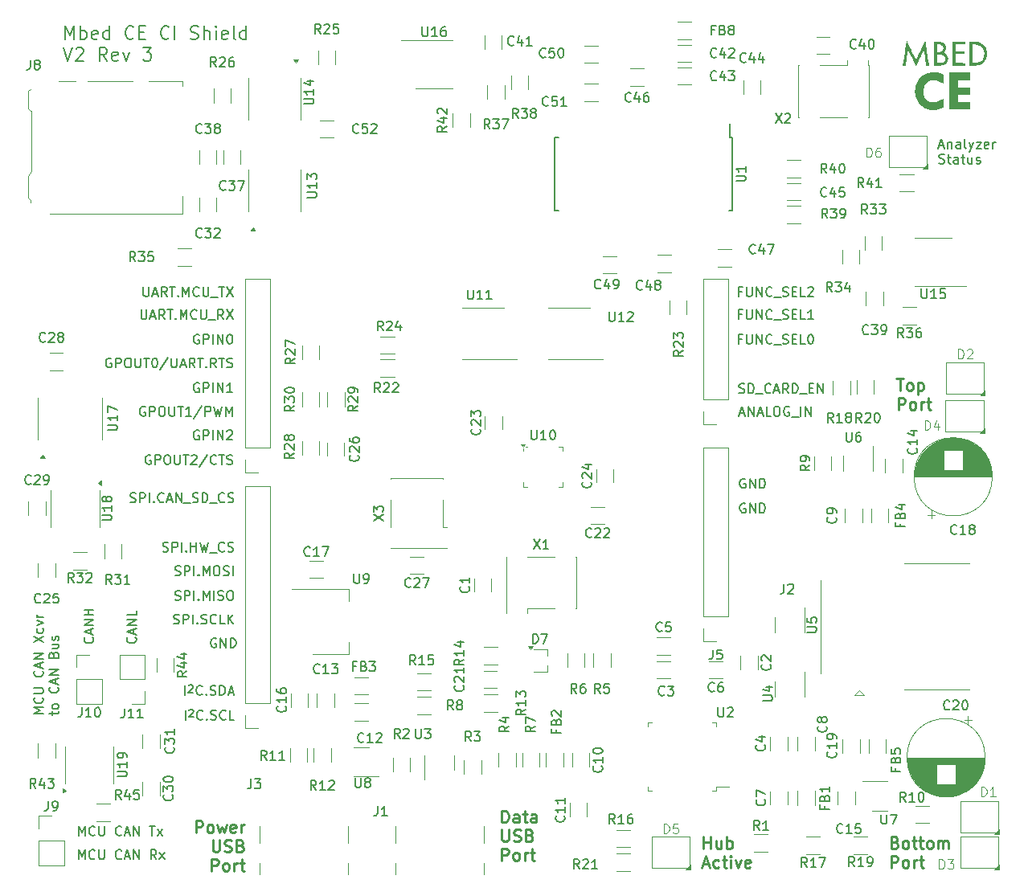
<source format=gto>
G04 #@! TF.GenerationSoftware,KiCad,Pcbnew,8.0.8+1*
G04 #@! TF.CreationDate,2025-04-26T20:07:53+00:00*
G04 #@! TF.ProjectId,mbed-ce-ci-shield-v2,6d626564-2d63-4652-9d63-692d73686965,0*
G04 #@! TF.SameCoordinates,Original*
G04 #@! TF.FileFunction,Legend,Top*
G04 #@! TF.FilePolarity,Positive*
%FSLAX46Y46*%
G04 Gerber Fmt 4.6, Leading zero omitted, Abs format (unit mm)*
G04 Created by KiCad (PCBNEW 8.0.8+1) date 2025-04-26 20:07:53*
%MOMM*%
%LPD*%
G01*
G04 APERTURE LIST*
%ADD10C,0.200000*%
%ADD11C,0.250000*%
%ADD12C,0.150000*%
%ADD13C,0.100000*%
%ADD14C,0.120000*%
%ADD15C,0.000000*%
G04 APERTURE END LIST*
D10*
X131093482Y-74899838D02*
X130998244Y-74852219D01*
X130998244Y-74852219D02*
X130855387Y-74852219D01*
X130855387Y-74852219D02*
X130712530Y-74899838D01*
X130712530Y-74899838D02*
X130617292Y-74995076D01*
X130617292Y-74995076D02*
X130569673Y-75090314D01*
X130569673Y-75090314D02*
X130522054Y-75280790D01*
X130522054Y-75280790D02*
X130522054Y-75423647D01*
X130522054Y-75423647D02*
X130569673Y-75614123D01*
X130569673Y-75614123D02*
X130617292Y-75709361D01*
X130617292Y-75709361D02*
X130712530Y-75804600D01*
X130712530Y-75804600D02*
X130855387Y-75852219D01*
X130855387Y-75852219D02*
X130950625Y-75852219D01*
X130950625Y-75852219D02*
X131093482Y-75804600D01*
X131093482Y-75804600D02*
X131141101Y-75756980D01*
X131141101Y-75756980D02*
X131141101Y-75423647D01*
X131141101Y-75423647D02*
X130950625Y-75423647D01*
X131569673Y-75852219D02*
X131569673Y-74852219D01*
X131569673Y-74852219D02*
X132141101Y-75852219D01*
X132141101Y-75852219D02*
X132141101Y-74852219D01*
X132617292Y-75852219D02*
X132617292Y-74852219D01*
X132617292Y-74852219D02*
X132855387Y-74852219D01*
X132855387Y-74852219D02*
X132998244Y-74899838D01*
X132998244Y-74899838D02*
X133093482Y-74995076D01*
X133093482Y-74995076D02*
X133141101Y-75090314D01*
X133141101Y-75090314D02*
X133188720Y-75280790D01*
X133188720Y-75280790D02*
X133188720Y-75423647D01*
X133188720Y-75423647D02*
X133141101Y-75614123D01*
X133141101Y-75614123D02*
X133093482Y-75709361D01*
X133093482Y-75709361D02*
X132998244Y-75804600D01*
X132998244Y-75804600D02*
X132855387Y-75852219D01*
X132855387Y-75852219D02*
X132617292Y-75852219D01*
X69749375Y-82504600D02*
X69892232Y-82552219D01*
X69892232Y-82552219D02*
X70130327Y-82552219D01*
X70130327Y-82552219D02*
X70225565Y-82504600D01*
X70225565Y-82504600D02*
X70273184Y-82456980D01*
X70273184Y-82456980D02*
X70320803Y-82361742D01*
X70320803Y-82361742D02*
X70320803Y-82266504D01*
X70320803Y-82266504D02*
X70273184Y-82171266D01*
X70273184Y-82171266D02*
X70225565Y-82123647D01*
X70225565Y-82123647D02*
X70130327Y-82076028D01*
X70130327Y-82076028D02*
X69939851Y-82028409D01*
X69939851Y-82028409D02*
X69844613Y-81980790D01*
X69844613Y-81980790D02*
X69796994Y-81933171D01*
X69796994Y-81933171D02*
X69749375Y-81837933D01*
X69749375Y-81837933D02*
X69749375Y-81742695D01*
X69749375Y-81742695D02*
X69796994Y-81647457D01*
X69796994Y-81647457D02*
X69844613Y-81599838D01*
X69844613Y-81599838D02*
X69939851Y-81552219D01*
X69939851Y-81552219D02*
X70177946Y-81552219D01*
X70177946Y-81552219D02*
X70320803Y-81599838D01*
X70749375Y-82552219D02*
X70749375Y-81552219D01*
X70749375Y-81552219D02*
X71130327Y-81552219D01*
X71130327Y-81552219D02*
X71225565Y-81599838D01*
X71225565Y-81599838D02*
X71273184Y-81647457D01*
X71273184Y-81647457D02*
X71320803Y-81742695D01*
X71320803Y-81742695D02*
X71320803Y-81885552D01*
X71320803Y-81885552D02*
X71273184Y-81980790D01*
X71273184Y-81980790D02*
X71225565Y-82028409D01*
X71225565Y-82028409D02*
X71130327Y-82076028D01*
X71130327Y-82076028D02*
X70749375Y-82076028D01*
X71749375Y-82552219D02*
X71749375Y-81552219D01*
X72225565Y-82456980D02*
X72273184Y-82504600D01*
X72273184Y-82504600D02*
X72225565Y-82552219D01*
X72225565Y-82552219D02*
X72177946Y-82504600D01*
X72177946Y-82504600D02*
X72225565Y-82456980D01*
X72225565Y-82456980D02*
X72225565Y-82552219D01*
X72701755Y-82552219D02*
X72701755Y-81552219D01*
X72701755Y-82028409D02*
X73273183Y-82028409D01*
X73273183Y-82552219D02*
X73273183Y-81552219D01*
X73654136Y-81552219D02*
X73892231Y-82552219D01*
X73892231Y-82552219D02*
X74082707Y-81837933D01*
X74082707Y-81837933D02*
X74273183Y-82552219D01*
X74273183Y-82552219D02*
X74511279Y-81552219D01*
X74654136Y-82647457D02*
X75416040Y-82647457D01*
X76225564Y-82456980D02*
X76177945Y-82504600D01*
X76177945Y-82504600D02*
X76035088Y-82552219D01*
X76035088Y-82552219D02*
X75939850Y-82552219D01*
X75939850Y-82552219D02*
X75796993Y-82504600D01*
X75796993Y-82504600D02*
X75701755Y-82409361D01*
X75701755Y-82409361D02*
X75654136Y-82314123D01*
X75654136Y-82314123D02*
X75606517Y-82123647D01*
X75606517Y-82123647D02*
X75606517Y-81980790D01*
X75606517Y-81980790D02*
X75654136Y-81790314D01*
X75654136Y-81790314D02*
X75701755Y-81695076D01*
X75701755Y-81695076D02*
X75796993Y-81599838D01*
X75796993Y-81599838D02*
X75939850Y-81552219D01*
X75939850Y-81552219D02*
X76035088Y-81552219D01*
X76035088Y-81552219D02*
X76177945Y-81599838D01*
X76177945Y-81599838D02*
X76225564Y-81647457D01*
X76606517Y-82504600D02*
X76749374Y-82552219D01*
X76749374Y-82552219D02*
X76987469Y-82552219D01*
X76987469Y-82552219D02*
X77082707Y-82504600D01*
X77082707Y-82504600D02*
X77130326Y-82456980D01*
X77130326Y-82456980D02*
X77177945Y-82361742D01*
X77177945Y-82361742D02*
X77177945Y-82266504D01*
X77177945Y-82266504D02*
X77130326Y-82171266D01*
X77130326Y-82171266D02*
X77082707Y-82123647D01*
X77082707Y-82123647D02*
X76987469Y-82076028D01*
X76987469Y-82076028D02*
X76796993Y-82028409D01*
X76796993Y-82028409D02*
X76701755Y-81980790D01*
X76701755Y-81980790D02*
X76654136Y-81933171D01*
X76654136Y-81933171D02*
X76606517Y-81837933D01*
X76606517Y-81837933D02*
X76606517Y-81742695D01*
X76606517Y-81742695D02*
X76654136Y-81647457D01*
X76654136Y-81647457D02*
X76701755Y-81599838D01*
X76701755Y-81599838D02*
X76796993Y-81552219D01*
X76796993Y-81552219D02*
X77035088Y-81552219D01*
X77035088Y-81552219D02*
X77177945Y-81599838D01*
X57147247Y-99630326D02*
X56147247Y-99630326D01*
X56147247Y-99630326D02*
X56861532Y-99296993D01*
X56861532Y-99296993D02*
X56147247Y-98963660D01*
X56147247Y-98963660D02*
X57147247Y-98963660D01*
X57052008Y-97916041D02*
X57099628Y-97963660D01*
X57099628Y-97963660D02*
X57147247Y-98106517D01*
X57147247Y-98106517D02*
X57147247Y-98201755D01*
X57147247Y-98201755D02*
X57099628Y-98344612D01*
X57099628Y-98344612D02*
X57004389Y-98439850D01*
X57004389Y-98439850D02*
X56909151Y-98487469D01*
X56909151Y-98487469D02*
X56718675Y-98535088D01*
X56718675Y-98535088D02*
X56575818Y-98535088D01*
X56575818Y-98535088D02*
X56385342Y-98487469D01*
X56385342Y-98487469D02*
X56290104Y-98439850D01*
X56290104Y-98439850D02*
X56194866Y-98344612D01*
X56194866Y-98344612D02*
X56147247Y-98201755D01*
X56147247Y-98201755D02*
X56147247Y-98106517D01*
X56147247Y-98106517D02*
X56194866Y-97963660D01*
X56194866Y-97963660D02*
X56242485Y-97916041D01*
X56147247Y-97487469D02*
X56956770Y-97487469D01*
X56956770Y-97487469D02*
X57052008Y-97439850D01*
X57052008Y-97439850D02*
X57099628Y-97392231D01*
X57099628Y-97392231D02*
X57147247Y-97296993D01*
X57147247Y-97296993D02*
X57147247Y-97106517D01*
X57147247Y-97106517D02*
X57099628Y-97011279D01*
X57099628Y-97011279D02*
X57052008Y-96963660D01*
X57052008Y-96963660D02*
X56956770Y-96916041D01*
X56956770Y-96916041D02*
X56147247Y-96916041D01*
X57052008Y-95106517D02*
X57099628Y-95154136D01*
X57099628Y-95154136D02*
X57147247Y-95296993D01*
X57147247Y-95296993D02*
X57147247Y-95392231D01*
X57147247Y-95392231D02*
X57099628Y-95535088D01*
X57099628Y-95535088D02*
X57004389Y-95630326D01*
X57004389Y-95630326D02*
X56909151Y-95677945D01*
X56909151Y-95677945D02*
X56718675Y-95725564D01*
X56718675Y-95725564D02*
X56575818Y-95725564D01*
X56575818Y-95725564D02*
X56385342Y-95677945D01*
X56385342Y-95677945D02*
X56290104Y-95630326D01*
X56290104Y-95630326D02*
X56194866Y-95535088D01*
X56194866Y-95535088D02*
X56147247Y-95392231D01*
X56147247Y-95392231D02*
X56147247Y-95296993D01*
X56147247Y-95296993D02*
X56194866Y-95154136D01*
X56194866Y-95154136D02*
X56242485Y-95106517D01*
X56861532Y-94725564D02*
X56861532Y-94249374D01*
X57147247Y-94820802D02*
X56147247Y-94487469D01*
X56147247Y-94487469D02*
X57147247Y-94154136D01*
X57147247Y-93820802D02*
X56147247Y-93820802D01*
X56147247Y-93820802D02*
X57147247Y-93249374D01*
X57147247Y-93249374D02*
X56147247Y-93249374D01*
X56147247Y-92106516D02*
X57147247Y-91439850D01*
X56147247Y-91439850D02*
X57147247Y-92106516D01*
X57099628Y-90630326D02*
X57147247Y-90725564D01*
X57147247Y-90725564D02*
X57147247Y-90916040D01*
X57147247Y-90916040D02*
X57099628Y-91011278D01*
X57099628Y-91011278D02*
X57052008Y-91058897D01*
X57052008Y-91058897D02*
X56956770Y-91106516D01*
X56956770Y-91106516D02*
X56671056Y-91106516D01*
X56671056Y-91106516D02*
X56575818Y-91058897D01*
X56575818Y-91058897D02*
X56528199Y-91011278D01*
X56528199Y-91011278D02*
X56480580Y-90916040D01*
X56480580Y-90916040D02*
X56480580Y-90725564D01*
X56480580Y-90725564D02*
X56528199Y-90630326D01*
X56480580Y-90296992D02*
X57147247Y-90058897D01*
X57147247Y-90058897D02*
X56480580Y-89820802D01*
X57147247Y-89439849D02*
X56480580Y-89439849D01*
X56671056Y-89439849D02*
X56575818Y-89392230D01*
X56575818Y-89392230D02*
X56528199Y-89344611D01*
X56528199Y-89344611D02*
X56480580Y-89249373D01*
X56480580Y-89249373D02*
X56480580Y-89154135D01*
X58090524Y-99773183D02*
X58090524Y-99392231D01*
X57757191Y-99630326D02*
X58614333Y-99630326D01*
X58614333Y-99630326D02*
X58709572Y-99582707D01*
X58709572Y-99582707D02*
X58757191Y-99487469D01*
X58757191Y-99487469D02*
X58757191Y-99392231D01*
X58757191Y-98916040D02*
X58709572Y-99011278D01*
X58709572Y-99011278D02*
X58661952Y-99058897D01*
X58661952Y-99058897D02*
X58566714Y-99106516D01*
X58566714Y-99106516D02*
X58281000Y-99106516D01*
X58281000Y-99106516D02*
X58185762Y-99058897D01*
X58185762Y-99058897D02*
X58138143Y-99011278D01*
X58138143Y-99011278D02*
X58090524Y-98916040D01*
X58090524Y-98916040D02*
X58090524Y-98773183D01*
X58090524Y-98773183D02*
X58138143Y-98677945D01*
X58138143Y-98677945D02*
X58185762Y-98630326D01*
X58185762Y-98630326D02*
X58281000Y-98582707D01*
X58281000Y-98582707D02*
X58566714Y-98582707D01*
X58566714Y-98582707D02*
X58661952Y-98630326D01*
X58661952Y-98630326D02*
X58709572Y-98677945D01*
X58709572Y-98677945D02*
X58757191Y-98773183D01*
X58757191Y-98773183D02*
X58757191Y-98916040D01*
X58661952Y-96820802D02*
X58709572Y-96868421D01*
X58709572Y-96868421D02*
X58757191Y-97011278D01*
X58757191Y-97011278D02*
X58757191Y-97106516D01*
X58757191Y-97106516D02*
X58709572Y-97249373D01*
X58709572Y-97249373D02*
X58614333Y-97344611D01*
X58614333Y-97344611D02*
X58519095Y-97392230D01*
X58519095Y-97392230D02*
X58328619Y-97439849D01*
X58328619Y-97439849D02*
X58185762Y-97439849D01*
X58185762Y-97439849D02*
X57995286Y-97392230D01*
X57995286Y-97392230D02*
X57900048Y-97344611D01*
X57900048Y-97344611D02*
X57804810Y-97249373D01*
X57804810Y-97249373D02*
X57757191Y-97106516D01*
X57757191Y-97106516D02*
X57757191Y-97011278D01*
X57757191Y-97011278D02*
X57804810Y-96868421D01*
X57804810Y-96868421D02*
X57852429Y-96820802D01*
X58471476Y-96439849D02*
X58471476Y-95963659D01*
X58757191Y-96535087D02*
X57757191Y-96201754D01*
X57757191Y-96201754D02*
X58757191Y-95868421D01*
X58757191Y-95535087D02*
X57757191Y-95535087D01*
X57757191Y-95535087D02*
X58757191Y-94963659D01*
X58757191Y-94963659D02*
X57757191Y-94963659D01*
X58233381Y-93392230D02*
X58281000Y-93249373D01*
X58281000Y-93249373D02*
X58328619Y-93201754D01*
X58328619Y-93201754D02*
X58423857Y-93154135D01*
X58423857Y-93154135D02*
X58566714Y-93154135D01*
X58566714Y-93154135D02*
X58661952Y-93201754D01*
X58661952Y-93201754D02*
X58709572Y-93249373D01*
X58709572Y-93249373D02*
X58757191Y-93344611D01*
X58757191Y-93344611D02*
X58757191Y-93725563D01*
X58757191Y-93725563D02*
X57757191Y-93725563D01*
X57757191Y-93725563D02*
X57757191Y-93392230D01*
X57757191Y-93392230D02*
X57804810Y-93296992D01*
X57804810Y-93296992D02*
X57852429Y-93249373D01*
X57852429Y-93249373D02*
X57947667Y-93201754D01*
X57947667Y-93201754D02*
X58042905Y-93201754D01*
X58042905Y-93201754D02*
X58138143Y-93249373D01*
X58138143Y-93249373D02*
X58185762Y-93296992D01*
X58185762Y-93296992D02*
X58233381Y-93392230D01*
X58233381Y-93392230D02*
X58233381Y-93725563D01*
X58090524Y-92296992D02*
X58757191Y-92296992D01*
X58090524Y-92725563D02*
X58614333Y-92725563D01*
X58614333Y-92725563D02*
X58709572Y-92677944D01*
X58709572Y-92677944D02*
X58757191Y-92582706D01*
X58757191Y-92582706D02*
X58757191Y-92439849D01*
X58757191Y-92439849D02*
X58709572Y-92344611D01*
X58709572Y-92344611D02*
X58661952Y-92296992D01*
X58709572Y-91868420D02*
X58757191Y-91773182D01*
X58757191Y-91773182D02*
X58757191Y-91582706D01*
X58757191Y-91582706D02*
X58709572Y-91487468D01*
X58709572Y-91487468D02*
X58614333Y-91439849D01*
X58614333Y-91439849D02*
X58566714Y-91439849D01*
X58566714Y-91439849D02*
X58471476Y-91487468D01*
X58471476Y-91487468D02*
X58423857Y-91582706D01*
X58423857Y-91582706D02*
X58423857Y-91725563D01*
X58423857Y-91725563D02*
X58376238Y-91820801D01*
X58376238Y-91820801D02*
X58281000Y-91868420D01*
X58281000Y-91868420D02*
X58233381Y-91868420D01*
X58233381Y-91868420D02*
X58138143Y-91820801D01*
X58138143Y-91820801D02*
X58090524Y-91725563D01*
X58090524Y-91725563D02*
X58090524Y-91582706D01*
X58090524Y-91582706D02*
X58138143Y-91487468D01*
X59464911Y-28564344D02*
X59464911Y-27164344D01*
X59464911Y-27164344D02*
X59931578Y-28164344D01*
X59931578Y-28164344D02*
X60398244Y-27164344D01*
X60398244Y-27164344D02*
X60398244Y-28564344D01*
X61064911Y-28564344D02*
X61064911Y-27164344D01*
X61064911Y-27697678D02*
X61198244Y-27631011D01*
X61198244Y-27631011D02*
X61464911Y-27631011D01*
X61464911Y-27631011D02*
X61598244Y-27697678D01*
X61598244Y-27697678D02*
X61664911Y-27764344D01*
X61664911Y-27764344D02*
X61731578Y-27897678D01*
X61731578Y-27897678D02*
X61731578Y-28297678D01*
X61731578Y-28297678D02*
X61664911Y-28431011D01*
X61664911Y-28431011D02*
X61598244Y-28497678D01*
X61598244Y-28497678D02*
X61464911Y-28564344D01*
X61464911Y-28564344D02*
X61198244Y-28564344D01*
X61198244Y-28564344D02*
X61064911Y-28497678D01*
X62864911Y-28497678D02*
X62731578Y-28564344D01*
X62731578Y-28564344D02*
X62464911Y-28564344D01*
X62464911Y-28564344D02*
X62331578Y-28497678D01*
X62331578Y-28497678D02*
X62264911Y-28364344D01*
X62264911Y-28364344D02*
X62264911Y-27831011D01*
X62264911Y-27831011D02*
X62331578Y-27697678D01*
X62331578Y-27697678D02*
X62464911Y-27631011D01*
X62464911Y-27631011D02*
X62731578Y-27631011D01*
X62731578Y-27631011D02*
X62864911Y-27697678D01*
X62864911Y-27697678D02*
X62931578Y-27831011D01*
X62931578Y-27831011D02*
X62931578Y-27964344D01*
X62931578Y-27964344D02*
X62264911Y-28097678D01*
X64131578Y-28564344D02*
X64131578Y-27164344D01*
X64131578Y-28497678D02*
X63998245Y-28564344D01*
X63998245Y-28564344D02*
X63731578Y-28564344D01*
X63731578Y-28564344D02*
X63598245Y-28497678D01*
X63598245Y-28497678D02*
X63531578Y-28431011D01*
X63531578Y-28431011D02*
X63464911Y-28297678D01*
X63464911Y-28297678D02*
X63464911Y-27897678D01*
X63464911Y-27897678D02*
X63531578Y-27764344D01*
X63531578Y-27764344D02*
X63598245Y-27697678D01*
X63598245Y-27697678D02*
X63731578Y-27631011D01*
X63731578Y-27631011D02*
X63998245Y-27631011D01*
X63998245Y-27631011D02*
X64131578Y-27697678D01*
X66664912Y-28431011D02*
X66598245Y-28497678D01*
X66598245Y-28497678D02*
X66398245Y-28564344D01*
X66398245Y-28564344D02*
X66264912Y-28564344D01*
X66264912Y-28564344D02*
X66064912Y-28497678D01*
X66064912Y-28497678D02*
X65931579Y-28364344D01*
X65931579Y-28364344D02*
X65864912Y-28231011D01*
X65864912Y-28231011D02*
X65798245Y-27964344D01*
X65798245Y-27964344D02*
X65798245Y-27764344D01*
X65798245Y-27764344D02*
X65864912Y-27497678D01*
X65864912Y-27497678D02*
X65931579Y-27364344D01*
X65931579Y-27364344D02*
X66064912Y-27231011D01*
X66064912Y-27231011D02*
X66264912Y-27164344D01*
X66264912Y-27164344D02*
X66398245Y-27164344D01*
X66398245Y-27164344D02*
X66598245Y-27231011D01*
X66598245Y-27231011D02*
X66664912Y-27297678D01*
X67264912Y-27831011D02*
X67731579Y-27831011D01*
X67931579Y-28564344D02*
X67264912Y-28564344D01*
X67264912Y-28564344D02*
X67264912Y-27164344D01*
X67264912Y-27164344D02*
X67931579Y-27164344D01*
X70398246Y-28431011D02*
X70331579Y-28497678D01*
X70331579Y-28497678D02*
X70131579Y-28564344D01*
X70131579Y-28564344D02*
X69998246Y-28564344D01*
X69998246Y-28564344D02*
X69798246Y-28497678D01*
X69798246Y-28497678D02*
X69664913Y-28364344D01*
X69664913Y-28364344D02*
X69598246Y-28231011D01*
X69598246Y-28231011D02*
X69531579Y-27964344D01*
X69531579Y-27964344D02*
X69531579Y-27764344D01*
X69531579Y-27764344D02*
X69598246Y-27497678D01*
X69598246Y-27497678D02*
X69664913Y-27364344D01*
X69664913Y-27364344D02*
X69798246Y-27231011D01*
X69798246Y-27231011D02*
X69998246Y-27164344D01*
X69998246Y-27164344D02*
X70131579Y-27164344D01*
X70131579Y-27164344D02*
X70331579Y-27231011D01*
X70331579Y-27231011D02*
X70398246Y-27297678D01*
X70998246Y-28564344D02*
X70998246Y-27164344D01*
X72664913Y-28497678D02*
X72864913Y-28564344D01*
X72864913Y-28564344D02*
X73198247Y-28564344D01*
X73198247Y-28564344D02*
X73331580Y-28497678D01*
X73331580Y-28497678D02*
X73398247Y-28431011D01*
X73398247Y-28431011D02*
X73464913Y-28297678D01*
X73464913Y-28297678D02*
X73464913Y-28164344D01*
X73464913Y-28164344D02*
X73398247Y-28031011D01*
X73398247Y-28031011D02*
X73331580Y-27964344D01*
X73331580Y-27964344D02*
X73198247Y-27897678D01*
X73198247Y-27897678D02*
X72931580Y-27831011D01*
X72931580Y-27831011D02*
X72798247Y-27764344D01*
X72798247Y-27764344D02*
X72731580Y-27697678D01*
X72731580Y-27697678D02*
X72664913Y-27564344D01*
X72664913Y-27564344D02*
X72664913Y-27431011D01*
X72664913Y-27431011D02*
X72731580Y-27297678D01*
X72731580Y-27297678D02*
X72798247Y-27231011D01*
X72798247Y-27231011D02*
X72931580Y-27164344D01*
X72931580Y-27164344D02*
X73264913Y-27164344D01*
X73264913Y-27164344D02*
X73464913Y-27231011D01*
X74064913Y-28564344D02*
X74064913Y-27164344D01*
X74664913Y-28564344D02*
X74664913Y-27831011D01*
X74664913Y-27831011D02*
X74598246Y-27697678D01*
X74598246Y-27697678D02*
X74464913Y-27631011D01*
X74464913Y-27631011D02*
X74264913Y-27631011D01*
X74264913Y-27631011D02*
X74131580Y-27697678D01*
X74131580Y-27697678D02*
X74064913Y-27764344D01*
X75331580Y-28564344D02*
X75331580Y-27631011D01*
X75331580Y-27164344D02*
X75264913Y-27231011D01*
X75264913Y-27231011D02*
X75331580Y-27297678D01*
X75331580Y-27297678D02*
X75398247Y-27231011D01*
X75398247Y-27231011D02*
X75331580Y-27164344D01*
X75331580Y-27164344D02*
X75331580Y-27297678D01*
X76531580Y-28497678D02*
X76398247Y-28564344D01*
X76398247Y-28564344D02*
X76131580Y-28564344D01*
X76131580Y-28564344D02*
X75998247Y-28497678D01*
X75998247Y-28497678D02*
X75931580Y-28364344D01*
X75931580Y-28364344D02*
X75931580Y-27831011D01*
X75931580Y-27831011D02*
X75998247Y-27697678D01*
X75998247Y-27697678D02*
X76131580Y-27631011D01*
X76131580Y-27631011D02*
X76398247Y-27631011D01*
X76398247Y-27631011D02*
X76531580Y-27697678D01*
X76531580Y-27697678D02*
X76598247Y-27831011D01*
X76598247Y-27831011D02*
X76598247Y-27964344D01*
X76598247Y-27964344D02*
X75931580Y-28097678D01*
X77398247Y-28564344D02*
X77264914Y-28497678D01*
X77264914Y-28497678D02*
X77198247Y-28364344D01*
X77198247Y-28364344D02*
X77198247Y-27164344D01*
X78531580Y-28564344D02*
X78531580Y-27164344D01*
X78531580Y-28497678D02*
X78398247Y-28564344D01*
X78398247Y-28564344D02*
X78131580Y-28564344D01*
X78131580Y-28564344D02*
X77998247Y-28497678D01*
X77998247Y-28497678D02*
X77931580Y-28431011D01*
X77931580Y-28431011D02*
X77864913Y-28297678D01*
X77864913Y-28297678D02*
X77864913Y-27897678D01*
X77864913Y-27897678D02*
X77931580Y-27764344D01*
X77931580Y-27764344D02*
X77998247Y-27697678D01*
X77998247Y-27697678D02*
X78131580Y-27631011D01*
X78131580Y-27631011D02*
X78398247Y-27631011D01*
X78398247Y-27631011D02*
X78531580Y-27697678D01*
X59264911Y-29418266D02*
X59731578Y-30818266D01*
X59731578Y-30818266D02*
X60198244Y-29418266D01*
X60598244Y-29551600D02*
X60664911Y-29484933D01*
X60664911Y-29484933D02*
X60798244Y-29418266D01*
X60798244Y-29418266D02*
X61131578Y-29418266D01*
X61131578Y-29418266D02*
X61264911Y-29484933D01*
X61264911Y-29484933D02*
X61331578Y-29551600D01*
X61331578Y-29551600D02*
X61398244Y-29684933D01*
X61398244Y-29684933D02*
X61398244Y-29818266D01*
X61398244Y-29818266D02*
X61331578Y-30018266D01*
X61331578Y-30018266D02*
X60531578Y-30818266D01*
X60531578Y-30818266D02*
X61398244Y-30818266D01*
X63864911Y-30818266D02*
X63398244Y-30151600D01*
X63064911Y-30818266D02*
X63064911Y-29418266D01*
X63064911Y-29418266D02*
X63598244Y-29418266D01*
X63598244Y-29418266D02*
X63731578Y-29484933D01*
X63731578Y-29484933D02*
X63798244Y-29551600D01*
X63798244Y-29551600D02*
X63864911Y-29684933D01*
X63864911Y-29684933D02*
X63864911Y-29884933D01*
X63864911Y-29884933D02*
X63798244Y-30018266D01*
X63798244Y-30018266D02*
X63731578Y-30084933D01*
X63731578Y-30084933D02*
X63598244Y-30151600D01*
X63598244Y-30151600D02*
X63064911Y-30151600D01*
X64998244Y-30751600D02*
X64864911Y-30818266D01*
X64864911Y-30818266D02*
X64598244Y-30818266D01*
X64598244Y-30818266D02*
X64464911Y-30751600D01*
X64464911Y-30751600D02*
X64398244Y-30618266D01*
X64398244Y-30618266D02*
X64398244Y-30084933D01*
X64398244Y-30084933D02*
X64464911Y-29951600D01*
X64464911Y-29951600D02*
X64598244Y-29884933D01*
X64598244Y-29884933D02*
X64864911Y-29884933D01*
X64864911Y-29884933D02*
X64998244Y-29951600D01*
X64998244Y-29951600D02*
X65064911Y-30084933D01*
X65064911Y-30084933D02*
X65064911Y-30218266D01*
X65064911Y-30218266D02*
X64398244Y-30351600D01*
X65531578Y-29884933D02*
X65864911Y-30818266D01*
X65864911Y-30818266D02*
X66198244Y-29884933D01*
X67664912Y-29418266D02*
X68531578Y-29418266D01*
X68531578Y-29418266D02*
X68064912Y-29951600D01*
X68064912Y-29951600D02*
X68264912Y-29951600D01*
X68264912Y-29951600D02*
X68398245Y-30018266D01*
X68398245Y-30018266D02*
X68464912Y-30084933D01*
X68464912Y-30084933D02*
X68531578Y-30218266D01*
X68531578Y-30218266D02*
X68531578Y-30551600D01*
X68531578Y-30551600D02*
X68464912Y-30684933D01*
X68464912Y-30684933D02*
X68398245Y-30751600D01*
X68398245Y-30751600D02*
X68264912Y-30818266D01*
X68264912Y-30818266D02*
X67864912Y-30818266D01*
X67864912Y-30818266D02*
X67731578Y-30751600D01*
X67731578Y-30751600D02*
X67664912Y-30684933D01*
X73554136Y-59699838D02*
X73458898Y-59652219D01*
X73458898Y-59652219D02*
X73316041Y-59652219D01*
X73316041Y-59652219D02*
X73173184Y-59699838D01*
X73173184Y-59699838D02*
X73077946Y-59795076D01*
X73077946Y-59795076D02*
X73030327Y-59890314D01*
X73030327Y-59890314D02*
X72982708Y-60080790D01*
X72982708Y-60080790D02*
X72982708Y-60223647D01*
X72982708Y-60223647D02*
X73030327Y-60414123D01*
X73030327Y-60414123D02*
X73077946Y-60509361D01*
X73077946Y-60509361D02*
X73173184Y-60604600D01*
X73173184Y-60604600D02*
X73316041Y-60652219D01*
X73316041Y-60652219D02*
X73411279Y-60652219D01*
X73411279Y-60652219D02*
X73554136Y-60604600D01*
X73554136Y-60604600D02*
X73601755Y-60556980D01*
X73601755Y-60556980D02*
X73601755Y-60223647D01*
X73601755Y-60223647D02*
X73411279Y-60223647D01*
X74030327Y-60652219D02*
X74030327Y-59652219D01*
X74030327Y-59652219D02*
X74411279Y-59652219D01*
X74411279Y-59652219D02*
X74506517Y-59699838D01*
X74506517Y-59699838D02*
X74554136Y-59747457D01*
X74554136Y-59747457D02*
X74601755Y-59842695D01*
X74601755Y-59842695D02*
X74601755Y-59985552D01*
X74601755Y-59985552D02*
X74554136Y-60080790D01*
X74554136Y-60080790D02*
X74506517Y-60128409D01*
X74506517Y-60128409D02*
X74411279Y-60176028D01*
X74411279Y-60176028D02*
X74030327Y-60176028D01*
X75030327Y-60652219D02*
X75030327Y-59652219D01*
X75506517Y-60652219D02*
X75506517Y-59652219D01*
X75506517Y-59652219D02*
X76077945Y-60652219D01*
X76077945Y-60652219D02*
X76077945Y-59652219D01*
X76744612Y-59652219D02*
X76839850Y-59652219D01*
X76839850Y-59652219D02*
X76935088Y-59699838D01*
X76935088Y-59699838D02*
X76982707Y-59747457D01*
X76982707Y-59747457D02*
X77030326Y-59842695D01*
X77030326Y-59842695D02*
X77077945Y-60033171D01*
X77077945Y-60033171D02*
X77077945Y-60271266D01*
X77077945Y-60271266D02*
X77030326Y-60461742D01*
X77030326Y-60461742D02*
X76982707Y-60556980D01*
X76982707Y-60556980D02*
X76935088Y-60604600D01*
X76935088Y-60604600D02*
X76839850Y-60652219D01*
X76839850Y-60652219D02*
X76744612Y-60652219D01*
X76744612Y-60652219D02*
X76649374Y-60604600D01*
X76649374Y-60604600D02*
X76601755Y-60556980D01*
X76601755Y-60556980D02*
X76554136Y-60461742D01*
X76554136Y-60461742D02*
X76506517Y-60271266D01*
X76506517Y-60271266D02*
X76506517Y-60033171D01*
X76506517Y-60033171D02*
X76554136Y-59842695D01*
X76554136Y-59842695D02*
X76601755Y-59747457D01*
X76601755Y-59747457D02*
X76649374Y-59699838D01*
X76649374Y-59699838D02*
X76744612Y-59652219D01*
X60869673Y-114952219D02*
X60869673Y-113952219D01*
X60869673Y-113952219D02*
X61203006Y-114666504D01*
X61203006Y-114666504D02*
X61536339Y-113952219D01*
X61536339Y-113952219D02*
X61536339Y-114952219D01*
X62583958Y-114856980D02*
X62536339Y-114904600D01*
X62536339Y-114904600D02*
X62393482Y-114952219D01*
X62393482Y-114952219D02*
X62298244Y-114952219D01*
X62298244Y-114952219D02*
X62155387Y-114904600D01*
X62155387Y-114904600D02*
X62060149Y-114809361D01*
X62060149Y-114809361D02*
X62012530Y-114714123D01*
X62012530Y-114714123D02*
X61964911Y-114523647D01*
X61964911Y-114523647D02*
X61964911Y-114380790D01*
X61964911Y-114380790D02*
X62012530Y-114190314D01*
X62012530Y-114190314D02*
X62060149Y-114095076D01*
X62060149Y-114095076D02*
X62155387Y-113999838D01*
X62155387Y-113999838D02*
X62298244Y-113952219D01*
X62298244Y-113952219D02*
X62393482Y-113952219D01*
X62393482Y-113952219D02*
X62536339Y-113999838D01*
X62536339Y-113999838D02*
X62583958Y-114047457D01*
X63012530Y-113952219D02*
X63012530Y-114761742D01*
X63012530Y-114761742D02*
X63060149Y-114856980D01*
X63060149Y-114856980D02*
X63107768Y-114904600D01*
X63107768Y-114904600D02*
X63203006Y-114952219D01*
X63203006Y-114952219D02*
X63393482Y-114952219D01*
X63393482Y-114952219D02*
X63488720Y-114904600D01*
X63488720Y-114904600D02*
X63536339Y-114856980D01*
X63536339Y-114856980D02*
X63583958Y-114761742D01*
X63583958Y-114761742D02*
X63583958Y-113952219D01*
X65393482Y-114856980D02*
X65345863Y-114904600D01*
X65345863Y-114904600D02*
X65203006Y-114952219D01*
X65203006Y-114952219D02*
X65107768Y-114952219D01*
X65107768Y-114952219D02*
X64964911Y-114904600D01*
X64964911Y-114904600D02*
X64869673Y-114809361D01*
X64869673Y-114809361D02*
X64822054Y-114714123D01*
X64822054Y-114714123D02*
X64774435Y-114523647D01*
X64774435Y-114523647D02*
X64774435Y-114380790D01*
X64774435Y-114380790D02*
X64822054Y-114190314D01*
X64822054Y-114190314D02*
X64869673Y-114095076D01*
X64869673Y-114095076D02*
X64964911Y-113999838D01*
X64964911Y-113999838D02*
X65107768Y-113952219D01*
X65107768Y-113952219D02*
X65203006Y-113952219D01*
X65203006Y-113952219D02*
X65345863Y-113999838D01*
X65345863Y-113999838D02*
X65393482Y-114047457D01*
X65774435Y-114666504D02*
X66250625Y-114666504D01*
X65679197Y-114952219D02*
X66012530Y-113952219D01*
X66012530Y-113952219D02*
X66345863Y-114952219D01*
X66679197Y-114952219D02*
X66679197Y-113952219D01*
X66679197Y-113952219D02*
X67250625Y-114952219D01*
X67250625Y-114952219D02*
X67250625Y-113952219D01*
X69060149Y-114952219D02*
X68726816Y-114476028D01*
X68488721Y-114952219D02*
X68488721Y-113952219D01*
X68488721Y-113952219D02*
X68869673Y-113952219D01*
X68869673Y-113952219D02*
X68964911Y-113999838D01*
X68964911Y-113999838D02*
X69012530Y-114047457D01*
X69012530Y-114047457D02*
X69060149Y-114142695D01*
X69060149Y-114142695D02*
X69060149Y-114285552D01*
X69060149Y-114285552D02*
X69012530Y-114380790D01*
X69012530Y-114380790D02*
X68964911Y-114428409D01*
X68964911Y-114428409D02*
X68869673Y-114476028D01*
X68869673Y-114476028D02*
X68488721Y-114476028D01*
X69393483Y-114952219D02*
X69917292Y-114285552D01*
X69393483Y-114285552D02*
X69917292Y-114952219D01*
X130522054Y-67966504D02*
X130998244Y-67966504D01*
X130426816Y-68252219D02*
X130760149Y-67252219D01*
X130760149Y-67252219D02*
X131093482Y-68252219D01*
X131426816Y-68252219D02*
X131426816Y-67252219D01*
X131426816Y-67252219D02*
X131998244Y-68252219D01*
X131998244Y-68252219D02*
X131998244Y-67252219D01*
X132426816Y-67966504D02*
X132903006Y-67966504D01*
X132331578Y-68252219D02*
X132664911Y-67252219D01*
X132664911Y-67252219D02*
X132998244Y-68252219D01*
X133807768Y-68252219D02*
X133331578Y-68252219D01*
X133331578Y-68252219D02*
X133331578Y-67252219D01*
X134331578Y-67252219D02*
X134522054Y-67252219D01*
X134522054Y-67252219D02*
X134617292Y-67299838D01*
X134617292Y-67299838D02*
X134712530Y-67395076D01*
X134712530Y-67395076D02*
X134760149Y-67585552D01*
X134760149Y-67585552D02*
X134760149Y-67918885D01*
X134760149Y-67918885D02*
X134712530Y-68109361D01*
X134712530Y-68109361D02*
X134617292Y-68204600D01*
X134617292Y-68204600D02*
X134522054Y-68252219D01*
X134522054Y-68252219D02*
X134331578Y-68252219D01*
X134331578Y-68252219D02*
X134236340Y-68204600D01*
X134236340Y-68204600D02*
X134141102Y-68109361D01*
X134141102Y-68109361D02*
X134093483Y-67918885D01*
X134093483Y-67918885D02*
X134093483Y-67585552D01*
X134093483Y-67585552D02*
X134141102Y-67395076D01*
X134141102Y-67395076D02*
X134236340Y-67299838D01*
X134236340Y-67299838D02*
X134331578Y-67252219D01*
X135712530Y-67299838D02*
X135617292Y-67252219D01*
X135617292Y-67252219D02*
X135474435Y-67252219D01*
X135474435Y-67252219D02*
X135331578Y-67299838D01*
X135331578Y-67299838D02*
X135236340Y-67395076D01*
X135236340Y-67395076D02*
X135188721Y-67490314D01*
X135188721Y-67490314D02*
X135141102Y-67680790D01*
X135141102Y-67680790D02*
X135141102Y-67823647D01*
X135141102Y-67823647D02*
X135188721Y-68014123D01*
X135188721Y-68014123D02*
X135236340Y-68109361D01*
X135236340Y-68109361D02*
X135331578Y-68204600D01*
X135331578Y-68204600D02*
X135474435Y-68252219D01*
X135474435Y-68252219D02*
X135569673Y-68252219D01*
X135569673Y-68252219D02*
X135712530Y-68204600D01*
X135712530Y-68204600D02*
X135760149Y-68156980D01*
X135760149Y-68156980D02*
X135760149Y-67823647D01*
X135760149Y-67823647D02*
X135569673Y-67823647D01*
X135950626Y-68347457D02*
X136712530Y-68347457D01*
X136950626Y-68252219D02*
X136950626Y-67252219D01*
X137426816Y-68252219D02*
X137426816Y-67252219D01*
X137426816Y-67252219D02*
X137998244Y-68252219D01*
X137998244Y-68252219D02*
X137998244Y-67252219D01*
X67458898Y-57052219D02*
X67458898Y-57861742D01*
X67458898Y-57861742D02*
X67506517Y-57956980D01*
X67506517Y-57956980D02*
X67554136Y-58004600D01*
X67554136Y-58004600D02*
X67649374Y-58052219D01*
X67649374Y-58052219D02*
X67839850Y-58052219D01*
X67839850Y-58052219D02*
X67935088Y-58004600D01*
X67935088Y-58004600D02*
X67982707Y-57956980D01*
X67982707Y-57956980D02*
X68030326Y-57861742D01*
X68030326Y-57861742D02*
X68030326Y-57052219D01*
X68458898Y-57766504D02*
X68935088Y-57766504D01*
X68363660Y-58052219D02*
X68696993Y-57052219D01*
X68696993Y-57052219D02*
X69030326Y-58052219D01*
X69935088Y-58052219D02*
X69601755Y-57576028D01*
X69363660Y-58052219D02*
X69363660Y-57052219D01*
X69363660Y-57052219D02*
X69744612Y-57052219D01*
X69744612Y-57052219D02*
X69839850Y-57099838D01*
X69839850Y-57099838D02*
X69887469Y-57147457D01*
X69887469Y-57147457D02*
X69935088Y-57242695D01*
X69935088Y-57242695D02*
X69935088Y-57385552D01*
X69935088Y-57385552D02*
X69887469Y-57480790D01*
X69887469Y-57480790D02*
X69839850Y-57528409D01*
X69839850Y-57528409D02*
X69744612Y-57576028D01*
X69744612Y-57576028D02*
X69363660Y-57576028D01*
X70220803Y-57052219D02*
X70792231Y-57052219D01*
X70506517Y-58052219D02*
X70506517Y-57052219D01*
X71125565Y-57956980D02*
X71173184Y-58004600D01*
X71173184Y-58004600D02*
X71125565Y-58052219D01*
X71125565Y-58052219D02*
X71077946Y-58004600D01*
X71077946Y-58004600D02*
X71125565Y-57956980D01*
X71125565Y-57956980D02*
X71125565Y-58052219D01*
X71601755Y-58052219D02*
X71601755Y-57052219D01*
X71601755Y-57052219D02*
X71935088Y-57766504D01*
X71935088Y-57766504D02*
X72268421Y-57052219D01*
X72268421Y-57052219D02*
X72268421Y-58052219D01*
X73316040Y-57956980D02*
X73268421Y-58004600D01*
X73268421Y-58004600D02*
X73125564Y-58052219D01*
X73125564Y-58052219D02*
X73030326Y-58052219D01*
X73030326Y-58052219D02*
X72887469Y-58004600D01*
X72887469Y-58004600D02*
X72792231Y-57909361D01*
X72792231Y-57909361D02*
X72744612Y-57814123D01*
X72744612Y-57814123D02*
X72696993Y-57623647D01*
X72696993Y-57623647D02*
X72696993Y-57480790D01*
X72696993Y-57480790D02*
X72744612Y-57290314D01*
X72744612Y-57290314D02*
X72792231Y-57195076D01*
X72792231Y-57195076D02*
X72887469Y-57099838D01*
X72887469Y-57099838D02*
X73030326Y-57052219D01*
X73030326Y-57052219D02*
X73125564Y-57052219D01*
X73125564Y-57052219D02*
X73268421Y-57099838D01*
X73268421Y-57099838D02*
X73316040Y-57147457D01*
X73744612Y-57052219D02*
X73744612Y-57861742D01*
X73744612Y-57861742D02*
X73792231Y-57956980D01*
X73792231Y-57956980D02*
X73839850Y-58004600D01*
X73839850Y-58004600D02*
X73935088Y-58052219D01*
X73935088Y-58052219D02*
X74125564Y-58052219D01*
X74125564Y-58052219D02*
X74220802Y-58004600D01*
X74220802Y-58004600D02*
X74268421Y-57956980D01*
X74268421Y-57956980D02*
X74316040Y-57861742D01*
X74316040Y-57861742D02*
X74316040Y-57052219D01*
X74554136Y-58147457D02*
X75316040Y-58147457D01*
X76125564Y-58052219D02*
X75792231Y-57576028D01*
X75554136Y-58052219D02*
X75554136Y-57052219D01*
X75554136Y-57052219D02*
X75935088Y-57052219D01*
X75935088Y-57052219D02*
X76030326Y-57099838D01*
X76030326Y-57099838D02*
X76077945Y-57147457D01*
X76077945Y-57147457D02*
X76125564Y-57242695D01*
X76125564Y-57242695D02*
X76125564Y-57385552D01*
X76125564Y-57385552D02*
X76077945Y-57480790D01*
X76077945Y-57480790D02*
X76030326Y-57528409D01*
X76030326Y-57528409D02*
X75935088Y-57576028D01*
X75935088Y-57576028D02*
X75554136Y-57576028D01*
X76458898Y-57052219D02*
X77125564Y-58052219D01*
X77125564Y-57052219D02*
X76458898Y-58052219D01*
X130706516Y-55128409D02*
X130373183Y-55128409D01*
X130373183Y-55652219D02*
X130373183Y-54652219D01*
X130373183Y-54652219D02*
X130849373Y-54652219D01*
X131230326Y-54652219D02*
X131230326Y-55461742D01*
X131230326Y-55461742D02*
X131277945Y-55556980D01*
X131277945Y-55556980D02*
X131325564Y-55604600D01*
X131325564Y-55604600D02*
X131420802Y-55652219D01*
X131420802Y-55652219D02*
X131611278Y-55652219D01*
X131611278Y-55652219D02*
X131706516Y-55604600D01*
X131706516Y-55604600D02*
X131754135Y-55556980D01*
X131754135Y-55556980D02*
X131801754Y-55461742D01*
X131801754Y-55461742D02*
X131801754Y-54652219D01*
X132277945Y-55652219D02*
X132277945Y-54652219D01*
X132277945Y-54652219D02*
X132849373Y-55652219D01*
X132849373Y-55652219D02*
X132849373Y-54652219D01*
X133896992Y-55556980D02*
X133849373Y-55604600D01*
X133849373Y-55604600D02*
X133706516Y-55652219D01*
X133706516Y-55652219D02*
X133611278Y-55652219D01*
X133611278Y-55652219D02*
X133468421Y-55604600D01*
X133468421Y-55604600D02*
X133373183Y-55509361D01*
X133373183Y-55509361D02*
X133325564Y-55414123D01*
X133325564Y-55414123D02*
X133277945Y-55223647D01*
X133277945Y-55223647D02*
X133277945Y-55080790D01*
X133277945Y-55080790D02*
X133325564Y-54890314D01*
X133325564Y-54890314D02*
X133373183Y-54795076D01*
X133373183Y-54795076D02*
X133468421Y-54699838D01*
X133468421Y-54699838D02*
X133611278Y-54652219D01*
X133611278Y-54652219D02*
X133706516Y-54652219D01*
X133706516Y-54652219D02*
X133849373Y-54699838D01*
X133849373Y-54699838D02*
X133896992Y-54747457D01*
X134087469Y-55747457D02*
X134849373Y-55747457D01*
X135039850Y-55604600D02*
X135182707Y-55652219D01*
X135182707Y-55652219D02*
X135420802Y-55652219D01*
X135420802Y-55652219D02*
X135516040Y-55604600D01*
X135516040Y-55604600D02*
X135563659Y-55556980D01*
X135563659Y-55556980D02*
X135611278Y-55461742D01*
X135611278Y-55461742D02*
X135611278Y-55366504D01*
X135611278Y-55366504D02*
X135563659Y-55271266D01*
X135563659Y-55271266D02*
X135516040Y-55223647D01*
X135516040Y-55223647D02*
X135420802Y-55176028D01*
X135420802Y-55176028D02*
X135230326Y-55128409D01*
X135230326Y-55128409D02*
X135135088Y-55080790D01*
X135135088Y-55080790D02*
X135087469Y-55033171D01*
X135087469Y-55033171D02*
X135039850Y-54937933D01*
X135039850Y-54937933D02*
X135039850Y-54842695D01*
X135039850Y-54842695D02*
X135087469Y-54747457D01*
X135087469Y-54747457D02*
X135135088Y-54699838D01*
X135135088Y-54699838D02*
X135230326Y-54652219D01*
X135230326Y-54652219D02*
X135468421Y-54652219D01*
X135468421Y-54652219D02*
X135611278Y-54699838D01*
X136039850Y-55128409D02*
X136373183Y-55128409D01*
X136516040Y-55652219D02*
X136039850Y-55652219D01*
X136039850Y-55652219D02*
X136039850Y-54652219D01*
X136039850Y-54652219D02*
X136516040Y-54652219D01*
X137420802Y-55652219D02*
X136944612Y-55652219D01*
X136944612Y-55652219D02*
X136944612Y-54652219D01*
X137706517Y-54747457D02*
X137754136Y-54699838D01*
X137754136Y-54699838D02*
X137849374Y-54652219D01*
X137849374Y-54652219D02*
X138087469Y-54652219D01*
X138087469Y-54652219D02*
X138182707Y-54699838D01*
X138182707Y-54699838D02*
X138230326Y-54747457D01*
X138230326Y-54747457D02*
X138277945Y-54842695D01*
X138277945Y-54842695D02*
X138277945Y-54937933D01*
X138277945Y-54937933D02*
X138230326Y-55080790D01*
X138230326Y-55080790D02*
X137658898Y-55652219D01*
X137658898Y-55652219D02*
X138277945Y-55652219D01*
X60869673Y-112452219D02*
X60869673Y-111452219D01*
X60869673Y-111452219D02*
X61203006Y-112166504D01*
X61203006Y-112166504D02*
X61536339Y-111452219D01*
X61536339Y-111452219D02*
X61536339Y-112452219D01*
X62583958Y-112356980D02*
X62536339Y-112404600D01*
X62536339Y-112404600D02*
X62393482Y-112452219D01*
X62393482Y-112452219D02*
X62298244Y-112452219D01*
X62298244Y-112452219D02*
X62155387Y-112404600D01*
X62155387Y-112404600D02*
X62060149Y-112309361D01*
X62060149Y-112309361D02*
X62012530Y-112214123D01*
X62012530Y-112214123D02*
X61964911Y-112023647D01*
X61964911Y-112023647D02*
X61964911Y-111880790D01*
X61964911Y-111880790D02*
X62012530Y-111690314D01*
X62012530Y-111690314D02*
X62060149Y-111595076D01*
X62060149Y-111595076D02*
X62155387Y-111499838D01*
X62155387Y-111499838D02*
X62298244Y-111452219D01*
X62298244Y-111452219D02*
X62393482Y-111452219D01*
X62393482Y-111452219D02*
X62536339Y-111499838D01*
X62536339Y-111499838D02*
X62583958Y-111547457D01*
X63012530Y-111452219D02*
X63012530Y-112261742D01*
X63012530Y-112261742D02*
X63060149Y-112356980D01*
X63060149Y-112356980D02*
X63107768Y-112404600D01*
X63107768Y-112404600D02*
X63203006Y-112452219D01*
X63203006Y-112452219D02*
X63393482Y-112452219D01*
X63393482Y-112452219D02*
X63488720Y-112404600D01*
X63488720Y-112404600D02*
X63536339Y-112356980D01*
X63536339Y-112356980D02*
X63583958Y-112261742D01*
X63583958Y-112261742D02*
X63583958Y-111452219D01*
X65393482Y-112356980D02*
X65345863Y-112404600D01*
X65345863Y-112404600D02*
X65203006Y-112452219D01*
X65203006Y-112452219D02*
X65107768Y-112452219D01*
X65107768Y-112452219D02*
X64964911Y-112404600D01*
X64964911Y-112404600D02*
X64869673Y-112309361D01*
X64869673Y-112309361D02*
X64822054Y-112214123D01*
X64822054Y-112214123D02*
X64774435Y-112023647D01*
X64774435Y-112023647D02*
X64774435Y-111880790D01*
X64774435Y-111880790D02*
X64822054Y-111690314D01*
X64822054Y-111690314D02*
X64869673Y-111595076D01*
X64869673Y-111595076D02*
X64964911Y-111499838D01*
X64964911Y-111499838D02*
X65107768Y-111452219D01*
X65107768Y-111452219D02*
X65203006Y-111452219D01*
X65203006Y-111452219D02*
X65345863Y-111499838D01*
X65345863Y-111499838D02*
X65393482Y-111547457D01*
X65774435Y-112166504D02*
X66250625Y-112166504D01*
X65679197Y-112452219D02*
X66012530Y-111452219D01*
X66012530Y-111452219D02*
X66345863Y-112452219D01*
X66679197Y-112452219D02*
X66679197Y-111452219D01*
X66679197Y-111452219D02*
X67250625Y-112452219D01*
X67250625Y-112452219D02*
X67250625Y-111452219D01*
X68345864Y-111452219D02*
X68917292Y-111452219D01*
X68631578Y-112452219D02*
X68631578Y-111452219D01*
X69155388Y-112452219D02*
X69679197Y-111785552D01*
X69155388Y-111785552D02*
X69679197Y-112452219D01*
X72130327Y-100252219D02*
X72130327Y-99252219D01*
X72520802Y-99238885D02*
X72558898Y-99200790D01*
X72558898Y-99200790D02*
X72635088Y-99162695D01*
X72635088Y-99162695D02*
X72825564Y-99162695D01*
X72825564Y-99162695D02*
X72901755Y-99200790D01*
X72901755Y-99200790D02*
X72939850Y-99238885D01*
X72939850Y-99238885D02*
X72977945Y-99315076D01*
X72977945Y-99315076D02*
X72977945Y-99391266D01*
X72977945Y-99391266D02*
X72939850Y-99505552D01*
X72939850Y-99505552D02*
X72482707Y-99962695D01*
X72482707Y-99962695D02*
X72977945Y-99962695D01*
X73939850Y-100156980D02*
X73892231Y-100204600D01*
X73892231Y-100204600D02*
X73749374Y-100252219D01*
X73749374Y-100252219D02*
X73654136Y-100252219D01*
X73654136Y-100252219D02*
X73511279Y-100204600D01*
X73511279Y-100204600D02*
X73416041Y-100109361D01*
X73416041Y-100109361D02*
X73368422Y-100014123D01*
X73368422Y-100014123D02*
X73320803Y-99823647D01*
X73320803Y-99823647D02*
X73320803Y-99680790D01*
X73320803Y-99680790D02*
X73368422Y-99490314D01*
X73368422Y-99490314D02*
X73416041Y-99395076D01*
X73416041Y-99395076D02*
X73511279Y-99299838D01*
X73511279Y-99299838D02*
X73654136Y-99252219D01*
X73654136Y-99252219D02*
X73749374Y-99252219D01*
X73749374Y-99252219D02*
X73892231Y-99299838D01*
X73892231Y-99299838D02*
X73939850Y-99347457D01*
X74368422Y-100156980D02*
X74416041Y-100204600D01*
X74416041Y-100204600D02*
X74368422Y-100252219D01*
X74368422Y-100252219D02*
X74320803Y-100204600D01*
X74320803Y-100204600D02*
X74368422Y-100156980D01*
X74368422Y-100156980D02*
X74368422Y-100252219D01*
X74796993Y-100204600D02*
X74939850Y-100252219D01*
X74939850Y-100252219D02*
X75177945Y-100252219D01*
X75177945Y-100252219D02*
X75273183Y-100204600D01*
X75273183Y-100204600D02*
X75320802Y-100156980D01*
X75320802Y-100156980D02*
X75368421Y-100061742D01*
X75368421Y-100061742D02*
X75368421Y-99966504D01*
X75368421Y-99966504D02*
X75320802Y-99871266D01*
X75320802Y-99871266D02*
X75273183Y-99823647D01*
X75273183Y-99823647D02*
X75177945Y-99776028D01*
X75177945Y-99776028D02*
X74987469Y-99728409D01*
X74987469Y-99728409D02*
X74892231Y-99680790D01*
X74892231Y-99680790D02*
X74844612Y-99633171D01*
X74844612Y-99633171D02*
X74796993Y-99537933D01*
X74796993Y-99537933D02*
X74796993Y-99442695D01*
X74796993Y-99442695D02*
X74844612Y-99347457D01*
X74844612Y-99347457D02*
X74892231Y-99299838D01*
X74892231Y-99299838D02*
X74987469Y-99252219D01*
X74987469Y-99252219D02*
X75225564Y-99252219D01*
X75225564Y-99252219D02*
X75368421Y-99299838D01*
X76368421Y-100156980D02*
X76320802Y-100204600D01*
X76320802Y-100204600D02*
X76177945Y-100252219D01*
X76177945Y-100252219D02*
X76082707Y-100252219D01*
X76082707Y-100252219D02*
X75939850Y-100204600D01*
X75939850Y-100204600D02*
X75844612Y-100109361D01*
X75844612Y-100109361D02*
X75796993Y-100014123D01*
X75796993Y-100014123D02*
X75749374Y-99823647D01*
X75749374Y-99823647D02*
X75749374Y-99680790D01*
X75749374Y-99680790D02*
X75796993Y-99490314D01*
X75796993Y-99490314D02*
X75844612Y-99395076D01*
X75844612Y-99395076D02*
X75939850Y-99299838D01*
X75939850Y-99299838D02*
X76082707Y-99252219D01*
X76082707Y-99252219D02*
X76177945Y-99252219D01*
X76177945Y-99252219D02*
X76320802Y-99299838D01*
X76320802Y-99299838D02*
X76368421Y-99347457D01*
X77273183Y-100252219D02*
X76796993Y-100252219D01*
X76796993Y-100252219D02*
X76796993Y-99252219D01*
X130706516Y-57528409D02*
X130373183Y-57528409D01*
X130373183Y-58052219D02*
X130373183Y-57052219D01*
X130373183Y-57052219D02*
X130849373Y-57052219D01*
X131230326Y-57052219D02*
X131230326Y-57861742D01*
X131230326Y-57861742D02*
X131277945Y-57956980D01*
X131277945Y-57956980D02*
X131325564Y-58004600D01*
X131325564Y-58004600D02*
X131420802Y-58052219D01*
X131420802Y-58052219D02*
X131611278Y-58052219D01*
X131611278Y-58052219D02*
X131706516Y-58004600D01*
X131706516Y-58004600D02*
X131754135Y-57956980D01*
X131754135Y-57956980D02*
X131801754Y-57861742D01*
X131801754Y-57861742D02*
X131801754Y-57052219D01*
X132277945Y-58052219D02*
X132277945Y-57052219D01*
X132277945Y-57052219D02*
X132849373Y-58052219D01*
X132849373Y-58052219D02*
X132849373Y-57052219D01*
X133896992Y-57956980D02*
X133849373Y-58004600D01*
X133849373Y-58004600D02*
X133706516Y-58052219D01*
X133706516Y-58052219D02*
X133611278Y-58052219D01*
X133611278Y-58052219D02*
X133468421Y-58004600D01*
X133468421Y-58004600D02*
X133373183Y-57909361D01*
X133373183Y-57909361D02*
X133325564Y-57814123D01*
X133325564Y-57814123D02*
X133277945Y-57623647D01*
X133277945Y-57623647D02*
X133277945Y-57480790D01*
X133277945Y-57480790D02*
X133325564Y-57290314D01*
X133325564Y-57290314D02*
X133373183Y-57195076D01*
X133373183Y-57195076D02*
X133468421Y-57099838D01*
X133468421Y-57099838D02*
X133611278Y-57052219D01*
X133611278Y-57052219D02*
X133706516Y-57052219D01*
X133706516Y-57052219D02*
X133849373Y-57099838D01*
X133849373Y-57099838D02*
X133896992Y-57147457D01*
X134087469Y-58147457D02*
X134849373Y-58147457D01*
X135039850Y-58004600D02*
X135182707Y-58052219D01*
X135182707Y-58052219D02*
X135420802Y-58052219D01*
X135420802Y-58052219D02*
X135516040Y-58004600D01*
X135516040Y-58004600D02*
X135563659Y-57956980D01*
X135563659Y-57956980D02*
X135611278Y-57861742D01*
X135611278Y-57861742D02*
X135611278Y-57766504D01*
X135611278Y-57766504D02*
X135563659Y-57671266D01*
X135563659Y-57671266D02*
X135516040Y-57623647D01*
X135516040Y-57623647D02*
X135420802Y-57576028D01*
X135420802Y-57576028D02*
X135230326Y-57528409D01*
X135230326Y-57528409D02*
X135135088Y-57480790D01*
X135135088Y-57480790D02*
X135087469Y-57433171D01*
X135087469Y-57433171D02*
X135039850Y-57337933D01*
X135039850Y-57337933D02*
X135039850Y-57242695D01*
X135039850Y-57242695D02*
X135087469Y-57147457D01*
X135087469Y-57147457D02*
X135135088Y-57099838D01*
X135135088Y-57099838D02*
X135230326Y-57052219D01*
X135230326Y-57052219D02*
X135468421Y-57052219D01*
X135468421Y-57052219D02*
X135611278Y-57099838D01*
X136039850Y-57528409D02*
X136373183Y-57528409D01*
X136516040Y-58052219D02*
X136039850Y-58052219D01*
X136039850Y-58052219D02*
X136039850Y-57052219D01*
X136039850Y-57052219D02*
X136516040Y-57052219D01*
X137420802Y-58052219D02*
X136944612Y-58052219D01*
X136944612Y-58052219D02*
X136944612Y-57052219D01*
X138277945Y-58052219D02*
X137706517Y-58052219D01*
X137992231Y-58052219D02*
X137992231Y-57052219D01*
X137992231Y-57052219D02*
X137896993Y-57195076D01*
X137896993Y-57195076D02*
X137801755Y-57290314D01*
X137801755Y-57290314D02*
X137706517Y-57337933D01*
X73554136Y-64799838D02*
X73458898Y-64752219D01*
X73458898Y-64752219D02*
X73316041Y-64752219D01*
X73316041Y-64752219D02*
X73173184Y-64799838D01*
X73173184Y-64799838D02*
X73077946Y-64895076D01*
X73077946Y-64895076D02*
X73030327Y-64990314D01*
X73030327Y-64990314D02*
X72982708Y-65180790D01*
X72982708Y-65180790D02*
X72982708Y-65323647D01*
X72982708Y-65323647D02*
X73030327Y-65514123D01*
X73030327Y-65514123D02*
X73077946Y-65609361D01*
X73077946Y-65609361D02*
X73173184Y-65704600D01*
X73173184Y-65704600D02*
X73316041Y-65752219D01*
X73316041Y-65752219D02*
X73411279Y-65752219D01*
X73411279Y-65752219D02*
X73554136Y-65704600D01*
X73554136Y-65704600D02*
X73601755Y-65656980D01*
X73601755Y-65656980D02*
X73601755Y-65323647D01*
X73601755Y-65323647D02*
X73411279Y-65323647D01*
X74030327Y-65752219D02*
X74030327Y-64752219D01*
X74030327Y-64752219D02*
X74411279Y-64752219D01*
X74411279Y-64752219D02*
X74506517Y-64799838D01*
X74506517Y-64799838D02*
X74554136Y-64847457D01*
X74554136Y-64847457D02*
X74601755Y-64942695D01*
X74601755Y-64942695D02*
X74601755Y-65085552D01*
X74601755Y-65085552D02*
X74554136Y-65180790D01*
X74554136Y-65180790D02*
X74506517Y-65228409D01*
X74506517Y-65228409D02*
X74411279Y-65276028D01*
X74411279Y-65276028D02*
X74030327Y-65276028D01*
X75030327Y-65752219D02*
X75030327Y-64752219D01*
X75506517Y-65752219D02*
X75506517Y-64752219D01*
X75506517Y-64752219D02*
X76077945Y-65752219D01*
X76077945Y-65752219D02*
X76077945Y-64752219D01*
X77077945Y-65752219D02*
X76506517Y-65752219D01*
X76792231Y-65752219D02*
X76792231Y-64752219D01*
X76792231Y-64752219D02*
X76696993Y-64895076D01*
X76696993Y-64895076D02*
X76601755Y-64990314D01*
X76601755Y-64990314D02*
X76506517Y-65037933D01*
D11*
X147033520Y-64321593D02*
X147747806Y-64321593D01*
X147390663Y-65571593D02*
X147390663Y-64321593D01*
X148343044Y-65571593D02*
X148223996Y-65512070D01*
X148223996Y-65512070D02*
X148164473Y-65452546D01*
X148164473Y-65452546D02*
X148104949Y-65333498D01*
X148104949Y-65333498D02*
X148104949Y-64976355D01*
X148104949Y-64976355D02*
X148164473Y-64857308D01*
X148164473Y-64857308D02*
X148223996Y-64797784D01*
X148223996Y-64797784D02*
X148343044Y-64738260D01*
X148343044Y-64738260D02*
X148521615Y-64738260D01*
X148521615Y-64738260D02*
X148640663Y-64797784D01*
X148640663Y-64797784D02*
X148700187Y-64857308D01*
X148700187Y-64857308D02*
X148759711Y-64976355D01*
X148759711Y-64976355D02*
X148759711Y-65333498D01*
X148759711Y-65333498D02*
X148700187Y-65452546D01*
X148700187Y-65452546D02*
X148640663Y-65512070D01*
X148640663Y-65512070D02*
X148521615Y-65571593D01*
X148521615Y-65571593D02*
X148343044Y-65571593D01*
X149295425Y-64738260D02*
X149295425Y-65988260D01*
X149295425Y-64797784D02*
X149414472Y-64738260D01*
X149414472Y-64738260D02*
X149652567Y-64738260D01*
X149652567Y-64738260D02*
X149771615Y-64797784D01*
X149771615Y-64797784D02*
X149831139Y-64857308D01*
X149831139Y-64857308D02*
X149890663Y-64976355D01*
X149890663Y-64976355D02*
X149890663Y-65333498D01*
X149890663Y-65333498D02*
X149831139Y-65452546D01*
X149831139Y-65452546D02*
X149771615Y-65512070D01*
X149771615Y-65512070D02*
X149652567Y-65571593D01*
X149652567Y-65571593D02*
X149414472Y-65571593D01*
X149414472Y-65571593D02*
X149295425Y-65512070D01*
X147212092Y-67584023D02*
X147212092Y-66334023D01*
X147212092Y-66334023D02*
X147688282Y-66334023D01*
X147688282Y-66334023D02*
X147807330Y-66393547D01*
X147807330Y-66393547D02*
X147866853Y-66453071D01*
X147866853Y-66453071D02*
X147926377Y-66572119D01*
X147926377Y-66572119D02*
X147926377Y-66750690D01*
X147926377Y-66750690D02*
X147866853Y-66869738D01*
X147866853Y-66869738D02*
X147807330Y-66929261D01*
X147807330Y-66929261D02*
X147688282Y-66988785D01*
X147688282Y-66988785D02*
X147212092Y-66988785D01*
X148640663Y-67584023D02*
X148521615Y-67524500D01*
X148521615Y-67524500D02*
X148462092Y-67464976D01*
X148462092Y-67464976D02*
X148402568Y-67345928D01*
X148402568Y-67345928D02*
X148402568Y-66988785D01*
X148402568Y-66988785D02*
X148462092Y-66869738D01*
X148462092Y-66869738D02*
X148521615Y-66810214D01*
X148521615Y-66810214D02*
X148640663Y-66750690D01*
X148640663Y-66750690D02*
X148819234Y-66750690D01*
X148819234Y-66750690D02*
X148938282Y-66810214D01*
X148938282Y-66810214D02*
X148997806Y-66869738D01*
X148997806Y-66869738D02*
X149057330Y-66988785D01*
X149057330Y-66988785D02*
X149057330Y-67345928D01*
X149057330Y-67345928D02*
X148997806Y-67464976D01*
X148997806Y-67464976D02*
X148938282Y-67524500D01*
X148938282Y-67524500D02*
X148819234Y-67584023D01*
X148819234Y-67584023D02*
X148640663Y-67584023D01*
X149593044Y-67584023D02*
X149593044Y-66750690D01*
X149593044Y-66988785D02*
X149652567Y-66869738D01*
X149652567Y-66869738D02*
X149712091Y-66810214D01*
X149712091Y-66810214D02*
X149831139Y-66750690D01*
X149831139Y-66750690D02*
X149950186Y-66750690D01*
X150188282Y-66750690D02*
X150664473Y-66750690D01*
X150366854Y-66334023D02*
X150366854Y-67405452D01*
X150366854Y-67405452D02*
X150426377Y-67524500D01*
X150426377Y-67524500D02*
X150545425Y-67584023D01*
X150545425Y-67584023D02*
X150664473Y-67584023D01*
D10*
X66320803Y-77304600D02*
X66463660Y-77352219D01*
X66463660Y-77352219D02*
X66701755Y-77352219D01*
X66701755Y-77352219D02*
X66796993Y-77304600D01*
X66796993Y-77304600D02*
X66844612Y-77256980D01*
X66844612Y-77256980D02*
X66892231Y-77161742D01*
X66892231Y-77161742D02*
X66892231Y-77066504D01*
X66892231Y-77066504D02*
X66844612Y-76971266D01*
X66844612Y-76971266D02*
X66796993Y-76923647D01*
X66796993Y-76923647D02*
X66701755Y-76876028D01*
X66701755Y-76876028D02*
X66511279Y-76828409D01*
X66511279Y-76828409D02*
X66416041Y-76780790D01*
X66416041Y-76780790D02*
X66368422Y-76733171D01*
X66368422Y-76733171D02*
X66320803Y-76637933D01*
X66320803Y-76637933D02*
X66320803Y-76542695D01*
X66320803Y-76542695D02*
X66368422Y-76447457D01*
X66368422Y-76447457D02*
X66416041Y-76399838D01*
X66416041Y-76399838D02*
X66511279Y-76352219D01*
X66511279Y-76352219D02*
X66749374Y-76352219D01*
X66749374Y-76352219D02*
X66892231Y-76399838D01*
X67320803Y-77352219D02*
X67320803Y-76352219D01*
X67320803Y-76352219D02*
X67701755Y-76352219D01*
X67701755Y-76352219D02*
X67796993Y-76399838D01*
X67796993Y-76399838D02*
X67844612Y-76447457D01*
X67844612Y-76447457D02*
X67892231Y-76542695D01*
X67892231Y-76542695D02*
X67892231Y-76685552D01*
X67892231Y-76685552D02*
X67844612Y-76780790D01*
X67844612Y-76780790D02*
X67796993Y-76828409D01*
X67796993Y-76828409D02*
X67701755Y-76876028D01*
X67701755Y-76876028D02*
X67320803Y-76876028D01*
X68320803Y-77352219D02*
X68320803Y-76352219D01*
X68796993Y-77256980D02*
X68844612Y-77304600D01*
X68844612Y-77304600D02*
X68796993Y-77352219D01*
X68796993Y-77352219D02*
X68749374Y-77304600D01*
X68749374Y-77304600D02*
X68796993Y-77256980D01*
X68796993Y-77256980D02*
X68796993Y-77352219D01*
X69844611Y-77256980D02*
X69796992Y-77304600D01*
X69796992Y-77304600D02*
X69654135Y-77352219D01*
X69654135Y-77352219D02*
X69558897Y-77352219D01*
X69558897Y-77352219D02*
X69416040Y-77304600D01*
X69416040Y-77304600D02*
X69320802Y-77209361D01*
X69320802Y-77209361D02*
X69273183Y-77114123D01*
X69273183Y-77114123D02*
X69225564Y-76923647D01*
X69225564Y-76923647D02*
X69225564Y-76780790D01*
X69225564Y-76780790D02*
X69273183Y-76590314D01*
X69273183Y-76590314D02*
X69320802Y-76495076D01*
X69320802Y-76495076D02*
X69416040Y-76399838D01*
X69416040Y-76399838D02*
X69558897Y-76352219D01*
X69558897Y-76352219D02*
X69654135Y-76352219D01*
X69654135Y-76352219D02*
X69796992Y-76399838D01*
X69796992Y-76399838D02*
X69844611Y-76447457D01*
X70225564Y-77066504D02*
X70701754Y-77066504D01*
X70130326Y-77352219D02*
X70463659Y-76352219D01*
X70463659Y-76352219D02*
X70796992Y-77352219D01*
X71130326Y-77352219D02*
X71130326Y-76352219D01*
X71130326Y-76352219D02*
X71701754Y-77352219D01*
X71701754Y-77352219D02*
X71701754Y-76352219D01*
X71939850Y-77447457D02*
X72701754Y-77447457D01*
X72892231Y-77304600D02*
X73035088Y-77352219D01*
X73035088Y-77352219D02*
X73273183Y-77352219D01*
X73273183Y-77352219D02*
X73368421Y-77304600D01*
X73368421Y-77304600D02*
X73416040Y-77256980D01*
X73416040Y-77256980D02*
X73463659Y-77161742D01*
X73463659Y-77161742D02*
X73463659Y-77066504D01*
X73463659Y-77066504D02*
X73416040Y-76971266D01*
X73416040Y-76971266D02*
X73368421Y-76923647D01*
X73368421Y-76923647D02*
X73273183Y-76876028D01*
X73273183Y-76876028D02*
X73082707Y-76828409D01*
X73082707Y-76828409D02*
X72987469Y-76780790D01*
X72987469Y-76780790D02*
X72939850Y-76733171D01*
X72939850Y-76733171D02*
X72892231Y-76637933D01*
X72892231Y-76637933D02*
X72892231Y-76542695D01*
X72892231Y-76542695D02*
X72939850Y-76447457D01*
X72939850Y-76447457D02*
X72987469Y-76399838D01*
X72987469Y-76399838D02*
X73082707Y-76352219D01*
X73082707Y-76352219D02*
X73320802Y-76352219D01*
X73320802Y-76352219D02*
X73463659Y-76399838D01*
X73892231Y-77352219D02*
X73892231Y-76352219D01*
X73892231Y-76352219D02*
X74130326Y-76352219D01*
X74130326Y-76352219D02*
X74273183Y-76399838D01*
X74273183Y-76399838D02*
X74368421Y-76495076D01*
X74368421Y-76495076D02*
X74416040Y-76590314D01*
X74416040Y-76590314D02*
X74463659Y-76780790D01*
X74463659Y-76780790D02*
X74463659Y-76923647D01*
X74463659Y-76923647D02*
X74416040Y-77114123D01*
X74416040Y-77114123D02*
X74368421Y-77209361D01*
X74368421Y-77209361D02*
X74273183Y-77304600D01*
X74273183Y-77304600D02*
X74130326Y-77352219D01*
X74130326Y-77352219D02*
X73892231Y-77352219D01*
X74654136Y-77447457D02*
X75416040Y-77447457D01*
X76225564Y-77256980D02*
X76177945Y-77304600D01*
X76177945Y-77304600D02*
X76035088Y-77352219D01*
X76035088Y-77352219D02*
X75939850Y-77352219D01*
X75939850Y-77352219D02*
X75796993Y-77304600D01*
X75796993Y-77304600D02*
X75701755Y-77209361D01*
X75701755Y-77209361D02*
X75654136Y-77114123D01*
X75654136Y-77114123D02*
X75606517Y-76923647D01*
X75606517Y-76923647D02*
X75606517Y-76780790D01*
X75606517Y-76780790D02*
X75654136Y-76590314D01*
X75654136Y-76590314D02*
X75701755Y-76495076D01*
X75701755Y-76495076D02*
X75796993Y-76399838D01*
X75796993Y-76399838D02*
X75939850Y-76352219D01*
X75939850Y-76352219D02*
X76035088Y-76352219D01*
X76035088Y-76352219D02*
X76177945Y-76399838D01*
X76177945Y-76399838D02*
X76225564Y-76447457D01*
X76606517Y-77304600D02*
X76749374Y-77352219D01*
X76749374Y-77352219D02*
X76987469Y-77352219D01*
X76987469Y-77352219D02*
X77082707Y-77304600D01*
X77082707Y-77304600D02*
X77130326Y-77256980D01*
X77130326Y-77256980D02*
X77177945Y-77161742D01*
X77177945Y-77161742D02*
X77177945Y-77066504D01*
X77177945Y-77066504D02*
X77130326Y-76971266D01*
X77130326Y-76971266D02*
X77082707Y-76923647D01*
X77082707Y-76923647D02*
X76987469Y-76876028D01*
X76987469Y-76876028D02*
X76796993Y-76828409D01*
X76796993Y-76828409D02*
X76701755Y-76780790D01*
X76701755Y-76780790D02*
X76654136Y-76733171D01*
X76654136Y-76733171D02*
X76606517Y-76637933D01*
X76606517Y-76637933D02*
X76606517Y-76542695D01*
X76606517Y-76542695D02*
X76654136Y-76447457D01*
X76654136Y-76447457D02*
X76701755Y-76399838D01*
X76701755Y-76399838D02*
X76796993Y-76352219D01*
X76796993Y-76352219D02*
X77035088Y-76352219D01*
X77035088Y-76352219D02*
X77177945Y-76399838D01*
X66856980Y-91558898D02*
X66904600Y-91606517D01*
X66904600Y-91606517D02*
X66952219Y-91749374D01*
X66952219Y-91749374D02*
X66952219Y-91844612D01*
X66952219Y-91844612D02*
X66904600Y-91987469D01*
X66904600Y-91987469D02*
X66809361Y-92082707D01*
X66809361Y-92082707D02*
X66714123Y-92130326D01*
X66714123Y-92130326D02*
X66523647Y-92177945D01*
X66523647Y-92177945D02*
X66380790Y-92177945D01*
X66380790Y-92177945D02*
X66190314Y-92130326D01*
X66190314Y-92130326D02*
X66095076Y-92082707D01*
X66095076Y-92082707D02*
X65999838Y-91987469D01*
X65999838Y-91987469D02*
X65952219Y-91844612D01*
X65952219Y-91844612D02*
X65952219Y-91749374D01*
X65952219Y-91749374D02*
X65999838Y-91606517D01*
X65999838Y-91606517D02*
X66047457Y-91558898D01*
X66666504Y-91177945D02*
X66666504Y-90701755D01*
X66952219Y-91273183D02*
X65952219Y-90939850D01*
X65952219Y-90939850D02*
X66952219Y-90606517D01*
X66952219Y-90273183D02*
X65952219Y-90273183D01*
X65952219Y-90273183D02*
X66952219Y-89701755D01*
X66952219Y-89701755D02*
X65952219Y-89701755D01*
X66952219Y-88749374D02*
X66952219Y-89225564D01*
X66952219Y-89225564D02*
X65952219Y-89225564D01*
X67887469Y-67299838D02*
X67792231Y-67252219D01*
X67792231Y-67252219D02*
X67649374Y-67252219D01*
X67649374Y-67252219D02*
X67506517Y-67299838D01*
X67506517Y-67299838D02*
X67411279Y-67395076D01*
X67411279Y-67395076D02*
X67363660Y-67490314D01*
X67363660Y-67490314D02*
X67316041Y-67680790D01*
X67316041Y-67680790D02*
X67316041Y-67823647D01*
X67316041Y-67823647D02*
X67363660Y-68014123D01*
X67363660Y-68014123D02*
X67411279Y-68109361D01*
X67411279Y-68109361D02*
X67506517Y-68204600D01*
X67506517Y-68204600D02*
X67649374Y-68252219D01*
X67649374Y-68252219D02*
X67744612Y-68252219D01*
X67744612Y-68252219D02*
X67887469Y-68204600D01*
X67887469Y-68204600D02*
X67935088Y-68156980D01*
X67935088Y-68156980D02*
X67935088Y-67823647D01*
X67935088Y-67823647D02*
X67744612Y-67823647D01*
X68363660Y-68252219D02*
X68363660Y-67252219D01*
X68363660Y-67252219D02*
X68744612Y-67252219D01*
X68744612Y-67252219D02*
X68839850Y-67299838D01*
X68839850Y-67299838D02*
X68887469Y-67347457D01*
X68887469Y-67347457D02*
X68935088Y-67442695D01*
X68935088Y-67442695D02*
X68935088Y-67585552D01*
X68935088Y-67585552D02*
X68887469Y-67680790D01*
X68887469Y-67680790D02*
X68839850Y-67728409D01*
X68839850Y-67728409D02*
X68744612Y-67776028D01*
X68744612Y-67776028D02*
X68363660Y-67776028D01*
X69554136Y-67252219D02*
X69744612Y-67252219D01*
X69744612Y-67252219D02*
X69839850Y-67299838D01*
X69839850Y-67299838D02*
X69935088Y-67395076D01*
X69935088Y-67395076D02*
X69982707Y-67585552D01*
X69982707Y-67585552D02*
X69982707Y-67918885D01*
X69982707Y-67918885D02*
X69935088Y-68109361D01*
X69935088Y-68109361D02*
X69839850Y-68204600D01*
X69839850Y-68204600D02*
X69744612Y-68252219D01*
X69744612Y-68252219D02*
X69554136Y-68252219D01*
X69554136Y-68252219D02*
X69458898Y-68204600D01*
X69458898Y-68204600D02*
X69363660Y-68109361D01*
X69363660Y-68109361D02*
X69316041Y-67918885D01*
X69316041Y-67918885D02*
X69316041Y-67585552D01*
X69316041Y-67585552D02*
X69363660Y-67395076D01*
X69363660Y-67395076D02*
X69458898Y-67299838D01*
X69458898Y-67299838D02*
X69554136Y-67252219D01*
X70411279Y-67252219D02*
X70411279Y-68061742D01*
X70411279Y-68061742D02*
X70458898Y-68156980D01*
X70458898Y-68156980D02*
X70506517Y-68204600D01*
X70506517Y-68204600D02*
X70601755Y-68252219D01*
X70601755Y-68252219D02*
X70792231Y-68252219D01*
X70792231Y-68252219D02*
X70887469Y-68204600D01*
X70887469Y-68204600D02*
X70935088Y-68156980D01*
X70935088Y-68156980D02*
X70982707Y-68061742D01*
X70982707Y-68061742D02*
X70982707Y-67252219D01*
X71316041Y-67252219D02*
X71887469Y-67252219D01*
X71601755Y-68252219D02*
X71601755Y-67252219D01*
X72744612Y-68252219D02*
X72173184Y-68252219D01*
X72458898Y-68252219D02*
X72458898Y-67252219D01*
X72458898Y-67252219D02*
X72363660Y-67395076D01*
X72363660Y-67395076D02*
X72268422Y-67490314D01*
X72268422Y-67490314D02*
X72173184Y-67537933D01*
X73887469Y-67204600D02*
X73030327Y-68490314D01*
X74220803Y-68252219D02*
X74220803Y-67252219D01*
X74220803Y-67252219D02*
X74601755Y-67252219D01*
X74601755Y-67252219D02*
X74696993Y-67299838D01*
X74696993Y-67299838D02*
X74744612Y-67347457D01*
X74744612Y-67347457D02*
X74792231Y-67442695D01*
X74792231Y-67442695D02*
X74792231Y-67585552D01*
X74792231Y-67585552D02*
X74744612Y-67680790D01*
X74744612Y-67680790D02*
X74696993Y-67728409D01*
X74696993Y-67728409D02*
X74601755Y-67776028D01*
X74601755Y-67776028D02*
X74220803Y-67776028D01*
X75125565Y-67252219D02*
X75363660Y-68252219D01*
X75363660Y-68252219D02*
X75554136Y-67537933D01*
X75554136Y-67537933D02*
X75744612Y-68252219D01*
X75744612Y-68252219D02*
X75982708Y-67252219D01*
X76363660Y-68252219D02*
X76363660Y-67252219D01*
X76363660Y-67252219D02*
X76696993Y-67966504D01*
X76696993Y-67966504D02*
X77030326Y-67252219D01*
X77030326Y-67252219D02*
X77030326Y-68252219D01*
X67696993Y-54652219D02*
X67696993Y-55461742D01*
X67696993Y-55461742D02*
X67744612Y-55556980D01*
X67744612Y-55556980D02*
X67792231Y-55604600D01*
X67792231Y-55604600D02*
X67887469Y-55652219D01*
X67887469Y-55652219D02*
X68077945Y-55652219D01*
X68077945Y-55652219D02*
X68173183Y-55604600D01*
X68173183Y-55604600D02*
X68220802Y-55556980D01*
X68220802Y-55556980D02*
X68268421Y-55461742D01*
X68268421Y-55461742D02*
X68268421Y-54652219D01*
X68696993Y-55366504D02*
X69173183Y-55366504D01*
X68601755Y-55652219D02*
X68935088Y-54652219D01*
X68935088Y-54652219D02*
X69268421Y-55652219D01*
X70173183Y-55652219D02*
X69839850Y-55176028D01*
X69601755Y-55652219D02*
X69601755Y-54652219D01*
X69601755Y-54652219D02*
X69982707Y-54652219D01*
X69982707Y-54652219D02*
X70077945Y-54699838D01*
X70077945Y-54699838D02*
X70125564Y-54747457D01*
X70125564Y-54747457D02*
X70173183Y-54842695D01*
X70173183Y-54842695D02*
X70173183Y-54985552D01*
X70173183Y-54985552D02*
X70125564Y-55080790D01*
X70125564Y-55080790D02*
X70077945Y-55128409D01*
X70077945Y-55128409D02*
X69982707Y-55176028D01*
X69982707Y-55176028D02*
X69601755Y-55176028D01*
X70458898Y-54652219D02*
X71030326Y-54652219D01*
X70744612Y-55652219D02*
X70744612Y-54652219D01*
X71363660Y-55556980D02*
X71411279Y-55604600D01*
X71411279Y-55604600D02*
X71363660Y-55652219D01*
X71363660Y-55652219D02*
X71316041Y-55604600D01*
X71316041Y-55604600D02*
X71363660Y-55556980D01*
X71363660Y-55556980D02*
X71363660Y-55652219D01*
X71839850Y-55652219D02*
X71839850Y-54652219D01*
X71839850Y-54652219D02*
X72173183Y-55366504D01*
X72173183Y-55366504D02*
X72506516Y-54652219D01*
X72506516Y-54652219D02*
X72506516Y-55652219D01*
X73554135Y-55556980D02*
X73506516Y-55604600D01*
X73506516Y-55604600D02*
X73363659Y-55652219D01*
X73363659Y-55652219D02*
X73268421Y-55652219D01*
X73268421Y-55652219D02*
X73125564Y-55604600D01*
X73125564Y-55604600D02*
X73030326Y-55509361D01*
X73030326Y-55509361D02*
X72982707Y-55414123D01*
X72982707Y-55414123D02*
X72935088Y-55223647D01*
X72935088Y-55223647D02*
X72935088Y-55080790D01*
X72935088Y-55080790D02*
X72982707Y-54890314D01*
X72982707Y-54890314D02*
X73030326Y-54795076D01*
X73030326Y-54795076D02*
X73125564Y-54699838D01*
X73125564Y-54699838D02*
X73268421Y-54652219D01*
X73268421Y-54652219D02*
X73363659Y-54652219D01*
X73363659Y-54652219D02*
X73506516Y-54699838D01*
X73506516Y-54699838D02*
X73554135Y-54747457D01*
X73982707Y-54652219D02*
X73982707Y-55461742D01*
X73982707Y-55461742D02*
X74030326Y-55556980D01*
X74030326Y-55556980D02*
X74077945Y-55604600D01*
X74077945Y-55604600D02*
X74173183Y-55652219D01*
X74173183Y-55652219D02*
X74363659Y-55652219D01*
X74363659Y-55652219D02*
X74458897Y-55604600D01*
X74458897Y-55604600D02*
X74506516Y-55556980D01*
X74506516Y-55556980D02*
X74554135Y-55461742D01*
X74554135Y-55461742D02*
X74554135Y-54652219D01*
X74792231Y-55747457D02*
X75554135Y-55747457D01*
X75649374Y-54652219D02*
X76220802Y-54652219D01*
X75935088Y-55652219D02*
X75935088Y-54652219D01*
X76458898Y-54652219D02*
X77125564Y-55652219D01*
X77125564Y-54652219D02*
X76458898Y-55652219D01*
X71035090Y-87604600D02*
X71177947Y-87652219D01*
X71177947Y-87652219D02*
X71416042Y-87652219D01*
X71416042Y-87652219D02*
X71511280Y-87604600D01*
X71511280Y-87604600D02*
X71558899Y-87556980D01*
X71558899Y-87556980D02*
X71606518Y-87461742D01*
X71606518Y-87461742D02*
X71606518Y-87366504D01*
X71606518Y-87366504D02*
X71558899Y-87271266D01*
X71558899Y-87271266D02*
X71511280Y-87223647D01*
X71511280Y-87223647D02*
X71416042Y-87176028D01*
X71416042Y-87176028D02*
X71225566Y-87128409D01*
X71225566Y-87128409D02*
X71130328Y-87080790D01*
X71130328Y-87080790D02*
X71082709Y-87033171D01*
X71082709Y-87033171D02*
X71035090Y-86937933D01*
X71035090Y-86937933D02*
X71035090Y-86842695D01*
X71035090Y-86842695D02*
X71082709Y-86747457D01*
X71082709Y-86747457D02*
X71130328Y-86699838D01*
X71130328Y-86699838D02*
X71225566Y-86652219D01*
X71225566Y-86652219D02*
X71463661Y-86652219D01*
X71463661Y-86652219D02*
X71606518Y-86699838D01*
X72035090Y-87652219D02*
X72035090Y-86652219D01*
X72035090Y-86652219D02*
X72416042Y-86652219D01*
X72416042Y-86652219D02*
X72511280Y-86699838D01*
X72511280Y-86699838D02*
X72558899Y-86747457D01*
X72558899Y-86747457D02*
X72606518Y-86842695D01*
X72606518Y-86842695D02*
X72606518Y-86985552D01*
X72606518Y-86985552D02*
X72558899Y-87080790D01*
X72558899Y-87080790D02*
X72511280Y-87128409D01*
X72511280Y-87128409D02*
X72416042Y-87176028D01*
X72416042Y-87176028D02*
X72035090Y-87176028D01*
X73035090Y-87652219D02*
X73035090Y-86652219D01*
X73511280Y-87556980D02*
X73558899Y-87604600D01*
X73558899Y-87604600D02*
X73511280Y-87652219D01*
X73511280Y-87652219D02*
X73463661Y-87604600D01*
X73463661Y-87604600D02*
X73511280Y-87556980D01*
X73511280Y-87556980D02*
X73511280Y-87652219D01*
X73987470Y-87652219D02*
X73987470Y-86652219D01*
X73987470Y-86652219D02*
X74320803Y-87366504D01*
X74320803Y-87366504D02*
X74654136Y-86652219D01*
X74654136Y-86652219D02*
X74654136Y-87652219D01*
X75130327Y-87652219D02*
X75130327Y-86652219D01*
X75558898Y-87604600D02*
X75701755Y-87652219D01*
X75701755Y-87652219D02*
X75939850Y-87652219D01*
X75939850Y-87652219D02*
X76035088Y-87604600D01*
X76035088Y-87604600D02*
X76082707Y-87556980D01*
X76082707Y-87556980D02*
X76130326Y-87461742D01*
X76130326Y-87461742D02*
X76130326Y-87366504D01*
X76130326Y-87366504D02*
X76082707Y-87271266D01*
X76082707Y-87271266D02*
X76035088Y-87223647D01*
X76035088Y-87223647D02*
X75939850Y-87176028D01*
X75939850Y-87176028D02*
X75749374Y-87128409D01*
X75749374Y-87128409D02*
X75654136Y-87080790D01*
X75654136Y-87080790D02*
X75606517Y-87033171D01*
X75606517Y-87033171D02*
X75558898Y-86937933D01*
X75558898Y-86937933D02*
X75558898Y-86842695D01*
X75558898Y-86842695D02*
X75606517Y-86747457D01*
X75606517Y-86747457D02*
X75654136Y-86699838D01*
X75654136Y-86699838D02*
X75749374Y-86652219D01*
X75749374Y-86652219D02*
X75987469Y-86652219D01*
X75987469Y-86652219D02*
X76130326Y-86699838D01*
X76749374Y-86652219D02*
X76939850Y-86652219D01*
X76939850Y-86652219D02*
X77035088Y-86699838D01*
X77035088Y-86699838D02*
X77130326Y-86795076D01*
X77130326Y-86795076D02*
X77177945Y-86985552D01*
X77177945Y-86985552D02*
X77177945Y-87318885D01*
X77177945Y-87318885D02*
X77130326Y-87509361D01*
X77130326Y-87509361D02*
X77035088Y-87604600D01*
X77035088Y-87604600D02*
X76939850Y-87652219D01*
X76939850Y-87652219D02*
X76749374Y-87652219D01*
X76749374Y-87652219D02*
X76654136Y-87604600D01*
X76654136Y-87604600D02*
X76558898Y-87509361D01*
X76558898Y-87509361D02*
X76511279Y-87318885D01*
X76511279Y-87318885D02*
X76511279Y-86985552D01*
X76511279Y-86985552D02*
X76558898Y-86795076D01*
X76558898Y-86795076D02*
X76654136Y-86699838D01*
X76654136Y-86699838D02*
X76749374Y-86652219D01*
D11*
X73218681Y-112149163D02*
X73218681Y-110899163D01*
X73218681Y-110899163D02*
X73694871Y-110899163D01*
X73694871Y-110899163D02*
X73813919Y-110958687D01*
X73813919Y-110958687D02*
X73873442Y-111018211D01*
X73873442Y-111018211D02*
X73932966Y-111137259D01*
X73932966Y-111137259D02*
X73932966Y-111315830D01*
X73932966Y-111315830D02*
X73873442Y-111434878D01*
X73873442Y-111434878D02*
X73813919Y-111494401D01*
X73813919Y-111494401D02*
X73694871Y-111553925D01*
X73694871Y-111553925D02*
X73218681Y-111553925D01*
X74647252Y-112149163D02*
X74528204Y-112089640D01*
X74528204Y-112089640D02*
X74468681Y-112030116D01*
X74468681Y-112030116D02*
X74409157Y-111911068D01*
X74409157Y-111911068D02*
X74409157Y-111553925D01*
X74409157Y-111553925D02*
X74468681Y-111434878D01*
X74468681Y-111434878D02*
X74528204Y-111375354D01*
X74528204Y-111375354D02*
X74647252Y-111315830D01*
X74647252Y-111315830D02*
X74825823Y-111315830D01*
X74825823Y-111315830D02*
X74944871Y-111375354D01*
X74944871Y-111375354D02*
X75004395Y-111434878D01*
X75004395Y-111434878D02*
X75063919Y-111553925D01*
X75063919Y-111553925D02*
X75063919Y-111911068D01*
X75063919Y-111911068D02*
X75004395Y-112030116D01*
X75004395Y-112030116D02*
X74944871Y-112089640D01*
X74944871Y-112089640D02*
X74825823Y-112149163D01*
X74825823Y-112149163D02*
X74647252Y-112149163D01*
X75480585Y-111315830D02*
X75718680Y-112149163D01*
X75718680Y-112149163D02*
X75956775Y-111553925D01*
X75956775Y-111553925D02*
X76194871Y-112149163D01*
X76194871Y-112149163D02*
X76432966Y-111315830D01*
X77385347Y-112089640D02*
X77266299Y-112149163D01*
X77266299Y-112149163D02*
X77028204Y-112149163D01*
X77028204Y-112149163D02*
X76909157Y-112089640D01*
X76909157Y-112089640D02*
X76849633Y-111970592D01*
X76849633Y-111970592D02*
X76849633Y-111494401D01*
X76849633Y-111494401D02*
X76909157Y-111375354D01*
X76909157Y-111375354D02*
X77028204Y-111315830D01*
X77028204Y-111315830D02*
X77266299Y-111315830D01*
X77266299Y-111315830D02*
X77385347Y-111375354D01*
X77385347Y-111375354D02*
X77444871Y-111494401D01*
X77444871Y-111494401D02*
X77444871Y-111613449D01*
X77444871Y-111613449D02*
X76849633Y-111732497D01*
X77980586Y-112149163D02*
X77980586Y-111315830D01*
X77980586Y-111553925D02*
X78040109Y-111434878D01*
X78040109Y-111434878D02*
X78099633Y-111375354D01*
X78099633Y-111375354D02*
X78218681Y-111315830D01*
X78218681Y-111315830D02*
X78337728Y-111315830D01*
X75004396Y-112911593D02*
X75004396Y-113923498D01*
X75004396Y-113923498D02*
X75063919Y-114042546D01*
X75063919Y-114042546D02*
X75123443Y-114102070D01*
X75123443Y-114102070D02*
X75242491Y-114161593D01*
X75242491Y-114161593D02*
X75480586Y-114161593D01*
X75480586Y-114161593D02*
X75599634Y-114102070D01*
X75599634Y-114102070D02*
X75659157Y-114042546D01*
X75659157Y-114042546D02*
X75718681Y-113923498D01*
X75718681Y-113923498D02*
X75718681Y-112911593D01*
X76254396Y-114102070D02*
X76432967Y-114161593D01*
X76432967Y-114161593D02*
X76730586Y-114161593D01*
X76730586Y-114161593D02*
X76849634Y-114102070D01*
X76849634Y-114102070D02*
X76909158Y-114042546D01*
X76909158Y-114042546D02*
X76968681Y-113923498D01*
X76968681Y-113923498D02*
X76968681Y-113804450D01*
X76968681Y-113804450D02*
X76909158Y-113685403D01*
X76909158Y-113685403D02*
X76849634Y-113625879D01*
X76849634Y-113625879D02*
X76730586Y-113566355D01*
X76730586Y-113566355D02*
X76492491Y-113506831D01*
X76492491Y-113506831D02*
X76373443Y-113447308D01*
X76373443Y-113447308D02*
X76313920Y-113387784D01*
X76313920Y-113387784D02*
X76254396Y-113268736D01*
X76254396Y-113268736D02*
X76254396Y-113149689D01*
X76254396Y-113149689D02*
X76313920Y-113030641D01*
X76313920Y-113030641D02*
X76373443Y-112971117D01*
X76373443Y-112971117D02*
X76492491Y-112911593D01*
X76492491Y-112911593D02*
X76790110Y-112911593D01*
X76790110Y-112911593D02*
X76968681Y-112971117D01*
X77921062Y-113506831D02*
X78099634Y-113566355D01*
X78099634Y-113566355D02*
X78159157Y-113625879D01*
X78159157Y-113625879D02*
X78218681Y-113744927D01*
X78218681Y-113744927D02*
X78218681Y-113923498D01*
X78218681Y-113923498D02*
X78159157Y-114042546D01*
X78159157Y-114042546D02*
X78099634Y-114102070D01*
X78099634Y-114102070D02*
X77980586Y-114161593D01*
X77980586Y-114161593D02*
X77504396Y-114161593D01*
X77504396Y-114161593D02*
X77504396Y-112911593D01*
X77504396Y-112911593D02*
X77921062Y-112911593D01*
X77921062Y-112911593D02*
X78040110Y-112971117D01*
X78040110Y-112971117D02*
X78099634Y-113030641D01*
X78099634Y-113030641D02*
X78159157Y-113149689D01*
X78159157Y-113149689D02*
X78159157Y-113268736D01*
X78159157Y-113268736D02*
X78099634Y-113387784D01*
X78099634Y-113387784D02*
X78040110Y-113447308D01*
X78040110Y-113447308D02*
X77921062Y-113506831D01*
X77921062Y-113506831D02*
X77504396Y-113506831D01*
X74885348Y-116174023D02*
X74885348Y-114924023D01*
X74885348Y-114924023D02*
X75361538Y-114924023D01*
X75361538Y-114924023D02*
X75480586Y-114983547D01*
X75480586Y-114983547D02*
X75540109Y-115043071D01*
X75540109Y-115043071D02*
X75599633Y-115162119D01*
X75599633Y-115162119D02*
X75599633Y-115340690D01*
X75599633Y-115340690D02*
X75540109Y-115459738D01*
X75540109Y-115459738D02*
X75480586Y-115519261D01*
X75480586Y-115519261D02*
X75361538Y-115578785D01*
X75361538Y-115578785D02*
X74885348Y-115578785D01*
X76313919Y-116174023D02*
X76194871Y-116114500D01*
X76194871Y-116114500D02*
X76135348Y-116054976D01*
X76135348Y-116054976D02*
X76075824Y-115935928D01*
X76075824Y-115935928D02*
X76075824Y-115578785D01*
X76075824Y-115578785D02*
X76135348Y-115459738D01*
X76135348Y-115459738D02*
X76194871Y-115400214D01*
X76194871Y-115400214D02*
X76313919Y-115340690D01*
X76313919Y-115340690D02*
X76492490Y-115340690D01*
X76492490Y-115340690D02*
X76611538Y-115400214D01*
X76611538Y-115400214D02*
X76671062Y-115459738D01*
X76671062Y-115459738D02*
X76730586Y-115578785D01*
X76730586Y-115578785D02*
X76730586Y-115935928D01*
X76730586Y-115935928D02*
X76671062Y-116054976D01*
X76671062Y-116054976D02*
X76611538Y-116114500D01*
X76611538Y-116114500D02*
X76492490Y-116174023D01*
X76492490Y-116174023D02*
X76313919Y-116174023D01*
X77266300Y-116174023D02*
X77266300Y-115340690D01*
X77266300Y-115578785D02*
X77325823Y-115459738D01*
X77325823Y-115459738D02*
X77385347Y-115400214D01*
X77385347Y-115400214D02*
X77504395Y-115340690D01*
X77504395Y-115340690D02*
X77623442Y-115340690D01*
X77861538Y-115340690D02*
X78337729Y-115340690D01*
X78040110Y-114924023D02*
X78040110Y-115995452D01*
X78040110Y-115995452D02*
X78099633Y-116114500D01*
X78099633Y-116114500D02*
X78218681Y-116174023D01*
X78218681Y-116174023D02*
X78337729Y-116174023D01*
X105462092Y-111059163D02*
X105462092Y-109809163D01*
X105462092Y-109809163D02*
X105759711Y-109809163D01*
X105759711Y-109809163D02*
X105938282Y-109868687D01*
X105938282Y-109868687D02*
X106057330Y-109987735D01*
X106057330Y-109987735D02*
X106116853Y-110106782D01*
X106116853Y-110106782D02*
X106176377Y-110344878D01*
X106176377Y-110344878D02*
X106176377Y-110523449D01*
X106176377Y-110523449D02*
X106116853Y-110761544D01*
X106116853Y-110761544D02*
X106057330Y-110880592D01*
X106057330Y-110880592D02*
X105938282Y-110999640D01*
X105938282Y-110999640D02*
X105759711Y-111059163D01*
X105759711Y-111059163D02*
X105462092Y-111059163D01*
X107247806Y-111059163D02*
X107247806Y-110404401D01*
X107247806Y-110404401D02*
X107188282Y-110285354D01*
X107188282Y-110285354D02*
X107069234Y-110225830D01*
X107069234Y-110225830D02*
X106831139Y-110225830D01*
X106831139Y-110225830D02*
X106712092Y-110285354D01*
X107247806Y-110999640D02*
X107128758Y-111059163D01*
X107128758Y-111059163D02*
X106831139Y-111059163D01*
X106831139Y-111059163D02*
X106712092Y-110999640D01*
X106712092Y-110999640D02*
X106652568Y-110880592D01*
X106652568Y-110880592D02*
X106652568Y-110761544D01*
X106652568Y-110761544D02*
X106712092Y-110642497D01*
X106712092Y-110642497D02*
X106831139Y-110582973D01*
X106831139Y-110582973D02*
X107128758Y-110582973D01*
X107128758Y-110582973D02*
X107247806Y-110523449D01*
X107664472Y-110225830D02*
X108140663Y-110225830D01*
X107843044Y-109809163D02*
X107843044Y-110880592D01*
X107843044Y-110880592D02*
X107902567Y-110999640D01*
X107902567Y-110999640D02*
X108021615Y-111059163D01*
X108021615Y-111059163D02*
X108140663Y-111059163D01*
X109093044Y-111059163D02*
X109093044Y-110404401D01*
X109093044Y-110404401D02*
X109033520Y-110285354D01*
X109033520Y-110285354D02*
X108914472Y-110225830D01*
X108914472Y-110225830D02*
X108676377Y-110225830D01*
X108676377Y-110225830D02*
X108557330Y-110285354D01*
X109093044Y-110999640D02*
X108973996Y-111059163D01*
X108973996Y-111059163D02*
X108676377Y-111059163D01*
X108676377Y-111059163D02*
X108557330Y-110999640D01*
X108557330Y-110999640D02*
X108497806Y-110880592D01*
X108497806Y-110880592D02*
X108497806Y-110761544D01*
X108497806Y-110761544D02*
X108557330Y-110642497D01*
X108557330Y-110642497D02*
X108676377Y-110582973D01*
X108676377Y-110582973D02*
X108973996Y-110582973D01*
X108973996Y-110582973D02*
X109093044Y-110523449D01*
X105462092Y-111821593D02*
X105462092Y-112833498D01*
X105462092Y-112833498D02*
X105521615Y-112952546D01*
X105521615Y-112952546D02*
X105581139Y-113012070D01*
X105581139Y-113012070D02*
X105700187Y-113071593D01*
X105700187Y-113071593D02*
X105938282Y-113071593D01*
X105938282Y-113071593D02*
X106057330Y-113012070D01*
X106057330Y-113012070D02*
X106116853Y-112952546D01*
X106116853Y-112952546D02*
X106176377Y-112833498D01*
X106176377Y-112833498D02*
X106176377Y-111821593D01*
X106712092Y-113012070D02*
X106890663Y-113071593D01*
X106890663Y-113071593D02*
X107188282Y-113071593D01*
X107188282Y-113071593D02*
X107307330Y-113012070D01*
X107307330Y-113012070D02*
X107366854Y-112952546D01*
X107366854Y-112952546D02*
X107426377Y-112833498D01*
X107426377Y-112833498D02*
X107426377Y-112714450D01*
X107426377Y-112714450D02*
X107366854Y-112595403D01*
X107366854Y-112595403D02*
X107307330Y-112535879D01*
X107307330Y-112535879D02*
X107188282Y-112476355D01*
X107188282Y-112476355D02*
X106950187Y-112416831D01*
X106950187Y-112416831D02*
X106831139Y-112357308D01*
X106831139Y-112357308D02*
X106771616Y-112297784D01*
X106771616Y-112297784D02*
X106712092Y-112178736D01*
X106712092Y-112178736D02*
X106712092Y-112059689D01*
X106712092Y-112059689D02*
X106771616Y-111940641D01*
X106771616Y-111940641D02*
X106831139Y-111881117D01*
X106831139Y-111881117D02*
X106950187Y-111821593D01*
X106950187Y-111821593D02*
X107247806Y-111821593D01*
X107247806Y-111821593D02*
X107426377Y-111881117D01*
X108378758Y-112416831D02*
X108557330Y-112476355D01*
X108557330Y-112476355D02*
X108616853Y-112535879D01*
X108616853Y-112535879D02*
X108676377Y-112654927D01*
X108676377Y-112654927D02*
X108676377Y-112833498D01*
X108676377Y-112833498D02*
X108616853Y-112952546D01*
X108616853Y-112952546D02*
X108557330Y-113012070D01*
X108557330Y-113012070D02*
X108438282Y-113071593D01*
X108438282Y-113071593D02*
X107962092Y-113071593D01*
X107962092Y-113071593D02*
X107962092Y-111821593D01*
X107962092Y-111821593D02*
X108378758Y-111821593D01*
X108378758Y-111821593D02*
X108497806Y-111881117D01*
X108497806Y-111881117D02*
X108557330Y-111940641D01*
X108557330Y-111940641D02*
X108616853Y-112059689D01*
X108616853Y-112059689D02*
X108616853Y-112178736D01*
X108616853Y-112178736D02*
X108557330Y-112297784D01*
X108557330Y-112297784D02*
X108497806Y-112357308D01*
X108497806Y-112357308D02*
X108378758Y-112416831D01*
X108378758Y-112416831D02*
X107962092Y-112416831D01*
X105462092Y-115084023D02*
X105462092Y-113834023D01*
X105462092Y-113834023D02*
X105938282Y-113834023D01*
X105938282Y-113834023D02*
X106057330Y-113893547D01*
X106057330Y-113893547D02*
X106116853Y-113953071D01*
X106116853Y-113953071D02*
X106176377Y-114072119D01*
X106176377Y-114072119D02*
X106176377Y-114250690D01*
X106176377Y-114250690D02*
X106116853Y-114369738D01*
X106116853Y-114369738D02*
X106057330Y-114429261D01*
X106057330Y-114429261D02*
X105938282Y-114488785D01*
X105938282Y-114488785D02*
X105462092Y-114488785D01*
X106890663Y-115084023D02*
X106771615Y-115024500D01*
X106771615Y-115024500D02*
X106712092Y-114964976D01*
X106712092Y-114964976D02*
X106652568Y-114845928D01*
X106652568Y-114845928D02*
X106652568Y-114488785D01*
X106652568Y-114488785D02*
X106712092Y-114369738D01*
X106712092Y-114369738D02*
X106771615Y-114310214D01*
X106771615Y-114310214D02*
X106890663Y-114250690D01*
X106890663Y-114250690D02*
X107069234Y-114250690D01*
X107069234Y-114250690D02*
X107188282Y-114310214D01*
X107188282Y-114310214D02*
X107247806Y-114369738D01*
X107247806Y-114369738D02*
X107307330Y-114488785D01*
X107307330Y-114488785D02*
X107307330Y-114845928D01*
X107307330Y-114845928D02*
X107247806Y-114964976D01*
X107247806Y-114964976D02*
X107188282Y-115024500D01*
X107188282Y-115024500D02*
X107069234Y-115084023D01*
X107069234Y-115084023D02*
X106890663Y-115084023D01*
X107843044Y-115084023D02*
X107843044Y-114250690D01*
X107843044Y-114488785D02*
X107902567Y-114369738D01*
X107902567Y-114369738D02*
X107962091Y-114310214D01*
X107962091Y-114310214D02*
X108081139Y-114250690D01*
X108081139Y-114250690D02*
X108200186Y-114250690D01*
X108438282Y-114250690D02*
X108914473Y-114250690D01*
X108616854Y-113834023D02*
X108616854Y-114905452D01*
X108616854Y-114905452D02*
X108676377Y-115024500D01*
X108676377Y-115024500D02*
X108795425Y-115084023D01*
X108795425Y-115084023D02*
X108914473Y-115084023D01*
D10*
X75353482Y-91699838D02*
X75258244Y-91652219D01*
X75258244Y-91652219D02*
X75115387Y-91652219D01*
X75115387Y-91652219D02*
X74972530Y-91699838D01*
X74972530Y-91699838D02*
X74877292Y-91795076D01*
X74877292Y-91795076D02*
X74829673Y-91890314D01*
X74829673Y-91890314D02*
X74782054Y-92080790D01*
X74782054Y-92080790D02*
X74782054Y-92223647D01*
X74782054Y-92223647D02*
X74829673Y-92414123D01*
X74829673Y-92414123D02*
X74877292Y-92509361D01*
X74877292Y-92509361D02*
X74972530Y-92604600D01*
X74972530Y-92604600D02*
X75115387Y-92652219D01*
X75115387Y-92652219D02*
X75210625Y-92652219D01*
X75210625Y-92652219D02*
X75353482Y-92604600D01*
X75353482Y-92604600D02*
X75401101Y-92556980D01*
X75401101Y-92556980D02*
X75401101Y-92223647D01*
X75401101Y-92223647D02*
X75210625Y-92223647D01*
X75829673Y-92652219D02*
X75829673Y-91652219D01*
X75829673Y-91652219D02*
X76401101Y-92652219D01*
X76401101Y-92652219D02*
X76401101Y-91652219D01*
X76877292Y-92652219D02*
X76877292Y-91652219D01*
X76877292Y-91652219D02*
X77115387Y-91652219D01*
X77115387Y-91652219D02*
X77258244Y-91699838D01*
X77258244Y-91699838D02*
X77353482Y-91795076D01*
X77353482Y-91795076D02*
X77401101Y-91890314D01*
X77401101Y-91890314D02*
X77448720Y-92080790D01*
X77448720Y-92080790D02*
X77448720Y-92223647D01*
X77448720Y-92223647D02*
X77401101Y-92414123D01*
X77401101Y-92414123D02*
X77353482Y-92509361D01*
X77353482Y-92509361D02*
X77258244Y-92604600D01*
X77258244Y-92604600D02*
X77115387Y-92652219D01*
X77115387Y-92652219D02*
X76877292Y-92652219D01*
X151522054Y-39761532D02*
X151998244Y-39761532D01*
X151426816Y-40047247D02*
X151760149Y-39047247D01*
X151760149Y-39047247D02*
X152093482Y-40047247D01*
X152426816Y-39380580D02*
X152426816Y-40047247D01*
X152426816Y-39475818D02*
X152474435Y-39428199D01*
X152474435Y-39428199D02*
X152569673Y-39380580D01*
X152569673Y-39380580D02*
X152712530Y-39380580D01*
X152712530Y-39380580D02*
X152807768Y-39428199D01*
X152807768Y-39428199D02*
X152855387Y-39523437D01*
X152855387Y-39523437D02*
X152855387Y-40047247D01*
X153760149Y-40047247D02*
X153760149Y-39523437D01*
X153760149Y-39523437D02*
X153712530Y-39428199D01*
X153712530Y-39428199D02*
X153617292Y-39380580D01*
X153617292Y-39380580D02*
X153426816Y-39380580D01*
X153426816Y-39380580D02*
X153331578Y-39428199D01*
X153760149Y-39999628D02*
X153664911Y-40047247D01*
X153664911Y-40047247D02*
X153426816Y-40047247D01*
X153426816Y-40047247D02*
X153331578Y-39999628D01*
X153331578Y-39999628D02*
X153283959Y-39904389D01*
X153283959Y-39904389D02*
X153283959Y-39809151D01*
X153283959Y-39809151D02*
X153331578Y-39713913D01*
X153331578Y-39713913D02*
X153426816Y-39666294D01*
X153426816Y-39666294D02*
X153664911Y-39666294D01*
X153664911Y-39666294D02*
X153760149Y-39618675D01*
X154379197Y-40047247D02*
X154283959Y-39999628D01*
X154283959Y-39999628D02*
X154236340Y-39904389D01*
X154236340Y-39904389D02*
X154236340Y-39047247D01*
X154664912Y-39380580D02*
X154903007Y-40047247D01*
X155141102Y-39380580D02*
X154903007Y-40047247D01*
X154903007Y-40047247D02*
X154807769Y-40285342D01*
X154807769Y-40285342D02*
X154760150Y-40332961D01*
X154760150Y-40332961D02*
X154664912Y-40380580D01*
X155426817Y-39380580D02*
X155950626Y-39380580D01*
X155950626Y-39380580D02*
X155426817Y-40047247D01*
X155426817Y-40047247D02*
X155950626Y-40047247D01*
X156712531Y-39999628D02*
X156617293Y-40047247D01*
X156617293Y-40047247D02*
X156426817Y-40047247D01*
X156426817Y-40047247D02*
X156331579Y-39999628D01*
X156331579Y-39999628D02*
X156283960Y-39904389D01*
X156283960Y-39904389D02*
X156283960Y-39523437D01*
X156283960Y-39523437D02*
X156331579Y-39428199D01*
X156331579Y-39428199D02*
X156426817Y-39380580D01*
X156426817Y-39380580D02*
X156617293Y-39380580D01*
X156617293Y-39380580D02*
X156712531Y-39428199D01*
X156712531Y-39428199D02*
X156760150Y-39523437D01*
X156760150Y-39523437D02*
X156760150Y-39618675D01*
X156760150Y-39618675D02*
X156283960Y-39713913D01*
X157188722Y-40047247D02*
X157188722Y-39380580D01*
X157188722Y-39571056D02*
X157236341Y-39475818D01*
X157236341Y-39475818D02*
X157283960Y-39428199D01*
X157283960Y-39428199D02*
X157379198Y-39380580D01*
X157379198Y-39380580D02*
X157474436Y-39380580D01*
X151522054Y-41609572D02*
X151664911Y-41657191D01*
X151664911Y-41657191D02*
X151903006Y-41657191D01*
X151903006Y-41657191D02*
X151998244Y-41609572D01*
X151998244Y-41609572D02*
X152045863Y-41561952D01*
X152045863Y-41561952D02*
X152093482Y-41466714D01*
X152093482Y-41466714D02*
X152093482Y-41371476D01*
X152093482Y-41371476D02*
X152045863Y-41276238D01*
X152045863Y-41276238D02*
X151998244Y-41228619D01*
X151998244Y-41228619D02*
X151903006Y-41181000D01*
X151903006Y-41181000D02*
X151712530Y-41133381D01*
X151712530Y-41133381D02*
X151617292Y-41085762D01*
X151617292Y-41085762D02*
X151569673Y-41038143D01*
X151569673Y-41038143D02*
X151522054Y-40942905D01*
X151522054Y-40942905D02*
X151522054Y-40847667D01*
X151522054Y-40847667D02*
X151569673Y-40752429D01*
X151569673Y-40752429D02*
X151617292Y-40704810D01*
X151617292Y-40704810D02*
X151712530Y-40657191D01*
X151712530Y-40657191D02*
X151950625Y-40657191D01*
X151950625Y-40657191D02*
X152093482Y-40704810D01*
X152379197Y-40990524D02*
X152760149Y-40990524D01*
X152522054Y-40657191D02*
X152522054Y-41514333D01*
X152522054Y-41514333D02*
X152569673Y-41609572D01*
X152569673Y-41609572D02*
X152664911Y-41657191D01*
X152664911Y-41657191D02*
X152760149Y-41657191D01*
X153522054Y-41657191D02*
X153522054Y-41133381D01*
X153522054Y-41133381D02*
X153474435Y-41038143D01*
X153474435Y-41038143D02*
X153379197Y-40990524D01*
X153379197Y-40990524D02*
X153188721Y-40990524D01*
X153188721Y-40990524D02*
X153093483Y-41038143D01*
X153522054Y-41609572D02*
X153426816Y-41657191D01*
X153426816Y-41657191D02*
X153188721Y-41657191D01*
X153188721Y-41657191D02*
X153093483Y-41609572D01*
X153093483Y-41609572D02*
X153045864Y-41514333D01*
X153045864Y-41514333D02*
X153045864Y-41419095D01*
X153045864Y-41419095D02*
X153093483Y-41323857D01*
X153093483Y-41323857D02*
X153188721Y-41276238D01*
X153188721Y-41276238D02*
X153426816Y-41276238D01*
X153426816Y-41276238D02*
X153522054Y-41228619D01*
X153855388Y-40990524D02*
X154236340Y-40990524D01*
X153998245Y-40657191D02*
X153998245Y-41514333D01*
X153998245Y-41514333D02*
X154045864Y-41609572D01*
X154045864Y-41609572D02*
X154141102Y-41657191D01*
X154141102Y-41657191D02*
X154236340Y-41657191D01*
X154998245Y-40990524D02*
X154998245Y-41657191D01*
X154569674Y-40990524D02*
X154569674Y-41514333D01*
X154569674Y-41514333D02*
X154617293Y-41609572D01*
X154617293Y-41609572D02*
X154712531Y-41657191D01*
X154712531Y-41657191D02*
X154855388Y-41657191D01*
X154855388Y-41657191D02*
X154950626Y-41609572D01*
X154950626Y-41609572D02*
X154998245Y-41561952D01*
X155426817Y-41609572D02*
X155522055Y-41657191D01*
X155522055Y-41657191D02*
X155712531Y-41657191D01*
X155712531Y-41657191D02*
X155807769Y-41609572D01*
X155807769Y-41609572D02*
X155855388Y-41514333D01*
X155855388Y-41514333D02*
X155855388Y-41466714D01*
X155855388Y-41466714D02*
X155807769Y-41371476D01*
X155807769Y-41371476D02*
X155712531Y-41323857D01*
X155712531Y-41323857D02*
X155569674Y-41323857D01*
X155569674Y-41323857D02*
X155474436Y-41276238D01*
X155474436Y-41276238D02*
X155426817Y-41181000D01*
X155426817Y-41181000D02*
X155426817Y-41133381D01*
X155426817Y-41133381D02*
X155474436Y-41038143D01*
X155474436Y-41038143D02*
X155569674Y-40990524D01*
X155569674Y-40990524D02*
X155712531Y-40990524D01*
X155712531Y-40990524D02*
X155807769Y-41038143D01*
X71035090Y-85004600D02*
X71177947Y-85052219D01*
X71177947Y-85052219D02*
X71416042Y-85052219D01*
X71416042Y-85052219D02*
X71511280Y-85004600D01*
X71511280Y-85004600D02*
X71558899Y-84956980D01*
X71558899Y-84956980D02*
X71606518Y-84861742D01*
X71606518Y-84861742D02*
X71606518Y-84766504D01*
X71606518Y-84766504D02*
X71558899Y-84671266D01*
X71558899Y-84671266D02*
X71511280Y-84623647D01*
X71511280Y-84623647D02*
X71416042Y-84576028D01*
X71416042Y-84576028D02*
X71225566Y-84528409D01*
X71225566Y-84528409D02*
X71130328Y-84480790D01*
X71130328Y-84480790D02*
X71082709Y-84433171D01*
X71082709Y-84433171D02*
X71035090Y-84337933D01*
X71035090Y-84337933D02*
X71035090Y-84242695D01*
X71035090Y-84242695D02*
X71082709Y-84147457D01*
X71082709Y-84147457D02*
X71130328Y-84099838D01*
X71130328Y-84099838D02*
X71225566Y-84052219D01*
X71225566Y-84052219D02*
X71463661Y-84052219D01*
X71463661Y-84052219D02*
X71606518Y-84099838D01*
X72035090Y-85052219D02*
X72035090Y-84052219D01*
X72035090Y-84052219D02*
X72416042Y-84052219D01*
X72416042Y-84052219D02*
X72511280Y-84099838D01*
X72511280Y-84099838D02*
X72558899Y-84147457D01*
X72558899Y-84147457D02*
X72606518Y-84242695D01*
X72606518Y-84242695D02*
X72606518Y-84385552D01*
X72606518Y-84385552D02*
X72558899Y-84480790D01*
X72558899Y-84480790D02*
X72511280Y-84528409D01*
X72511280Y-84528409D02*
X72416042Y-84576028D01*
X72416042Y-84576028D02*
X72035090Y-84576028D01*
X73035090Y-85052219D02*
X73035090Y-84052219D01*
X73511280Y-84956980D02*
X73558899Y-85004600D01*
X73558899Y-85004600D02*
X73511280Y-85052219D01*
X73511280Y-85052219D02*
X73463661Y-85004600D01*
X73463661Y-85004600D02*
X73511280Y-84956980D01*
X73511280Y-84956980D02*
X73511280Y-85052219D01*
X73987470Y-85052219D02*
X73987470Y-84052219D01*
X73987470Y-84052219D02*
X74320803Y-84766504D01*
X74320803Y-84766504D02*
X74654136Y-84052219D01*
X74654136Y-84052219D02*
X74654136Y-85052219D01*
X75320803Y-84052219D02*
X75511279Y-84052219D01*
X75511279Y-84052219D02*
X75606517Y-84099838D01*
X75606517Y-84099838D02*
X75701755Y-84195076D01*
X75701755Y-84195076D02*
X75749374Y-84385552D01*
X75749374Y-84385552D02*
X75749374Y-84718885D01*
X75749374Y-84718885D02*
X75701755Y-84909361D01*
X75701755Y-84909361D02*
X75606517Y-85004600D01*
X75606517Y-85004600D02*
X75511279Y-85052219D01*
X75511279Y-85052219D02*
X75320803Y-85052219D01*
X75320803Y-85052219D02*
X75225565Y-85004600D01*
X75225565Y-85004600D02*
X75130327Y-84909361D01*
X75130327Y-84909361D02*
X75082708Y-84718885D01*
X75082708Y-84718885D02*
X75082708Y-84385552D01*
X75082708Y-84385552D02*
X75130327Y-84195076D01*
X75130327Y-84195076D02*
X75225565Y-84099838D01*
X75225565Y-84099838D02*
X75320803Y-84052219D01*
X76130327Y-85004600D02*
X76273184Y-85052219D01*
X76273184Y-85052219D02*
X76511279Y-85052219D01*
X76511279Y-85052219D02*
X76606517Y-85004600D01*
X76606517Y-85004600D02*
X76654136Y-84956980D01*
X76654136Y-84956980D02*
X76701755Y-84861742D01*
X76701755Y-84861742D02*
X76701755Y-84766504D01*
X76701755Y-84766504D02*
X76654136Y-84671266D01*
X76654136Y-84671266D02*
X76606517Y-84623647D01*
X76606517Y-84623647D02*
X76511279Y-84576028D01*
X76511279Y-84576028D02*
X76320803Y-84528409D01*
X76320803Y-84528409D02*
X76225565Y-84480790D01*
X76225565Y-84480790D02*
X76177946Y-84433171D01*
X76177946Y-84433171D02*
X76130327Y-84337933D01*
X76130327Y-84337933D02*
X76130327Y-84242695D01*
X76130327Y-84242695D02*
X76177946Y-84147457D01*
X76177946Y-84147457D02*
X76225565Y-84099838D01*
X76225565Y-84099838D02*
X76320803Y-84052219D01*
X76320803Y-84052219D02*
X76558898Y-84052219D01*
X76558898Y-84052219D02*
X76701755Y-84099838D01*
X77130327Y-85052219D02*
X77130327Y-84052219D01*
X131093482Y-77499838D02*
X130998244Y-77452219D01*
X130998244Y-77452219D02*
X130855387Y-77452219D01*
X130855387Y-77452219D02*
X130712530Y-77499838D01*
X130712530Y-77499838D02*
X130617292Y-77595076D01*
X130617292Y-77595076D02*
X130569673Y-77690314D01*
X130569673Y-77690314D02*
X130522054Y-77880790D01*
X130522054Y-77880790D02*
X130522054Y-78023647D01*
X130522054Y-78023647D02*
X130569673Y-78214123D01*
X130569673Y-78214123D02*
X130617292Y-78309361D01*
X130617292Y-78309361D02*
X130712530Y-78404600D01*
X130712530Y-78404600D02*
X130855387Y-78452219D01*
X130855387Y-78452219D02*
X130950625Y-78452219D01*
X130950625Y-78452219D02*
X131093482Y-78404600D01*
X131093482Y-78404600D02*
X131141101Y-78356980D01*
X131141101Y-78356980D02*
X131141101Y-78023647D01*
X131141101Y-78023647D02*
X130950625Y-78023647D01*
X131569673Y-78452219D02*
X131569673Y-77452219D01*
X131569673Y-77452219D02*
X132141101Y-78452219D01*
X132141101Y-78452219D02*
X132141101Y-77452219D01*
X132617292Y-78452219D02*
X132617292Y-77452219D01*
X132617292Y-77452219D02*
X132855387Y-77452219D01*
X132855387Y-77452219D02*
X132998244Y-77499838D01*
X132998244Y-77499838D02*
X133093482Y-77595076D01*
X133093482Y-77595076D02*
X133141101Y-77690314D01*
X133141101Y-77690314D02*
X133188720Y-77880790D01*
X133188720Y-77880790D02*
X133188720Y-78023647D01*
X133188720Y-78023647D02*
X133141101Y-78214123D01*
X133141101Y-78214123D02*
X133093482Y-78309361D01*
X133093482Y-78309361D02*
X132998244Y-78404600D01*
X132998244Y-78404600D02*
X132855387Y-78452219D01*
X132855387Y-78452219D02*
X132617292Y-78452219D01*
X68458897Y-72399838D02*
X68363659Y-72352219D01*
X68363659Y-72352219D02*
X68220802Y-72352219D01*
X68220802Y-72352219D02*
X68077945Y-72399838D01*
X68077945Y-72399838D02*
X67982707Y-72495076D01*
X67982707Y-72495076D02*
X67935088Y-72590314D01*
X67935088Y-72590314D02*
X67887469Y-72780790D01*
X67887469Y-72780790D02*
X67887469Y-72923647D01*
X67887469Y-72923647D02*
X67935088Y-73114123D01*
X67935088Y-73114123D02*
X67982707Y-73209361D01*
X67982707Y-73209361D02*
X68077945Y-73304600D01*
X68077945Y-73304600D02*
X68220802Y-73352219D01*
X68220802Y-73352219D02*
X68316040Y-73352219D01*
X68316040Y-73352219D02*
X68458897Y-73304600D01*
X68458897Y-73304600D02*
X68506516Y-73256980D01*
X68506516Y-73256980D02*
X68506516Y-72923647D01*
X68506516Y-72923647D02*
X68316040Y-72923647D01*
X68935088Y-73352219D02*
X68935088Y-72352219D01*
X68935088Y-72352219D02*
X69316040Y-72352219D01*
X69316040Y-72352219D02*
X69411278Y-72399838D01*
X69411278Y-72399838D02*
X69458897Y-72447457D01*
X69458897Y-72447457D02*
X69506516Y-72542695D01*
X69506516Y-72542695D02*
X69506516Y-72685552D01*
X69506516Y-72685552D02*
X69458897Y-72780790D01*
X69458897Y-72780790D02*
X69411278Y-72828409D01*
X69411278Y-72828409D02*
X69316040Y-72876028D01*
X69316040Y-72876028D02*
X68935088Y-72876028D01*
X70125564Y-72352219D02*
X70316040Y-72352219D01*
X70316040Y-72352219D02*
X70411278Y-72399838D01*
X70411278Y-72399838D02*
X70506516Y-72495076D01*
X70506516Y-72495076D02*
X70554135Y-72685552D01*
X70554135Y-72685552D02*
X70554135Y-73018885D01*
X70554135Y-73018885D02*
X70506516Y-73209361D01*
X70506516Y-73209361D02*
X70411278Y-73304600D01*
X70411278Y-73304600D02*
X70316040Y-73352219D01*
X70316040Y-73352219D02*
X70125564Y-73352219D01*
X70125564Y-73352219D02*
X70030326Y-73304600D01*
X70030326Y-73304600D02*
X69935088Y-73209361D01*
X69935088Y-73209361D02*
X69887469Y-73018885D01*
X69887469Y-73018885D02*
X69887469Y-72685552D01*
X69887469Y-72685552D02*
X69935088Y-72495076D01*
X69935088Y-72495076D02*
X70030326Y-72399838D01*
X70030326Y-72399838D02*
X70125564Y-72352219D01*
X70982707Y-72352219D02*
X70982707Y-73161742D01*
X70982707Y-73161742D02*
X71030326Y-73256980D01*
X71030326Y-73256980D02*
X71077945Y-73304600D01*
X71077945Y-73304600D02*
X71173183Y-73352219D01*
X71173183Y-73352219D02*
X71363659Y-73352219D01*
X71363659Y-73352219D02*
X71458897Y-73304600D01*
X71458897Y-73304600D02*
X71506516Y-73256980D01*
X71506516Y-73256980D02*
X71554135Y-73161742D01*
X71554135Y-73161742D02*
X71554135Y-72352219D01*
X71887469Y-72352219D02*
X72458897Y-72352219D01*
X72173183Y-73352219D02*
X72173183Y-72352219D01*
X72744612Y-72447457D02*
X72792231Y-72399838D01*
X72792231Y-72399838D02*
X72887469Y-72352219D01*
X72887469Y-72352219D02*
X73125564Y-72352219D01*
X73125564Y-72352219D02*
X73220802Y-72399838D01*
X73220802Y-72399838D02*
X73268421Y-72447457D01*
X73268421Y-72447457D02*
X73316040Y-72542695D01*
X73316040Y-72542695D02*
X73316040Y-72637933D01*
X73316040Y-72637933D02*
X73268421Y-72780790D01*
X73268421Y-72780790D02*
X72696993Y-73352219D01*
X72696993Y-73352219D02*
X73316040Y-73352219D01*
X74458897Y-72304600D02*
X73601755Y-73590314D01*
X75363659Y-73256980D02*
X75316040Y-73304600D01*
X75316040Y-73304600D02*
X75173183Y-73352219D01*
X75173183Y-73352219D02*
X75077945Y-73352219D01*
X75077945Y-73352219D02*
X74935088Y-73304600D01*
X74935088Y-73304600D02*
X74839850Y-73209361D01*
X74839850Y-73209361D02*
X74792231Y-73114123D01*
X74792231Y-73114123D02*
X74744612Y-72923647D01*
X74744612Y-72923647D02*
X74744612Y-72780790D01*
X74744612Y-72780790D02*
X74792231Y-72590314D01*
X74792231Y-72590314D02*
X74839850Y-72495076D01*
X74839850Y-72495076D02*
X74935088Y-72399838D01*
X74935088Y-72399838D02*
X75077945Y-72352219D01*
X75077945Y-72352219D02*
X75173183Y-72352219D01*
X75173183Y-72352219D02*
X75316040Y-72399838D01*
X75316040Y-72399838D02*
X75363659Y-72447457D01*
X75649374Y-72352219D02*
X76220802Y-72352219D01*
X75935088Y-73352219D02*
X75935088Y-72352219D01*
X76506517Y-73304600D02*
X76649374Y-73352219D01*
X76649374Y-73352219D02*
X76887469Y-73352219D01*
X76887469Y-73352219D02*
X76982707Y-73304600D01*
X76982707Y-73304600D02*
X77030326Y-73256980D01*
X77030326Y-73256980D02*
X77077945Y-73161742D01*
X77077945Y-73161742D02*
X77077945Y-73066504D01*
X77077945Y-73066504D02*
X77030326Y-72971266D01*
X77030326Y-72971266D02*
X76982707Y-72923647D01*
X76982707Y-72923647D02*
X76887469Y-72876028D01*
X76887469Y-72876028D02*
X76696993Y-72828409D01*
X76696993Y-72828409D02*
X76601755Y-72780790D01*
X76601755Y-72780790D02*
X76554136Y-72733171D01*
X76554136Y-72733171D02*
X76506517Y-72637933D01*
X76506517Y-72637933D02*
X76506517Y-72542695D01*
X76506517Y-72542695D02*
X76554136Y-72447457D01*
X76554136Y-72447457D02*
X76601755Y-72399838D01*
X76601755Y-72399838D02*
X76696993Y-72352219D01*
X76696993Y-72352219D02*
X76935088Y-72352219D01*
X76935088Y-72352219D02*
X77077945Y-72399838D01*
X62356980Y-91558898D02*
X62404600Y-91606517D01*
X62404600Y-91606517D02*
X62452219Y-91749374D01*
X62452219Y-91749374D02*
X62452219Y-91844612D01*
X62452219Y-91844612D02*
X62404600Y-91987469D01*
X62404600Y-91987469D02*
X62309361Y-92082707D01*
X62309361Y-92082707D02*
X62214123Y-92130326D01*
X62214123Y-92130326D02*
X62023647Y-92177945D01*
X62023647Y-92177945D02*
X61880790Y-92177945D01*
X61880790Y-92177945D02*
X61690314Y-92130326D01*
X61690314Y-92130326D02*
X61595076Y-92082707D01*
X61595076Y-92082707D02*
X61499838Y-91987469D01*
X61499838Y-91987469D02*
X61452219Y-91844612D01*
X61452219Y-91844612D02*
X61452219Y-91749374D01*
X61452219Y-91749374D02*
X61499838Y-91606517D01*
X61499838Y-91606517D02*
X61547457Y-91558898D01*
X62166504Y-91177945D02*
X62166504Y-90701755D01*
X62452219Y-91273183D02*
X61452219Y-90939850D01*
X61452219Y-90939850D02*
X62452219Y-90606517D01*
X62452219Y-90273183D02*
X61452219Y-90273183D01*
X61452219Y-90273183D02*
X62452219Y-89701755D01*
X62452219Y-89701755D02*
X61452219Y-89701755D01*
X62452219Y-89225564D02*
X61452219Y-89225564D01*
X61928409Y-89225564D02*
X61928409Y-88654136D01*
X62452219Y-88654136D02*
X61452219Y-88654136D01*
D11*
X126712092Y-113821593D02*
X126712092Y-112571593D01*
X126712092Y-113166831D02*
X127426377Y-113166831D01*
X127426377Y-113821593D02*
X127426377Y-112571593D01*
X128557330Y-112988260D02*
X128557330Y-113821593D01*
X128021616Y-112988260D02*
X128021616Y-113643022D01*
X128021616Y-113643022D02*
X128081139Y-113762070D01*
X128081139Y-113762070D02*
X128200187Y-113821593D01*
X128200187Y-113821593D02*
X128378758Y-113821593D01*
X128378758Y-113821593D02*
X128497806Y-113762070D01*
X128497806Y-113762070D02*
X128557330Y-113702546D01*
X129152568Y-113821593D02*
X129152568Y-112571593D01*
X129152568Y-113047784D02*
X129271615Y-112988260D01*
X129271615Y-112988260D02*
X129509710Y-112988260D01*
X129509710Y-112988260D02*
X129628758Y-113047784D01*
X129628758Y-113047784D02*
X129688282Y-113107308D01*
X129688282Y-113107308D02*
X129747806Y-113226355D01*
X129747806Y-113226355D02*
X129747806Y-113583498D01*
X129747806Y-113583498D02*
X129688282Y-113702546D01*
X129688282Y-113702546D02*
X129628758Y-113762070D01*
X129628758Y-113762070D02*
X129509710Y-113821593D01*
X129509710Y-113821593D02*
X129271615Y-113821593D01*
X129271615Y-113821593D02*
X129152568Y-113762070D01*
X126652568Y-115476880D02*
X127247806Y-115476880D01*
X126533520Y-115834023D02*
X126950187Y-114584023D01*
X126950187Y-114584023D02*
X127366853Y-115834023D01*
X128319235Y-115774500D02*
X128200187Y-115834023D01*
X128200187Y-115834023D02*
X127962092Y-115834023D01*
X127962092Y-115834023D02*
X127843044Y-115774500D01*
X127843044Y-115774500D02*
X127783521Y-115714976D01*
X127783521Y-115714976D02*
X127723997Y-115595928D01*
X127723997Y-115595928D02*
X127723997Y-115238785D01*
X127723997Y-115238785D02*
X127783521Y-115119738D01*
X127783521Y-115119738D02*
X127843044Y-115060214D01*
X127843044Y-115060214D02*
X127962092Y-115000690D01*
X127962092Y-115000690D02*
X128200187Y-115000690D01*
X128200187Y-115000690D02*
X128319235Y-115060214D01*
X128676378Y-115000690D02*
X129152569Y-115000690D01*
X128854950Y-114584023D02*
X128854950Y-115655452D01*
X128854950Y-115655452D02*
X128914473Y-115774500D01*
X128914473Y-115774500D02*
X129033521Y-115834023D01*
X129033521Y-115834023D02*
X129152569Y-115834023D01*
X129569236Y-115834023D02*
X129569236Y-115000690D01*
X129569236Y-114584023D02*
X129509712Y-114643547D01*
X129509712Y-114643547D02*
X129569236Y-114703071D01*
X129569236Y-114703071D02*
X129628759Y-114643547D01*
X129628759Y-114643547D02*
X129569236Y-114584023D01*
X129569236Y-114584023D02*
X129569236Y-114703071D01*
X130045426Y-115000690D02*
X130343045Y-115834023D01*
X130343045Y-115834023D02*
X130640664Y-115000690D01*
X131593045Y-115774500D02*
X131473997Y-115834023D01*
X131473997Y-115834023D02*
X131235902Y-115834023D01*
X131235902Y-115834023D02*
X131116855Y-115774500D01*
X131116855Y-115774500D02*
X131057331Y-115655452D01*
X131057331Y-115655452D02*
X131057331Y-115179261D01*
X131057331Y-115179261D02*
X131116855Y-115060214D01*
X131116855Y-115060214D02*
X131235902Y-115000690D01*
X131235902Y-115000690D02*
X131473997Y-115000690D01*
X131473997Y-115000690D02*
X131593045Y-115060214D01*
X131593045Y-115060214D02*
X131652569Y-115179261D01*
X131652569Y-115179261D02*
X131652569Y-115298309D01*
X131652569Y-115298309D02*
X131057331Y-115417357D01*
D10*
X130442054Y-65794600D02*
X130584911Y-65842219D01*
X130584911Y-65842219D02*
X130823006Y-65842219D01*
X130823006Y-65842219D02*
X130918244Y-65794600D01*
X130918244Y-65794600D02*
X130965863Y-65746980D01*
X130965863Y-65746980D02*
X131013482Y-65651742D01*
X131013482Y-65651742D02*
X131013482Y-65556504D01*
X131013482Y-65556504D02*
X130965863Y-65461266D01*
X130965863Y-65461266D02*
X130918244Y-65413647D01*
X130918244Y-65413647D02*
X130823006Y-65366028D01*
X130823006Y-65366028D02*
X130632530Y-65318409D01*
X130632530Y-65318409D02*
X130537292Y-65270790D01*
X130537292Y-65270790D02*
X130489673Y-65223171D01*
X130489673Y-65223171D02*
X130442054Y-65127933D01*
X130442054Y-65127933D02*
X130442054Y-65032695D01*
X130442054Y-65032695D02*
X130489673Y-64937457D01*
X130489673Y-64937457D02*
X130537292Y-64889838D01*
X130537292Y-64889838D02*
X130632530Y-64842219D01*
X130632530Y-64842219D02*
X130870625Y-64842219D01*
X130870625Y-64842219D02*
X131013482Y-64889838D01*
X131442054Y-65842219D02*
X131442054Y-64842219D01*
X131442054Y-64842219D02*
X131680149Y-64842219D01*
X131680149Y-64842219D02*
X131823006Y-64889838D01*
X131823006Y-64889838D02*
X131918244Y-64985076D01*
X131918244Y-64985076D02*
X131965863Y-65080314D01*
X131965863Y-65080314D02*
X132013482Y-65270790D01*
X132013482Y-65270790D02*
X132013482Y-65413647D01*
X132013482Y-65413647D02*
X131965863Y-65604123D01*
X131965863Y-65604123D02*
X131918244Y-65699361D01*
X131918244Y-65699361D02*
X131823006Y-65794600D01*
X131823006Y-65794600D02*
X131680149Y-65842219D01*
X131680149Y-65842219D02*
X131442054Y-65842219D01*
X132203959Y-65937457D02*
X132965863Y-65937457D01*
X133775387Y-65746980D02*
X133727768Y-65794600D01*
X133727768Y-65794600D02*
X133584911Y-65842219D01*
X133584911Y-65842219D02*
X133489673Y-65842219D01*
X133489673Y-65842219D02*
X133346816Y-65794600D01*
X133346816Y-65794600D02*
X133251578Y-65699361D01*
X133251578Y-65699361D02*
X133203959Y-65604123D01*
X133203959Y-65604123D02*
X133156340Y-65413647D01*
X133156340Y-65413647D02*
X133156340Y-65270790D01*
X133156340Y-65270790D02*
X133203959Y-65080314D01*
X133203959Y-65080314D02*
X133251578Y-64985076D01*
X133251578Y-64985076D02*
X133346816Y-64889838D01*
X133346816Y-64889838D02*
X133489673Y-64842219D01*
X133489673Y-64842219D02*
X133584911Y-64842219D01*
X133584911Y-64842219D02*
X133727768Y-64889838D01*
X133727768Y-64889838D02*
X133775387Y-64937457D01*
X134156340Y-65556504D02*
X134632530Y-65556504D01*
X134061102Y-65842219D02*
X134394435Y-64842219D01*
X134394435Y-64842219D02*
X134727768Y-65842219D01*
X135632530Y-65842219D02*
X135299197Y-65366028D01*
X135061102Y-65842219D02*
X135061102Y-64842219D01*
X135061102Y-64842219D02*
X135442054Y-64842219D01*
X135442054Y-64842219D02*
X135537292Y-64889838D01*
X135537292Y-64889838D02*
X135584911Y-64937457D01*
X135584911Y-64937457D02*
X135632530Y-65032695D01*
X135632530Y-65032695D02*
X135632530Y-65175552D01*
X135632530Y-65175552D02*
X135584911Y-65270790D01*
X135584911Y-65270790D02*
X135537292Y-65318409D01*
X135537292Y-65318409D02*
X135442054Y-65366028D01*
X135442054Y-65366028D02*
X135061102Y-65366028D01*
X136061102Y-65842219D02*
X136061102Y-64842219D01*
X136061102Y-64842219D02*
X136299197Y-64842219D01*
X136299197Y-64842219D02*
X136442054Y-64889838D01*
X136442054Y-64889838D02*
X136537292Y-64985076D01*
X136537292Y-64985076D02*
X136584911Y-65080314D01*
X136584911Y-65080314D02*
X136632530Y-65270790D01*
X136632530Y-65270790D02*
X136632530Y-65413647D01*
X136632530Y-65413647D02*
X136584911Y-65604123D01*
X136584911Y-65604123D02*
X136537292Y-65699361D01*
X136537292Y-65699361D02*
X136442054Y-65794600D01*
X136442054Y-65794600D02*
X136299197Y-65842219D01*
X136299197Y-65842219D02*
X136061102Y-65842219D01*
X136823007Y-65937457D02*
X137584911Y-65937457D01*
X137823007Y-65318409D02*
X138156340Y-65318409D01*
X138299197Y-65842219D02*
X137823007Y-65842219D01*
X137823007Y-65842219D02*
X137823007Y-64842219D01*
X137823007Y-64842219D02*
X138299197Y-64842219D01*
X138727769Y-65842219D02*
X138727769Y-64842219D01*
X138727769Y-64842219D02*
X139299197Y-65842219D01*
X139299197Y-65842219D02*
X139299197Y-64842219D01*
X72082708Y-97652219D02*
X72082708Y-96652219D01*
X72473183Y-96638885D02*
X72511279Y-96600790D01*
X72511279Y-96600790D02*
X72587469Y-96562695D01*
X72587469Y-96562695D02*
X72777945Y-96562695D01*
X72777945Y-96562695D02*
X72854136Y-96600790D01*
X72854136Y-96600790D02*
X72892231Y-96638885D01*
X72892231Y-96638885D02*
X72930326Y-96715076D01*
X72930326Y-96715076D02*
X72930326Y-96791266D01*
X72930326Y-96791266D02*
X72892231Y-96905552D01*
X72892231Y-96905552D02*
X72435088Y-97362695D01*
X72435088Y-97362695D02*
X72930326Y-97362695D01*
X73892231Y-97556980D02*
X73844612Y-97604600D01*
X73844612Y-97604600D02*
X73701755Y-97652219D01*
X73701755Y-97652219D02*
X73606517Y-97652219D01*
X73606517Y-97652219D02*
X73463660Y-97604600D01*
X73463660Y-97604600D02*
X73368422Y-97509361D01*
X73368422Y-97509361D02*
X73320803Y-97414123D01*
X73320803Y-97414123D02*
X73273184Y-97223647D01*
X73273184Y-97223647D02*
X73273184Y-97080790D01*
X73273184Y-97080790D02*
X73320803Y-96890314D01*
X73320803Y-96890314D02*
X73368422Y-96795076D01*
X73368422Y-96795076D02*
X73463660Y-96699838D01*
X73463660Y-96699838D02*
X73606517Y-96652219D01*
X73606517Y-96652219D02*
X73701755Y-96652219D01*
X73701755Y-96652219D02*
X73844612Y-96699838D01*
X73844612Y-96699838D02*
X73892231Y-96747457D01*
X74320803Y-97556980D02*
X74368422Y-97604600D01*
X74368422Y-97604600D02*
X74320803Y-97652219D01*
X74320803Y-97652219D02*
X74273184Y-97604600D01*
X74273184Y-97604600D02*
X74320803Y-97556980D01*
X74320803Y-97556980D02*
X74320803Y-97652219D01*
X74749374Y-97604600D02*
X74892231Y-97652219D01*
X74892231Y-97652219D02*
X75130326Y-97652219D01*
X75130326Y-97652219D02*
X75225564Y-97604600D01*
X75225564Y-97604600D02*
X75273183Y-97556980D01*
X75273183Y-97556980D02*
X75320802Y-97461742D01*
X75320802Y-97461742D02*
X75320802Y-97366504D01*
X75320802Y-97366504D02*
X75273183Y-97271266D01*
X75273183Y-97271266D02*
X75225564Y-97223647D01*
X75225564Y-97223647D02*
X75130326Y-97176028D01*
X75130326Y-97176028D02*
X74939850Y-97128409D01*
X74939850Y-97128409D02*
X74844612Y-97080790D01*
X74844612Y-97080790D02*
X74796993Y-97033171D01*
X74796993Y-97033171D02*
X74749374Y-96937933D01*
X74749374Y-96937933D02*
X74749374Y-96842695D01*
X74749374Y-96842695D02*
X74796993Y-96747457D01*
X74796993Y-96747457D02*
X74844612Y-96699838D01*
X74844612Y-96699838D02*
X74939850Y-96652219D01*
X74939850Y-96652219D02*
X75177945Y-96652219D01*
X75177945Y-96652219D02*
X75320802Y-96699838D01*
X75749374Y-97652219D02*
X75749374Y-96652219D01*
X75749374Y-96652219D02*
X75987469Y-96652219D01*
X75987469Y-96652219D02*
X76130326Y-96699838D01*
X76130326Y-96699838D02*
X76225564Y-96795076D01*
X76225564Y-96795076D02*
X76273183Y-96890314D01*
X76273183Y-96890314D02*
X76320802Y-97080790D01*
X76320802Y-97080790D02*
X76320802Y-97223647D01*
X76320802Y-97223647D02*
X76273183Y-97414123D01*
X76273183Y-97414123D02*
X76225564Y-97509361D01*
X76225564Y-97509361D02*
X76130326Y-97604600D01*
X76130326Y-97604600D02*
X75987469Y-97652219D01*
X75987469Y-97652219D02*
X75749374Y-97652219D01*
X76701755Y-97366504D02*
X77177945Y-97366504D01*
X76606517Y-97652219D02*
X76939850Y-96652219D01*
X76939850Y-96652219D02*
X77273183Y-97652219D01*
X64316040Y-62199838D02*
X64220802Y-62152219D01*
X64220802Y-62152219D02*
X64077945Y-62152219D01*
X64077945Y-62152219D02*
X63935088Y-62199838D01*
X63935088Y-62199838D02*
X63839850Y-62295076D01*
X63839850Y-62295076D02*
X63792231Y-62390314D01*
X63792231Y-62390314D02*
X63744612Y-62580790D01*
X63744612Y-62580790D02*
X63744612Y-62723647D01*
X63744612Y-62723647D02*
X63792231Y-62914123D01*
X63792231Y-62914123D02*
X63839850Y-63009361D01*
X63839850Y-63009361D02*
X63935088Y-63104600D01*
X63935088Y-63104600D02*
X64077945Y-63152219D01*
X64077945Y-63152219D02*
X64173183Y-63152219D01*
X64173183Y-63152219D02*
X64316040Y-63104600D01*
X64316040Y-63104600D02*
X64363659Y-63056980D01*
X64363659Y-63056980D02*
X64363659Y-62723647D01*
X64363659Y-62723647D02*
X64173183Y-62723647D01*
X64792231Y-63152219D02*
X64792231Y-62152219D01*
X64792231Y-62152219D02*
X65173183Y-62152219D01*
X65173183Y-62152219D02*
X65268421Y-62199838D01*
X65268421Y-62199838D02*
X65316040Y-62247457D01*
X65316040Y-62247457D02*
X65363659Y-62342695D01*
X65363659Y-62342695D02*
X65363659Y-62485552D01*
X65363659Y-62485552D02*
X65316040Y-62580790D01*
X65316040Y-62580790D02*
X65268421Y-62628409D01*
X65268421Y-62628409D02*
X65173183Y-62676028D01*
X65173183Y-62676028D02*
X64792231Y-62676028D01*
X65982707Y-62152219D02*
X66173183Y-62152219D01*
X66173183Y-62152219D02*
X66268421Y-62199838D01*
X66268421Y-62199838D02*
X66363659Y-62295076D01*
X66363659Y-62295076D02*
X66411278Y-62485552D01*
X66411278Y-62485552D02*
X66411278Y-62818885D01*
X66411278Y-62818885D02*
X66363659Y-63009361D01*
X66363659Y-63009361D02*
X66268421Y-63104600D01*
X66268421Y-63104600D02*
X66173183Y-63152219D01*
X66173183Y-63152219D02*
X65982707Y-63152219D01*
X65982707Y-63152219D02*
X65887469Y-63104600D01*
X65887469Y-63104600D02*
X65792231Y-63009361D01*
X65792231Y-63009361D02*
X65744612Y-62818885D01*
X65744612Y-62818885D02*
X65744612Y-62485552D01*
X65744612Y-62485552D02*
X65792231Y-62295076D01*
X65792231Y-62295076D02*
X65887469Y-62199838D01*
X65887469Y-62199838D02*
X65982707Y-62152219D01*
X66839850Y-62152219D02*
X66839850Y-62961742D01*
X66839850Y-62961742D02*
X66887469Y-63056980D01*
X66887469Y-63056980D02*
X66935088Y-63104600D01*
X66935088Y-63104600D02*
X67030326Y-63152219D01*
X67030326Y-63152219D02*
X67220802Y-63152219D01*
X67220802Y-63152219D02*
X67316040Y-63104600D01*
X67316040Y-63104600D02*
X67363659Y-63056980D01*
X67363659Y-63056980D02*
X67411278Y-62961742D01*
X67411278Y-62961742D02*
X67411278Y-62152219D01*
X67744612Y-62152219D02*
X68316040Y-62152219D01*
X68030326Y-63152219D02*
X68030326Y-62152219D01*
X68839850Y-62152219D02*
X68935088Y-62152219D01*
X68935088Y-62152219D02*
X69030326Y-62199838D01*
X69030326Y-62199838D02*
X69077945Y-62247457D01*
X69077945Y-62247457D02*
X69125564Y-62342695D01*
X69125564Y-62342695D02*
X69173183Y-62533171D01*
X69173183Y-62533171D02*
X69173183Y-62771266D01*
X69173183Y-62771266D02*
X69125564Y-62961742D01*
X69125564Y-62961742D02*
X69077945Y-63056980D01*
X69077945Y-63056980D02*
X69030326Y-63104600D01*
X69030326Y-63104600D02*
X68935088Y-63152219D01*
X68935088Y-63152219D02*
X68839850Y-63152219D01*
X68839850Y-63152219D02*
X68744612Y-63104600D01*
X68744612Y-63104600D02*
X68696993Y-63056980D01*
X68696993Y-63056980D02*
X68649374Y-62961742D01*
X68649374Y-62961742D02*
X68601755Y-62771266D01*
X68601755Y-62771266D02*
X68601755Y-62533171D01*
X68601755Y-62533171D02*
X68649374Y-62342695D01*
X68649374Y-62342695D02*
X68696993Y-62247457D01*
X68696993Y-62247457D02*
X68744612Y-62199838D01*
X68744612Y-62199838D02*
X68839850Y-62152219D01*
X70316040Y-62104600D02*
X69458898Y-63390314D01*
X70649374Y-62152219D02*
X70649374Y-62961742D01*
X70649374Y-62961742D02*
X70696993Y-63056980D01*
X70696993Y-63056980D02*
X70744612Y-63104600D01*
X70744612Y-63104600D02*
X70839850Y-63152219D01*
X70839850Y-63152219D02*
X71030326Y-63152219D01*
X71030326Y-63152219D02*
X71125564Y-63104600D01*
X71125564Y-63104600D02*
X71173183Y-63056980D01*
X71173183Y-63056980D02*
X71220802Y-62961742D01*
X71220802Y-62961742D02*
X71220802Y-62152219D01*
X71649374Y-62866504D02*
X72125564Y-62866504D01*
X71554136Y-63152219D02*
X71887469Y-62152219D01*
X71887469Y-62152219D02*
X72220802Y-63152219D01*
X73125564Y-63152219D02*
X72792231Y-62676028D01*
X72554136Y-63152219D02*
X72554136Y-62152219D01*
X72554136Y-62152219D02*
X72935088Y-62152219D01*
X72935088Y-62152219D02*
X73030326Y-62199838D01*
X73030326Y-62199838D02*
X73077945Y-62247457D01*
X73077945Y-62247457D02*
X73125564Y-62342695D01*
X73125564Y-62342695D02*
X73125564Y-62485552D01*
X73125564Y-62485552D02*
X73077945Y-62580790D01*
X73077945Y-62580790D02*
X73030326Y-62628409D01*
X73030326Y-62628409D02*
X72935088Y-62676028D01*
X72935088Y-62676028D02*
X72554136Y-62676028D01*
X73411279Y-62152219D02*
X73982707Y-62152219D01*
X73696993Y-63152219D02*
X73696993Y-62152219D01*
X74316041Y-63056980D02*
X74363660Y-63104600D01*
X74363660Y-63104600D02*
X74316041Y-63152219D01*
X74316041Y-63152219D02*
X74268422Y-63104600D01*
X74268422Y-63104600D02*
X74316041Y-63056980D01*
X74316041Y-63056980D02*
X74316041Y-63152219D01*
X75363659Y-63152219D02*
X75030326Y-62676028D01*
X74792231Y-63152219D02*
X74792231Y-62152219D01*
X74792231Y-62152219D02*
X75173183Y-62152219D01*
X75173183Y-62152219D02*
X75268421Y-62199838D01*
X75268421Y-62199838D02*
X75316040Y-62247457D01*
X75316040Y-62247457D02*
X75363659Y-62342695D01*
X75363659Y-62342695D02*
X75363659Y-62485552D01*
X75363659Y-62485552D02*
X75316040Y-62580790D01*
X75316040Y-62580790D02*
X75268421Y-62628409D01*
X75268421Y-62628409D02*
X75173183Y-62676028D01*
X75173183Y-62676028D02*
X74792231Y-62676028D01*
X75649374Y-62152219D02*
X76220802Y-62152219D01*
X75935088Y-63152219D02*
X75935088Y-62152219D01*
X76506517Y-63104600D02*
X76649374Y-63152219D01*
X76649374Y-63152219D02*
X76887469Y-63152219D01*
X76887469Y-63152219D02*
X76982707Y-63104600D01*
X76982707Y-63104600D02*
X77030326Y-63056980D01*
X77030326Y-63056980D02*
X77077945Y-62961742D01*
X77077945Y-62961742D02*
X77077945Y-62866504D01*
X77077945Y-62866504D02*
X77030326Y-62771266D01*
X77030326Y-62771266D02*
X76982707Y-62723647D01*
X76982707Y-62723647D02*
X76887469Y-62676028D01*
X76887469Y-62676028D02*
X76696993Y-62628409D01*
X76696993Y-62628409D02*
X76601755Y-62580790D01*
X76601755Y-62580790D02*
X76554136Y-62533171D01*
X76554136Y-62533171D02*
X76506517Y-62437933D01*
X76506517Y-62437933D02*
X76506517Y-62342695D01*
X76506517Y-62342695D02*
X76554136Y-62247457D01*
X76554136Y-62247457D02*
X76601755Y-62199838D01*
X76601755Y-62199838D02*
X76696993Y-62152219D01*
X76696993Y-62152219D02*
X76935088Y-62152219D01*
X76935088Y-62152219D02*
X77077945Y-62199838D01*
X130706516Y-60128409D02*
X130373183Y-60128409D01*
X130373183Y-60652219D02*
X130373183Y-59652219D01*
X130373183Y-59652219D02*
X130849373Y-59652219D01*
X131230326Y-59652219D02*
X131230326Y-60461742D01*
X131230326Y-60461742D02*
X131277945Y-60556980D01*
X131277945Y-60556980D02*
X131325564Y-60604600D01*
X131325564Y-60604600D02*
X131420802Y-60652219D01*
X131420802Y-60652219D02*
X131611278Y-60652219D01*
X131611278Y-60652219D02*
X131706516Y-60604600D01*
X131706516Y-60604600D02*
X131754135Y-60556980D01*
X131754135Y-60556980D02*
X131801754Y-60461742D01*
X131801754Y-60461742D02*
X131801754Y-59652219D01*
X132277945Y-60652219D02*
X132277945Y-59652219D01*
X132277945Y-59652219D02*
X132849373Y-60652219D01*
X132849373Y-60652219D02*
X132849373Y-59652219D01*
X133896992Y-60556980D02*
X133849373Y-60604600D01*
X133849373Y-60604600D02*
X133706516Y-60652219D01*
X133706516Y-60652219D02*
X133611278Y-60652219D01*
X133611278Y-60652219D02*
X133468421Y-60604600D01*
X133468421Y-60604600D02*
X133373183Y-60509361D01*
X133373183Y-60509361D02*
X133325564Y-60414123D01*
X133325564Y-60414123D02*
X133277945Y-60223647D01*
X133277945Y-60223647D02*
X133277945Y-60080790D01*
X133277945Y-60080790D02*
X133325564Y-59890314D01*
X133325564Y-59890314D02*
X133373183Y-59795076D01*
X133373183Y-59795076D02*
X133468421Y-59699838D01*
X133468421Y-59699838D02*
X133611278Y-59652219D01*
X133611278Y-59652219D02*
X133706516Y-59652219D01*
X133706516Y-59652219D02*
X133849373Y-59699838D01*
X133849373Y-59699838D02*
X133896992Y-59747457D01*
X134087469Y-60747457D02*
X134849373Y-60747457D01*
X135039850Y-60604600D02*
X135182707Y-60652219D01*
X135182707Y-60652219D02*
X135420802Y-60652219D01*
X135420802Y-60652219D02*
X135516040Y-60604600D01*
X135516040Y-60604600D02*
X135563659Y-60556980D01*
X135563659Y-60556980D02*
X135611278Y-60461742D01*
X135611278Y-60461742D02*
X135611278Y-60366504D01*
X135611278Y-60366504D02*
X135563659Y-60271266D01*
X135563659Y-60271266D02*
X135516040Y-60223647D01*
X135516040Y-60223647D02*
X135420802Y-60176028D01*
X135420802Y-60176028D02*
X135230326Y-60128409D01*
X135230326Y-60128409D02*
X135135088Y-60080790D01*
X135135088Y-60080790D02*
X135087469Y-60033171D01*
X135087469Y-60033171D02*
X135039850Y-59937933D01*
X135039850Y-59937933D02*
X135039850Y-59842695D01*
X135039850Y-59842695D02*
X135087469Y-59747457D01*
X135087469Y-59747457D02*
X135135088Y-59699838D01*
X135135088Y-59699838D02*
X135230326Y-59652219D01*
X135230326Y-59652219D02*
X135468421Y-59652219D01*
X135468421Y-59652219D02*
X135611278Y-59699838D01*
X136039850Y-60128409D02*
X136373183Y-60128409D01*
X136516040Y-60652219D02*
X136039850Y-60652219D01*
X136039850Y-60652219D02*
X136039850Y-59652219D01*
X136039850Y-59652219D02*
X136516040Y-59652219D01*
X137420802Y-60652219D02*
X136944612Y-60652219D01*
X136944612Y-60652219D02*
X136944612Y-59652219D01*
X137944612Y-59652219D02*
X138039850Y-59652219D01*
X138039850Y-59652219D02*
X138135088Y-59699838D01*
X138135088Y-59699838D02*
X138182707Y-59747457D01*
X138182707Y-59747457D02*
X138230326Y-59842695D01*
X138230326Y-59842695D02*
X138277945Y-60033171D01*
X138277945Y-60033171D02*
X138277945Y-60271266D01*
X138277945Y-60271266D02*
X138230326Y-60461742D01*
X138230326Y-60461742D02*
X138182707Y-60556980D01*
X138182707Y-60556980D02*
X138135088Y-60604600D01*
X138135088Y-60604600D02*
X138039850Y-60652219D01*
X138039850Y-60652219D02*
X137944612Y-60652219D01*
X137944612Y-60652219D02*
X137849374Y-60604600D01*
X137849374Y-60604600D02*
X137801755Y-60556980D01*
X137801755Y-60556980D02*
X137754136Y-60461742D01*
X137754136Y-60461742D02*
X137706517Y-60271266D01*
X137706517Y-60271266D02*
X137706517Y-60033171D01*
X137706517Y-60033171D02*
X137754136Y-59842695D01*
X137754136Y-59842695D02*
X137801755Y-59747457D01*
X137801755Y-59747457D02*
X137849374Y-59699838D01*
X137849374Y-59699838D02*
X137944612Y-59652219D01*
X73554136Y-69799838D02*
X73458898Y-69752219D01*
X73458898Y-69752219D02*
X73316041Y-69752219D01*
X73316041Y-69752219D02*
X73173184Y-69799838D01*
X73173184Y-69799838D02*
X73077946Y-69895076D01*
X73077946Y-69895076D02*
X73030327Y-69990314D01*
X73030327Y-69990314D02*
X72982708Y-70180790D01*
X72982708Y-70180790D02*
X72982708Y-70323647D01*
X72982708Y-70323647D02*
X73030327Y-70514123D01*
X73030327Y-70514123D02*
X73077946Y-70609361D01*
X73077946Y-70609361D02*
X73173184Y-70704600D01*
X73173184Y-70704600D02*
X73316041Y-70752219D01*
X73316041Y-70752219D02*
X73411279Y-70752219D01*
X73411279Y-70752219D02*
X73554136Y-70704600D01*
X73554136Y-70704600D02*
X73601755Y-70656980D01*
X73601755Y-70656980D02*
X73601755Y-70323647D01*
X73601755Y-70323647D02*
X73411279Y-70323647D01*
X74030327Y-70752219D02*
X74030327Y-69752219D01*
X74030327Y-69752219D02*
X74411279Y-69752219D01*
X74411279Y-69752219D02*
X74506517Y-69799838D01*
X74506517Y-69799838D02*
X74554136Y-69847457D01*
X74554136Y-69847457D02*
X74601755Y-69942695D01*
X74601755Y-69942695D02*
X74601755Y-70085552D01*
X74601755Y-70085552D02*
X74554136Y-70180790D01*
X74554136Y-70180790D02*
X74506517Y-70228409D01*
X74506517Y-70228409D02*
X74411279Y-70276028D01*
X74411279Y-70276028D02*
X74030327Y-70276028D01*
X75030327Y-70752219D02*
X75030327Y-69752219D01*
X75506517Y-70752219D02*
X75506517Y-69752219D01*
X75506517Y-69752219D02*
X76077945Y-70752219D01*
X76077945Y-70752219D02*
X76077945Y-69752219D01*
X76506517Y-69847457D02*
X76554136Y-69799838D01*
X76554136Y-69799838D02*
X76649374Y-69752219D01*
X76649374Y-69752219D02*
X76887469Y-69752219D01*
X76887469Y-69752219D02*
X76982707Y-69799838D01*
X76982707Y-69799838D02*
X77030326Y-69847457D01*
X77030326Y-69847457D02*
X77077945Y-69942695D01*
X77077945Y-69942695D02*
X77077945Y-70037933D01*
X77077945Y-70037933D02*
X77030326Y-70180790D01*
X77030326Y-70180790D02*
X76458898Y-70752219D01*
X76458898Y-70752219D02*
X77077945Y-70752219D01*
D11*
X146878758Y-113166831D02*
X147057330Y-113226355D01*
X147057330Y-113226355D02*
X147116853Y-113285879D01*
X147116853Y-113285879D02*
X147176377Y-113404927D01*
X147176377Y-113404927D02*
X147176377Y-113583498D01*
X147176377Y-113583498D02*
X147116853Y-113702546D01*
X147116853Y-113702546D02*
X147057330Y-113762070D01*
X147057330Y-113762070D02*
X146938282Y-113821593D01*
X146938282Y-113821593D02*
X146462092Y-113821593D01*
X146462092Y-113821593D02*
X146462092Y-112571593D01*
X146462092Y-112571593D02*
X146878758Y-112571593D01*
X146878758Y-112571593D02*
X146997806Y-112631117D01*
X146997806Y-112631117D02*
X147057330Y-112690641D01*
X147057330Y-112690641D02*
X147116853Y-112809689D01*
X147116853Y-112809689D02*
X147116853Y-112928736D01*
X147116853Y-112928736D02*
X147057330Y-113047784D01*
X147057330Y-113047784D02*
X146997806Y-113107308D01*
X146997806Y-113107308D02*
X146878758Y-113166831D01*
X146878758Y-113166831D02*
X146462092Y-113166831D01*
X147890663Y-113821593D02*
X147771615Y-113762070D01*
X147771615Y-113762070D02*
X147712092Y-113702546D01*
X147712092Y-113702546D02*
X147652568Y-113583498D01*
X147652568Y-113583498D02*
X147652568Y-113226355D01*
X147652568Y-113226355D02*
X147712092Y-113107308D01*
X147712092Y-113107308D02*
X147771615Y-113047784D01*
X147771615Y-113047784D02*
X147890663Y-112988260D01*
X147890663Y-112988260D02*
X148069234Y-112988260D01*
X148069234Y-112988260D02*
X148188282Y-113047784D01*
X148188282Y-113047784D02*
X148247806Y-113107308D01*
X148247806Y-113107308D02*
X148307330Y-113226355D01*
X148307330Y-113226355D02*
X148307330Y-113583498D01*
X148307330Y-113583498D02*
X148247806Y-113702546D01*
X148247806Y-113702546D02*
X148188282Y-113762070D01*
X148188282Y-113762070D02*
X148069234Y-113821593D01*
X148069234Y-113821593D02*
X147890663Y-113821593D01*
X148664472Y-112988260D02*
X149140663Y-112988260D01*
X148843044Y-112571593D02*
X148843044Y-113643022D01*
X148843044Y-113643022D02*
X148902567Y-113762070D01*
X148902567Y-113762070D02*
X149021615Y-113821593D01*
X149021615Y-113821593D02*
X149140663Y-113821593D01*
X149378758Y-112988260D02*
X149854949Y-112988260D01*
X149557330Y-112571593D02*
X149557330Y-113643022D01*
X149557330Y-113643022D02*
X149616853Y-113762070D01*
X149616853Y-113762070D02*
X149735901Y-113821593D01*
X149735901Y-113821593D02*
X149854949Y-113821593D01*
X150450187Y-113821593D02*
X150331139Y-113762070D01*
X150331139Y-113762070D02*
X150271616Y-113702546D01*
X150271616Y-113702546D02*
X150212092Y-113583498D01*
X150212092Y-113583498D02*
X150212092Y-113226355D01*
X150212092Y-113226355D02*
X150271616Y-113107308D01*
X150271616Y-113107308D02*
X150331139Y-113047784D01*
X150331139Y-113047784D02*
X150450187Y-112988260D01*
X150450187Y-112988260D02*
X150628758Y-112988260D01*
X150628758Y-112988260D02*
X150747806Y-113047784D01*
X150747806Y-113047784D02*
X150807330Y-113107308D01*
X150807330Y-113107308D02*
X150866854Y-113226355D01*
X150866854Y-113226355D02*
X150866854Y-113583498D01*
X150866854Y-113583498D02*
X150807330Y-113702546D01*
X150807330Y-113702546D02*
X150747806Y-113762070D01*
X150747806Y-113762070D02*
X150628758Y-113821593D01*
X150628758Y-113821593D02*
X150450187Y-113821593D01*
X151402568Y-113821593D02*
X151402568Y-112988260D01*
X151402568Y-113107308D02*
X151462091Y-113047784D01*
X151462091Y-113047784D02*
X151581139Y-112988260D01*
X151581139Y-112988260D02*
X151759710Y-112988260D01*
X151759710Y-112988260D02*
X151878758Y-113047784D01*
X151878758Y-113047784D02*
X151938282Y-113166831D01*
X151938282Y-113166831D02*
X151938282Y-113821593D01*
X151938282Y-113166831D02*
X151997806Y-113047784D01*
X151997806Y-113047784D02*
X152116853Y-112988260D01*
X152116853Y-112988260D02*
X152295425Y-112988260D01*
X152295425Y-112988260D02*
X152414472Y-113047784D01*
X152414472Y-113047784D02*
X152473996Y-113166831D01*
X152473996Y-113166831D02*
X152473996Y-113821593D01*
X146462092Y-115834023D02*
X146462092Y-114584023D01*
X146462092Y-114584023D02*
X146938282Y-114584023D01*
X146938282Y-114584023D02*
X147057330Y-114643547D01*
X147057330Y-114643547D02*
X147116853Y-114703071D01*
X147116853Y-114703071D02*
X147176377Y-114822119D01*
X147176377Y-114822119D02*
X147176377Y-115000690D01*
X147176377Y-115000690D02*
X147116853Y-115119738D01*
X147116853Y-115119738D02*
X147057330Y-115179261D01*
X147057330Y-115179261D02*
X146938282Y-115238785D01*
X146938282Y-115238785D02*
X146462092Y-115238785D01*
X147890663Y-115834023D02*
X147771615Y-115774500D01*
X147771615Y-115774500D02*
X147712092Y-115714976D01*
X147712092Y-115714976D02*
X147652568Y-115595928D01*
X147652568Y-115595928D02*
X147652568Y-115238785D01*
X147652568Y-115238785D02*
X147712092Y-115119738D01*
X147712092Y-115119738D02*
X147771615Y-115060214D01*
X147771615Y-115060214D02*
X147890663Y-115000690D01*
X147890663Y-115000690D02*
X148069234Y-115000690D01*
X148069234Y-115000690D02*
X148188282Y-115060214D01*
X148188282Y-115060214D02*
X148247806Y-115119738D01*
X148247806Y-115119738D02*
X148307330Y-115238785D01*
X148307330Y-115238785D02*
X148307330Y-115595928D01*
X148307330Y-115595928D02*
X148247806Y-115714976D01*
X148247806Y-115714976D02*
X148188282Y-115774500D01*
X148188282Y-115774500D02*
X148069234Y-115834023D01*
X148069234Y-115834023D02*
X147890663Y-115834023D01*
X148843044Y-115834023D02*
X148843044Y-115000690D01*
X148843044Y-115238785D02*
X148902567Y-115119738D01*
X148902567Y-115119738D02*
X148962091Y-115060214D01*
X148962091Y-115060214D02*
X149081139Y-115000690D01*
X149081139Y-115000690D02*
X149200186Y-115000690D01*
X149438282Y-115000690D02*
X149914473Y-115000690D01*
X149616854Y-114584023D02*
X149616854Y-115655452D01*
X149616854Y-115655452D02*
X149676377Y-115774500D01*
X149676377Y-115774500D02*
X149795425Y-115834023D01*
X149795425Y-115834023D02*
X149914473Y-115834023D01*
D10*
X70892232Y-90104600D02*
X71035089Y-90152219D01*
X71035089Y-90152219D02*
X71273184Y-90152219D01*
X71273184Y-90152219D02*
X71368422Y-90104600D01*
X71368422Y-90104600D02*
X71416041Y-90056980D01*
X71416041Y-90056980D02*
X71463660Y-89961742D01*
X71463660Y-89961742D02*
X71463660Y-89866504D01*
X71463660Y-89866504D02*
X71416041Y-89771266D01*
X71416041Y-89771266D02*
X71368422Y-89723647D01*
X71368422Y-89723647D02*
X71273184Y-89676028D01*
X71273184Y-89676028D02*
X71082708Y-89628409D01*
X71082708Y-89628409D02*
X70987470Y-89580790D01*
X70987470Y-89580790D02*
X70939851Y-89533171D01*
X70939851Y-89533171D02*
X70892232Y-89437933D01*
X70892232Y-89437933D02*
X70892232Y-89342695D01*
X70892232Y-89342695D02*
X70939851Y-89247457D01*
X70939851Y-89247457D02*
X70987470Y-89199838D01*
X70987470Y-89199838D02*
X71082708Y-89152219D01*
X71082708Y-89152219D02*
X71320803Y-89152219D01*
X71320803Y-89152219D02*
X71463660Y-89199838D01*
X71892232Y-90152219D02*
X71892232Y-89152219D01*
X71892232Y-89152219D02*
X72273184Y-89152219D01*
X72273184Y-89152219D02*
X72368422Y-89199838D01*
X72368422Y-89199838D02*
X72416041Y-89247457D01*
X72416041Y-89247457D02*
X72463660Y-89342695D01*
X72463660Y-89342695D02*
X72463660Y-89485552D01*
X72463660Y-89485552D02*
X72416041Y-89580790D01*
X72416041Y-89580790D02*
X72368422Y-89628409D01*
X72368422Y-89628409D02*
X72273184Y-89676028D01*
X72273184Y-89676028D02*
X71892232Y-89676028D01*
X72892232Y-90152219D02*
X72892232Y-89152219D01*
X73368422Y-90056980D02*
X73416041Y-90104600D01*
X73416041Y-90104600D02*
X73368422Y-90152219D01*
X73368422Y-90152219D02*
X73320803Y-90104600D01*
X73320803Y-90104600D02*
X73368422Y-90056980D01*
X73368422Y-90056980D02*
X73368422Y-90152219D01*
X73796993Y-90104600D02*
X73939850Y-90152219D01*
X73939850Y-90152219D02*
X74177945Y-90152219D01*
X74177945Y-90152219D02*
X74273183Y-90104600D01*
X74273183Y-90104600D02*
X74320802Y-90056980D01*
X74320802Y-90056980D02*
X74368421Y-89961742D01*
X74368421Y-89961742D02*
X74368421Y-89866504D01*
X74368421Y-89866504D02*
X74320802Y-89771266D01*
X74320802Y-89771266D02*
X74273183Y-89723647D01*
X74273183Y-89723647D02*
X74177945Y-89676028D01*
X74177945Y-89676028D02*
X73987469Y-89628409D01*
X73987469Y-89628409D02*
X73892231Y-89580790D01*
X73892231Y-89580790D02*
X73844612Y-89533171D01*
X73844612Y-89533171D02*
X73796993Y-89437933D01*
X73796993Y-89437933D02*
X73796993Y-89342695D01*
X73796993Y-89342695D02*
X73844612Y-89247457D01*
X73844612Y-89247457D02*
X73892231Y-89199838D01*
X73892231Y-89199838D02*
X73987469Y-89152219D01*
X73987469Y-89152219D02*
X74225564Y-89152219D01*
X74225564Y-89152219D02*
X74368421Y-89199838D01*
X75368421Y-90056980D02*
X75320802Y-90104600D01*
X75320802Y-90104600D02*
X75177945Y-90152219D01*
X75177945Y-90152219D02*
X75082707Y-90152219D01*
X75082707Y-90152219D02*
X74939850Y-90104600D01*
X74939850Y-90104600D02*
X74844612Y-90009361D01*
X74844612Y-90009361D02*
X74796993Y-89914123D01*
X74796993Y-89914123D02*
X74749374Y-89723647D01*
X74749374Y-89723647D02*
X74749374Y-89580790D01*
X74749374Y-89580790D02*
X74796993Y-89390314D01*
X74796993Y-89390314D02*
X74844612Y-89295076D01*
X74844612Y-89295076D02*
X74939850Y-89199838D01*
X74939850Y-89199838D02*
X75082707Y-89152219D01*
X75082707Y-89152219D02*
X75177945Y-89152219D01*
X75177945Y-89152219D02*
X75320802Y-89199838D01*
X75320802Y-89199838D02*
X75368421Y-89247457D01*
X76273183Y-90152219D02*
X75796993Y-90152219D01*
X75796993Y-90152219D02*
X75796993Y-89152219D01*
X76606517Y-90152219D02*
X76606517Y-89152219D01*
X77177945Y-90152219D02*
X76749374Y-89580790D01*
X77177945Y-89152219D02*
X76606517Y-89723647D01*
D12*
X131157142Y-30897239D02*
X131109523Y-30944859D01*
X131109523Y-30944859D02*
X130966666Y-30992478D01*
X130966666Y-30992478D02*
X130871428Y-30992478D01*
X130871428Y-30992478D02*
X130728571Y-30944859D01*
X130728571Y-30944859D02*
X130633333Y-30849620D01*
X130633333Y-30849620D02*
X130585714Y-30754382D01*
X130585714Y-30754382D02*
X130538095Y-30563906D01*
X130538095Y-30563906D02*
X130538095Y-30421049D01*
X130538095Y-30421049D02*
X130585714Y-30230573D01*
X130585714Y-30230573D02*
X130633333Y-30135335D01*
X130633333Y-30135335D02*
X130728571Y-30040097D01*
X130728571Y-30040097D02*
X130871428Y-29992478D01*
X130871428Y-29992478D02*
X130966666Y-29992478D01*
X130966666Y-29992478D02*
X131109523Y-30040097D01*
X131109523Y-30040097D02*
X131157142Y-30087716D01*
X132014285Y-30325811D02*
X132014285Y-30992478D01*
X131776190Y-29944859D02*
X131538095Y-30659144D01*
X131538095Y-30659144D02*
X132157142Y-30659144D01*
X132966666Y-30325811D02*
X132966666Y-30992478D01*
X132728571Y-29944859D02*
X132490476Y-30659144D01*
X132490476Y-30659144D02*
X133109523Y-30659144D01*
X110357142Y-35497239D02*
X110309523Y-35544859D01*
X110309523Y-35544859D02*
X110166666Y-35592478D01*
X110166666Y-35592478D02*
X110071428Y-35592478D01*
X110071428Y-35592478D02*
X109928571Y-35544859D01*
X109928571Y-35544859D02*
X109833333Y-35449620D01*
X109833333Y-35449620D02*
X109785714Y-35354382D01*
X109785714Y-35354382D02*
X109738095Y-35163906D01*
X109738095Y-35163906D02*
X109738095Y-35021049D01*
X109738095Y-35021049D02*
X109785714Y-34830573D01*
X109785714Y-34830573D02*
X109833333Y-34735335D01*
X109833333Y-34735335D02*
X109928571Y-34640097D01*
X109928571Y-34640097D02*
X110071428Y-34592478D01*
X110071428Y-34592478D02*
X110166666Y-34592478D01*
X110166666Y-34592478D02*
X110309523Y-34640097D01*
X110309523Y-34640097D02*
X110357142Y-34687716D01*
X111261904Y-34592478D02*
X110785714Y-34592478D01*
X110785714Y-34592478D02*
X110738095Y-35068668D01*
X110738095Y-35068668D02*
X110785714Y-35021049D01*
X110785714Y-35021049D02*
X110880952Y-34973430D01*
X110880952Y-34973430D02*
X111119047Y-34973430D01*
X111119047Y-34973430D02*
X111214285Y-35021049D01*
X111214285Y-35021049D02*
X111261904Y-35068668D01*
X111261904Y-35068668D02*
X111309523Y-35163906D01*
X111309523Y-35163906D02*
X111309523Y-35402001D01*
X111309523Y-35402001D02*
X111261904Y-35497239D01*
X111261904Y-35497239D02*
X111214285Y-35544859D01*
X111214285Y-35544859D02*
X111119047Y-35592478D01*
X111119047Y-35592478D02*
X110880952Y-35592478D01*
X110880952Y-35592478D02*
X110785714Y-35544859D01*
X110785714Y-35544859D02*
X110738095Y-35497239D01*
X112261904Y-35592478D02*
X111690476Y-35592478D01*
X111976190Y-35592478D02*
X111976190Y-34592478D01*
X111976190Y-34592478D02*
X111880952Y-34735335D01*
X111880952Y-34735335D02*
X111785714Y-34830573D01*
X111785714Y-34830573D02*
X111690476Y-34878192D01*
X122333333Y-90859580D02*
X122285714Y-90907200D01*
X122285714Y-90907200D02*
X122142857Y-90954819D01*
X122142857Y-90954819D02*
X122047619Y-90954819D01*
X122047619Y-90954819D02*
X121904762Y-90907200D01*
X121904762Y-90907200D02*
X121809524Y-90811961D01*
X121809524Y-90811961D02*
X121761905Y-90716723D01*
X121761905Y-90716723D02*
X121714286Y-90526247D01*
X121714286Y-90526247D02*
X121714286Y-90383390D01*
X121714286Y-90383390D02*
X121761905Y-90192914D01*
X121761905Y-90192914D02*
X121809524Y-90097676D01*
X121809524Y-90097676D02*
X121904762Y-90002438D01*
X121904762Y-90002438D02*
X122047619Y-89954819D01*
X122047619Y-89954819D02*
X122142857Y-89954819D01*
X122142857Y-89954819D02*
X122285714Y-90002438D01*
X122285714Y-90002438D02*
X122333333Y-90050057D01*
X123238095Y-89954819D02*
X122761905Y-89954819D01*
X122761905Y-89954819D02*
X122714286Y-90431009D01*
X122714286Y-90431009D02*
X122761905Y-90383390D01*
X122761905Y-90383390D02*
X122857143Y-90335771D01*
X122857143Y-90335771D02*
X123095238Y-90335771D01*
X123095238Y-90335771D02*
X123190476Y-90383390D01*
X123190476Y-90383390D02*
X123238095Y-90431009D01*
X123238095Y-90431009D02*
X123285714Y-90526247D01*
X123285714Y-90526247D02*
X123285714Y-90764342D01*
X123285714Y-90764342D02*
X123238095Y-90859580D01*
X123238095Y-90859580D02*
X123190476Y-90907200D01*
X123190476Y-90907200D02*
X123095238Y-90954819D01*
X123095238Y-90954819D02*
X122857143Y-90954819D01*
X122857143Y-90954819D02*
X122761905Y-90907200D01*
X122761905Y-90907200D02*
X122714286Y-90859580D01*
X130129819Y-43499563D02*
X130939342Y-43499563D01*
X130939342Y-43499563D02*
X131034580Y-43451944D01*
X131034580Y-43451944D02*
X131082200Y-43404325D01*
X131082200Y-43404325D02*
X131129819Y-43309087D01*
X131129819Y-43309087D02*
X131129819Y-43118611D01*
X131129819Y-43118611D02*
X131082200Y-43023373D01*
X131082200Y-43023373D02*
X131034580Y-42975754D01*
X131034580Y-42975754D02*
X130939342Y-42928135D01*
X130939342Y-42928135D02*
X130129819Y-42928135D01*
X131129819Y-41928135D02*
X131129819Y-42499563D01*
X131129819Y-42213849D02*
X130129819Y-42213849D01*
X130129819Y-42213849D02*
X130272676Y-42309087D01*
X130272676Y-42309087D02*
X130367914Y-42404325D01*
X130367914Y-42404325D02*
X130415533Y-42499563D01*
X122583333Y-97609580D02*
X122535714Y-97657200D01*
X122535714Y-97657200D02*
X122392857Y-97704819D01*
X122392857Y-97704819D02*
X122297619Y-97704819D01*
X122297619Y-97704819D02*
X122154762Y-97657200D01*
X122154762Y-97657200D02*
X122059524Y-97561961D01*
X122059524Y-97561961D02*
X122011905Y-97466723D01*
X122011905Y-97466723D02*
X121964286Y-97276247D01*
X121964286Y-97276247D02*
X121964286Y-97133390D01*
X121964286Y-97133390D02*
X122011905Y-96942914D01*
X122011905Y-96942914D02*
X122059524Y-96847676D01*
X122059524Y-96847676D02*
X122154762Y-96752438D01*
X122154762Y-96752438D02*
X122297619Y-96704819D01*
X122297619Y-96704819D02*
X122392857Y-96704819D01*
X122392857Y-96704819D02*
X122535714Y-96752438D01*
X122535714Y-96752438D02*
X122583333Y-96800057D01*
X122916667Y-96704819D02*
X123535714Y-96704819D01*
X123535714Y-96704819D02*
X123202381Y-97085771D01*
X123202381Y-97085771D02*
X123345238Y-97085771D01*
X123345238Y-97085771D02*
X123440476Y-97133390D01*
X123440476Y-97133390D02*
X123488095Y-97181009D01*
X123488095Y-97181009D02*
X123535714Y-97276247D01*
X123535714Y-97276247D02*
X123535714Y-97514342D01*
X123535714Y-97514342D02*
X123488095Y-97609580D01*
X123488095Y-97609580D02*
X123440476Y-97657200D01*
X123440476Y-97657200D02*
X123345238Y-97704819D01*
X123345238Y-97704819D02*
X123059524Y-97704819D01*
X123059524Y-97704819D02*
X122964286Y-97657200D01*
X122964286Y-97657200D02*
X122916667Y-97609580D01*
X76357142Y-44359580D02*
X76309523Y-44407200D01*
X76309523Y-44407200D02*
X76166666Y-44454819D01*
X76166666Y-44454819D02*
X76071428Y-44454819D01*
X76071428Y-44454819D02*
X75928571Y-44407200D01*
X75928571Y-44407200D02*
X75833333Y-44311961D01*
X75833333Y-44311961D02*
X75785714Y-44216723D01*
X75785714Y-44216723D02*
X75738095Y-44026247D01*
X75738095Y-44026247D02*
X75738095Y-43883390D01*
X75738095Y-43883390D02*
X75785714Y-43692914D01*
X75785714Y-43692914D02*
X75833333Y-43597676D01*
X75833333Y-43597676D02*
X75928571Y-43502438D01*
X75928571Y-43502438D02*
X76071428Y-43454819D01*
X76071428Y-43454819D02*
X76166666Y-43454819D01*
X76166666Y-43454819D02*
X76309523Y-43502438D01*
X76309523Y-43502438D02*
X76357142Y-43550057D01*
X76690476Y-43454819D02*
X77309523Y-43454819D01*
X77309523Y-43454819D02*
X76976190Y-43835771D01*
X76976190Y-43835771D02*
X77119047Y-43835771D01*
X77119047Y-43835771D02*
X77214285Y-43883390D01*
X77214285Y-43883390D02*
X77261904Y-43931009D01*
X77261904Y-43931009D02*
X77309523Y-44026247D01*
X77309523Y-44026247D02*
X77309523Y-44264342D01*
X77309523Y-44264342D02*
X77261904Y-44359580D01*
X77261904Y-44359580D02*
X77214285Y-44407200D01*
X77214285Y-44407200D02*
X77119047Y-44454819D01*
X77119047Y-44454819D02*
X76833333Y-44454819D01*
X76833333Y-44454819D02*
X76738095Y-44407200D01*
X76738095Y-44407200D02*
X76690476Y-44359580D01*
X77642857Y-43454819D02*
X78309523Y-43454819D01*
X78309523Y-43454819D02*
X77880952Y-44454819D01*
X147431009Y-79583333D02*
X147431009Y-79916666D01*
X147954819Y-79916666D02*
X146954819Y-79916666D01*
X146954819Y-79916666D02*
X146954819Y-79440476D01*
X147431009Y-78726190D02*
X147478628Y-78583333D01*
X147478628Y-78583333D02*
X147526247Y-78535714D01*
X147526247Y-78535714D02*
X147621485Y-78488095D01*
X147621485Y-78488095D02*
X147764342Y-78488095D01*
X147764342Y-78488095D02*
X147859580Y-78535714D01*
X147859580Y-78535714D02*
X147907200Y-78583333D01*
X147907200Y-78583333D02*
X147954819Y-78678571D01*
X147954819Y-78678571D02*
X147954819Y-79059523D01*
X147954819Y-79059523D02*
X146954819Y-79059523D01*
X146954819Y-79059523D02*
X146954819Y-78726190D01*
X146954819Y-78726190D02*
X147002438Y-78630952D01*
X147002438Y-78630952D02*
X147050057Y-78583333D01*
X147050057Y-78583333D02*
X147145295Y-78535714D01*
X147145295Y-78535714D02*
X147240533Y-78535714D01*
X147240533Y-78535714D02*
X147335771Y-78583333D01*
X147335771Y-78583333D02*
X147383390Y-78630952D01*
X147383390Y-78630952D02*
X147431009Y-78726190D01*
X147431009Y-78726190D02*
X147431009Y-79059523D01*
X147288152Y-77630952D02*
X147954819Y-77630952D01*
X146907200Y-77869047D02*
X147621485Y-78107142D01*
X147621485Y-78107142D02*
X147621485Y-77488095D01*
X139657142Y-42654819D02*
X139323809Y-42178628D01*
X139085714Y-42654819D02*
X139085714Y-41654819D01*
X139085714Y-41654819D02*
X139466666Y-41654819D01*
X139466666Y-41654819D02*
X139561904Y-41702438D01*
X139561904Y-41702438D02*
X139609523Y-41750057D01*
X139609523Y-41750057D02*
X139657142Y-41845295D01*
X139657142Y-41845295D02*
X139657142Y-41988152D01*
X139657142Y-41988152D02*
X139609523Y-42083390D01*
X139609523Y-42083390D02*
X139561904Y-42131009D01*
X139561904Y-42131009D02*
X139466666Y-42178628D01*
X139466666Y-42178628D02*
X139085714Y-42178628D01*
X140514285Y-41988152D02*
X140514285Y-42654819D01*
X140276190Y-41607200D02*
X140038095Y-42321485D01*
X140038095Y-42321485D02*
X140657142Y-42321485D01*
X141228571Y-41654819D02*
X141323809Y-41654819D01*
X141323809Y-41654819D02*
X141419047Y-41702438D01*
X141419047Y-41702438D02*
X141466666Y-41750057D01*
X141466666Y-41750057D02*
X141514285Y-41845295D01*
X141514285Y-41845295D02*
X141561904Y-42035771D01*
X141561904Y-42035771D02*
X141561904Y-42273866D01*
X141561904Y-42273866D02*
X141514285Y-42464342D01*
X141514285Y-42464342D02*
X141466666Y-42559580D01*
X141466666Y-42559580D02*
X141419047Y-42607200D01*
X141419047Y-42607200D02*
X141323809Y-42654819D01*
X141323809Y-42654819D02*
X141228571Y-42654819D01*
X141228571Y-42654819D02*
X141133333Y-42607200D01*
X141133333Y-42607200D02*
X141085714Y-42559580D01*
X141085714Y-42559580D02*
X141038095Y-42464342D01*
X141038095Y-42464342D02*
X140990476Y-42273866D01*
X140990476Y-42273866D02*
X140990476Y-42035771D01*
X140990476Y-42035771D02*
X141038095Y-41845295D01*
X141038095Y-41845295D02*
X141085714Y-41750057D01*
X141085714Y-41750057D02*
X141133333Y-41702438D01*
X141133333Y-41702438D02*
X141228571Y-41654819D01*
X140609580Y-78916666D02*
X140657200Y-78964285D01*
X140657200Y-78964285D02*
X140704819Y-79107142D01*
X140704819Y-79107142D02*
X140704819Y-79202380D01*
X140704819Y-79202380D02*
X140657200Y-79345237D01*
X140657200Y-79345237D02*
X140561961Y-79440475D01*
X140561961Y-79440475D02*
X140466723Y-79488094D01*
X140466723Y-79488094D02*
X140276247Y-79535713D01*
X140276247Y-79535713D02*
X140133390Y-79535713D01*
X140133390Y-79535713D02*
X139942914Y-79488094D01*
X139942914Y-79488094D02*
X139847676Y-79440475D01*
X139847676Y-79440475D02*
X139752438Y-79345237D01*
X139752438Y-79345237D02*
X139704819Y-79202380D01*
X139704819Y-79202380D02*
X139704819Y-79107142D01*
X139704819Y-79107142D02*
X139752438Y-78964285D01*
X139752438Y-78964285D02*
X139800057Y-78916666D01*
X140704819Y-78440475D02*
X140704819Y-78249999D01*
X140704819Y-78249999D02*
X140657200Y-78154761D01*
X140657200Y-78154761D02*
X140609580Y-78107142D01*
X140609580Y-78107142D02*
X140466723Y-78011904D01*
X140466723Y-78011904D02*
X140276247Y-77964285D01*
X140276247Y-77964285D02*
X139895295Y-77964285D01*
X139895295Y-77964285D02*
X139800057Y-78011904D01*
X139800057Y-78011904D02*
X139752438Y-78059523D01*
X139752438Y-78059523D02*
X139704819Y-78154761D01*
X139704819Y-78154761D02*
X139704819Y-78345237D01*
X139704819Y-78345237D02*
X139752438Y-78440475D01*
X139752438Y-78440475D02*
X139800057Y-78488094D01*
X139800057Y-78488094D02*
X139895295Y-78535713D01*
X139895295Y-78535713D02*
X140133390Y-78535713D01*
X140133390Y-78535713D02*
X140228628Y-78488094D01*
X140228628Y-78488094D02*
X140276247Y-78440475D01*
X140276247Y-78440475D02*
X140323866Y-78345237D01*
X140323866Y-78345237D02*
X140323866Y-78154761D01*
X140323866Y-78154761D02*
X140276247Y-78059523D01*
X140276247Y-78059523D02*
X140228628Y-78011904D01*
X140228628Y-78011904D02*
X140133390Y-77964285D01*
X146931009Y-105333333D02*
X146931009Y-105666666D01*
X147454819Y-105666666D02*
X146454819Y-105666666D01*
X146454819Y-105666666D02*
X146454819Y-105190476D01*
X146931009Y-104476190D02*
X146978628Y-104333333D01*
X146978628Y-104333333D02*
X147026247Y-104285714D01*
X147026247Y-104285714D02*
X147121485Y-104238095D01*
X147121485Y-104238095D02*
X147264342Y-104238095D01*
X147264342Y-104238095D02*
X147359580Y-104285714D01*
X147359580Y-104285714D02*
X147407200Y-104333333D01*
X147407200Y-104333333D02*
X147454819Y-104428571D01*
X147454819Y-104428571D02*
X147454819Y-104809523D01*
X147454819Y-104809523D02*
X146454819Y-104809523D01*
X146454819Y-104809523D02*
X146454819Y-104476190D01*
X146454819Y-104476190D02*
X146502438Y-104380952D01*
X146502438Y-104380952D02*
X146550057Y-104333333D01*
X146550057Y-104333333D02*
X146645295Y-104285714D01*
X146645295Y-104285714D02*
X146740533Y-104285714D01*
X146740533Y-104285714D02*
X146835771Y-104333333D01*
X146835771Y-104333333D02*
X146883390Y-104380952D01*
X146883390Y-104380952D02*
X146931009Y-104476190D01*
X146931009Y-104476190D02*
X146931009Y-104809523D01*
X146454819Y-103333333D02*
X146454819Y-103809523D01*
X146454819Y-103809523D02*
X146931009Y-103857142D01*
X146931009Y-103857142D02*
X146883390Y-103809523D01*
X146883390Y-103809523D02*
X146835771Y-103714285D01*
X146835771Y-103714285D02*
X146835771Y-103476190D01*
X146835771Y-103476190D02*
X146883390Y-103380952D01*
X146883390Y-103380952D02*
X146931009Y-103333333D01*
X146931009Y-103333333D02*
X147026247Y-103285714D01*
X147026247Y-103285714D02*
X147264342Y-103285714D01*
X147264342Y-103285714D02*
X147359580Y-103333333D01*
X147359580Y-103333333D02*
X147407200Y-103380952D01*
X147407200Y-103380952D02*
X147454819Y-103476190D01*
X147454819Y-103476190D02*
X147454819Y-103714285D01*
X147454819Y-103714285D02*
X147407200Y-103809523D01*
X147407200Y-103809523D02*
X147359580Y-103857142D01*
X70709580Y-108142857D02*
X70757200Y-108190476D01*
X70757200Y-108190476D02*
X70804819Y-108333333D01*
X70804819Y-108333333D02*
X70804819Y-108428571D01*
X70804819Y-108428571D02*
X70757200Y-108571428D01*
X70757200Y-108571428D02*
X70661961Y-108666666D01*
X70661961Y-108666666D02*
X70566723Y-108714285D01*
X70566723Y-108714285D02*
X70376247Y-108761904D01*
X70376247Y-108761904D02*
X70233390Y-108761904D01*
X70233390Y-108761904D02*
X70042914Y-108714285D01*
X70042914Y-108714285D02*
X69947676Y-108666666D01*
X69947676Y-108666666D02*
X69852438Y-108571428D01*
X69852438Y-108571428D02*
X69804819Y-108428571D01*
X69804819Y-108428571D02*
X69804819Y-108333333D01*
X69804819Y-108333333D02*
X69852438Y-108190476D01*
X69852438Y-108190476D02*
X69900057Y-108142857D01*
X69804819Y-107809523D02*
X69804819Y-107190476D01*
X69804819Y-107190476D02*
X70185771Y-107523809D01*
X70185771Y-107523809D02*
X70185771Y-107380952D01*
X70185771Y-107380952D02*
X70233390Y-107285714D01*
X70233390Y-107285714D02*
X70281009Y-107238095D01*
X70281009Y-107238095D02*
X70376247Y-107190476D01*
X70376247Y-107190476D02*
X70614342Y-107190476D01*
X70614342Y-107190476D02*
X70709580Y-107238095D01*
X70709580Y-107238095D02*
X70757200Y-107285714D01*
X70757200Y-107285714D02*
X70804819Y-107380952D01*
X70804819Y-107380952D02*
X70804819Y-107666666D01*
X70804819Y-107666666D02*
X70757200Y-107761904D01*
X70757200Y-107761904D02*
X70709580Y-107809523D01*
X69804819Y-106571428D02*
X69804819Y-106476190D01*
X69804819Y-106476190D02*
X69852438Y-106380952D01*
X69852438Y-106380952D02*
X69900057Y-106333333D01*
X69900057Y-106333333D02*
X69995295Y-106285714D01*
X69995295Y-106285714D02*
X70185771Y-106238095D01*
X70185771Y-106238095D02*
X70423866Y-106238095D01*
X70423866Y-106238095D02*
X70614342Y-106285714D01*
X70614342Y-106285714D02*
X70709580Y-106333333D01*
X70709580Y-106333333D02*
X70757200Y-106380952D01*
X70757200Y-106380952D02*
X70804819Y-106476190D01*
X70804819Y-106476190D02*
X70804819Y-106571428D01*
X70804819Y-106571428D02*
X70757200Y-106666666D01*
X70757200Y-106666666D02*
X70709580Y-106714285D01*
X70709580Y-106714285D02*
X70614342Y-106761904D01*
X70614342Y-106761904D02*
X70423866Y-106809523D01*
X70423866Y-106809523D02*
X70185771Y-106809523D01*
X70185771Y-106809523D02*
X69995295Y-106761904D01*
X69995295Y-106761904D02*
X69900057Y-106714285D01*
X69900057Y-106714285D02*
X69852438Y-106666666D01*
X69852438Y-106666666D02*
X69804819Y-106571428D01*
X115959580Y-105142857D02*
X116007200Y-105190476D01*
X116007200Y-105190476D02*
X116054819Y-105333333D01*
X116054819Y-105333333D02*
X116054819Y-105428571D01*
X116054819Y-105428571D02*
X116007200Y-105571428D01*
X116007200Y-105571428D02*
X115911961Y-105666666D01*
X115911961Y-105666666D02*
X115816723Y-105714285D01*
X115816723Y-105714285D02*
X115626247Y-105761904D01*
X115626247Y-105761904D02*
X115483390Y-105761904D01*
X115483390Y-105761904D02*
X115292914Y-105714285D01*
X115292914Y-105714285D02*
X115197676Y-105666666D01*
X115197676Y-105666666D02*
X115102438Y-105571428D01*
X115102438Y-105571428D02*
X115054819Y-105428571D01*
X115054819Y-105428571D02*
X115054819Y-105333333D01*
X115054819Y-105333333D02*
X115102438Y-105190476D01*
X115102438Y-105190476D02*
X115150057Y-105142857D01*
X116054819Y-104190476D02*
X116054819Y-104761904D01*
X116054819Y-104476190D02*
X115054819Y-104476190D01*
X115054819Y-104476190D02*
X115197676Y-104571428D01*
X115197676Y-104571428D02*
X115292914Y-104666666D01*
X115292914Y-104666666D02*
X115340533Y-104761904D01*
X115054819Y-103571428D02*
X115054819Y-103476190D01*
X115054819Y-103476190D02*
X115102438Y-103380952D01*
X115102438Y-103380952D02*
X115150057Y-103333333D01*
X115150057Y-103333333D02*
X115245295Y-103285714D01*
X115245295Y-103285714D02*
X115435771Y-103238095D01*
X115435771Y-103238095D02*
X115673866Y-103238095D01*
X115673866Y-103238095D02*
X115864342Y-103285714D01*
X115864342Y-103285714D02*
X115959580Y-103333333D01*
X115959580Y-103333333D02*
X116007200Y-103380952D01*
X116007200Y-103380952D02*
X116054819Y-103476190D01*
X116054819Y-103476190D02*
X116054819Y-103571428D01*
X116054819Y-103571428D02*
X116007200Y-103666666D01*
X116007200Y-103666666D02*
X115959580Y-103714285D01*
X115959580Y-103714285D02*
X115864342Y-103761904D01*
X115864342Y-103761904D02*
X115673866Y-103809523D01*
X115673866Y-103809523D02*
X115435771Y-103809523D01*
X115435771Y-103809523D02*
X115245295Y-103761904D01*
X115245295Y-103761904D02*
X115150057Y-103714285D01*
X115150057Y-103714285D02*
X115102438Y-103666666D01*
X115102438Y-103666666D02*
X115054819Y-103571428D01*
X106707142Y-29119580D02*
X106659523Y-29167200D01*
X106659523Y-29167200D02*
X106516666Y-29214819D01*
X106516666Y-29214819D02*
X106421428Y-29214819D01*
X106421428Y-29214819D02*
X106278571Y-29167200D01*
X106278571Y-29167200D02*
X106183333Y-29071961D01*
X106183333Y-29071961D02*
X106135714Y-28976723D01*
X106135714Y-28976723D02*
X106088095Y-28786247D01*
X106088095Y-28786247D02*
X106088095Y-28643390D01*
X106088095Y-28643390D02*
X106135714Y-28452914D01*
X106135714Y-28452914D02*
X106183333Y-28357676D01*
X106183333Y-28357676D02*
X106278571Y-28262438D01*
X106278571Y-28262438D02*
X106421428Y-28214819D01*
X106421428Y-28214819D02*
X106516666Y-28214819D01*
X106516666Y-28214819D02*
X106659523Y-28262438D01*
X106659523Y-28262438D02*
X106707142Y-28310057D01*
X107564285Y-28548152D02*
X107564285Y-29214819D01*
X107326190Y-28167200D02*
X107088095Y-28881485D01*
X107088095Y-28881485D02*
X107707142Y-28881485D01*
X108611904Y-29214819D02*
X108040476Y-29214819D01*
X108326190Y-29214819D02*
X108326190Y-28214819D01*
X108326190Y-28214819D02*
X108230952Y-28357676D01*
X108230952Y-28357676D02*
X108135714Y-28452914D01*
X108135714Y-28452914D02*
X108040476Y-28500533D01*
X92957142Y-59254819D02*
X92623809Y-58778628D01*
X92385714Y-59254819D02*
X92385714Y-58254819D01*
X92385714Y-58254819D02*
X92766666Y-58254819D01*
X92766666Y-58254819D02*
X92861904Y-58302438D01*
X92861904Y-58302438D02*
X92909523Y-58350057D01*
X92909523Y-58350057D02*
X92957142Y-58445295D01*
X92957142Y-58445295D02*
X92957142Y-58588152D01*
X92957142Y-58588152D02*
X92909523Y-58683390D01*
X92909523Y-58683390D02*
X92861904Y-58731009D01*
X92861904Y-58731009D02*
X92766666Y-58778628D01*
X92766666Y-58778628D02*
X92385714Y-58778628D01*
X93338095Y-58350057D02*
X93385714Y-58302438D01*
X93385714Y-58302438D02*
X93480952Y-58254819D01*
X93480952Y-58254819D02*
X93719047Y-58254819D01*
X93719047Y-58254819D02*
X93814285Y-58302438D01*
X93814285Y-58302438D02*
X93861904Y-58350057D01*
X93861904Y-58350057D02*
X93909523Y-58445295D01*
X93909523Y-58445295D02*
X93909523Y-58540533D01*
X93909523Y-58540533D02*
X93861904Y-58683390D01*
X93861904Y-58683390D02*
X93290476Y-59254819D01*
X93290476Y-59254819D02*
X93909523Y-59254819D01*
X94766666Y-58588152D02*
X94766666Y-59254819D01*
X94528571Y-58207200D02*
X94290476Y-58921485D01*
X94290476Y-58921485D02*
X94909523Y-58921485D01*
X56857142Y-87859580D02*
X56809523Y-87907200D01*
X56809523Y-87907200D02*
X56666666Y-87954819D01*
X56666666Y-87954819D02*
X56571428Y-87954819D01*
X56571428Y-87954819D02*
X56428571Y-87907200D01*
X56428571Y-87907200D02*
X56333333Y-87811961D01*
X56333333Y-87811961D02*
X56285714Y-87716723D01*
X56285714Y-87716723D02*
X56238095Y-87526247D01*
X56238095Y-87526247D02*
X56238095Y-87383390D01*
X56238095Y-87383390D02*
X56285714Y-87192914D01*
X56285714Y-87192914D02*
X56333333Y-87097676D01*
X56333333Y-87097676D02*
X56428571Y-87002438D01*
X56428571Y-87002438D02*
X56571428Y-86954819D01*
X56571428Y-86954819D02*
X56666666Y-86954819D01*
X56666666Y-86954819D02*
X56809523Y-87002438D01*
X56809523Y-87002438D02*
X56857142Y-87050057D01*
X57238095Y-87050057D02*
X57285714Y-87002438D01*
X57285714Y-87002438D02*
X57380952Y-86954819D01*
X57380952Y-86954819D02*
X57619047Y-86954819D01*
X57619047Y-86954819D02*
X57714285Y-87002438D01*
X57714285Y-87002438D02*
X57761904Y-87050057D01*
X57761904Y-87050057D02*
X57809523Y-87145295D01*
X57809523Y-87145295D02*
X57809523Y-87240533D01*
X57809523Y-87240533D02*
X57761904Y-87383390D01*
X57761904Y-87383390D02*
X57190476Y-87954819D01*
X57190476Y-87954819D02*
X57809523Y-87954819D01*
X58714285Y-86954819D02*
X58238095Y-86954819D01*
X58238095Y-86954819D02*
X58190476Y-87431009D01*
X58190476Y-87431009D02*
X58238095Y-87383390D01*
X58238095Y-87383390D02*
X58333333Y-87335771D01*
X58333333Y-87335771D02*
X58571428Y-87335771D01*
X58571428Y-87335771D02*
X58666666Y-87383390D01*
X58666666Y-87383390D02*
X58714285Y-87431009D01*
X58714285Y-87431009D02*
X58761904Y-87526247D01*
X58761904Y-87526247D02*
X58761904Y-87764342D01*
X58761904Y-87764342D02*
X58714285Y-87859580D01*
X58714285Y-87859580D02*
X58666666Y-87907200D01*
X58666666Y-87907200D02*
X58571428Y-87954819D01*
X58571428Y-87954819D02*
X58333333Y-87954819D01*
X58333333Y-87954819D02*
X58238095Y-87907200D01*
X58238095Y-87907200D02*
X58190476Y-87859580D01*
X103109580Y-69592857D02*
X103157200Y-69640476D01*
X103157200Y-69640476D02*
X103204819Y-69783333D01*
X103204819Y-69783333D02*
X103204819Y-69878571D01*
X103204819Y-69878571D02*
X103157200Y-70021428D01*
X103157200Y-70021428D02*
X103061961Y-70116666D01*
X103061961Y-70116666D02*
X102966723Y-70164285D01*
X102966723Y-70164285D02*
X102776247Y-70211904D01*
X102776247Y-70211904D02*
X102633390Y-70211904D01*
X102633390Y-70211904D02*
X102442914Y-70164285D01*
X102442914Y-70164285D02*
X102347676Y-70116666D01*
X102347676Y-70116666D02*
X102252438Y-70021428D01*
X102252438Y-70021428D02*
X102204819Y-69878571D01*
X102204819Y-69878571D02*
X102204819Y-69783333D01*
X102204819Y-69783333D02*
X102252438Y-69640476D01*
X102252438Y-69640476D02*
X102300057Y-69592857D01*
X102300057Y-69211904D02*
X102252438Y-69164285D01*
X102252438Y-69164285D02*
X102204819Y-69069047D01*
X102204819Y-69069047D02*
X102204819Y-68830952D01*
X102204819Y-68830952D02*
X102252438Y-68735714D01*
X102252438Y-68735714D02*
X102300057Y-68688095D01*
X102300057Y-68688095D02*
X102395295Y-68640476D01*
X102395295Y-68640476D02*
X102490533Y-68640476D01*
X102490533Y-68640476D02*
X102633390Y-68688095D01*
X102633390Y-68688095D02*
X103204819Y-69259523D01*
X103204819Y-69259523D02*
X103204819Y-68640476D01*
X102204819Y-68307142D02*
X102204819Y-67688095D01*
X102204819Y-67688095D02*
X102585771Y-68021428D01*
X102585771Y-68021428D02*
X102585771Y-67878571D01*
X102585771Y-67878571D02*
X102633390Y-67783333D01*
X102633390Y-67783333D02*
X102681009Y-67735714D01*
X102681009Y-67735714D02*
X102776247Y-67688095D01*
X102776247Y-67688095D02*
X103014342Y-67688095D01*
X103014342Y-67688095D02*
X103109580Y-67735714D01*
X103109580Y-67735714D02*
X103157200Y-67783333D01*
X103157200Y-67783333D02*
X103204819Y-67878571D01*
X103204819Y-67878571D02*
X103204819Y-68164285D01*
X103204819Y-68164285D02*
X103157200Y-68259523D01*
X103157200Y-68259523D02*
X103109580Y-68307142D01*
X153357142Y-80609580D02*
X153309523Y-80657200D01*
X153309523Y-80657200D02*
X153166666Y-80704819D01*
X153166666Y-80704819D02*
X153071428Y-80704819D01*
X153071428Y-80704819D02*
X152928571Y-80657200D01*
X152928571Y-80657200D02*
X152833333Y-80561961D01*
X152833333Y-80561961D02*
X152785714Y-80466723D01*
X152785714Y-80466723D02*
X152738095Y-80276247D01*
X152738095Y-80276247D02*
X152738095Y-80133390D01*
X152738095Y-80133390D02*
X152785714Y-79942914D01*
X152785714Y-79942914D02*
X152833333Y-79847676D01*
X152833333Y-79847676D02*
X152928571Y-79752438D01*
X152928571Y-79752438D02*
X153071428Y-79704819D01*
X153071428Y-79704819D02*
X153166666Y-79704819D01*
X153166666Y-79704819D02*
X153309523Y-79752438D01*
X153309523Y-79752438D02*
X153357142Y-79800057D01*
X154309523Y-80704819D02*
X153738095Y-80704819D01*
X154023809Y-80704819D02*
X154023809Y-79704819D01*
X154023809Y-79704819D02*
X153928571Y-79847676D01*
X153928571Y-79847676D02*
X153833333Y-79942914D01*
X153833333Y-79942914D02*
X153738095Y-79990533D01*
X154880952Y-80133390D02*
X154785714Y-80085771D01*
X154785714Y-80085771D02*
X154738095Y-80038152D01*
X154738095Y-80038152D02*
X154690476Y-79942914D01*
X154690476Y-79942914D02*
X154690476Y-79895295D01*
X154690476Y-79895295D02*
X154738095Y-79800057D01*
X154738095Y-79800057D02*
X154785714Y-79752438D01*
X154785714Y-79752438D02*
X154880952Y-79704819D01*
X154880952Y-79704819D02*
X155071428Y-79704819D01*
X155071428Y-79704819D02*
X155166666Y-79752438D01*
X155166666Y-79752438D02*
X155214285Y-79800057D01*
X155214285Y-79800057D02*
X155261904Y-79895295D01*
X155261904Y-79895295D02*
X155261904Y-79942914D01*
X155261904Y-79942914D02*
X155214285Y-80038152D01*
X155214285Y-80038152D02*
X155166666Y-80085771D01*
X155166666Y-80085771D02*
X155071428Y-80133390D01*
X155071428Y-80133390D02*
X154880952Y-80133390D01*
X154880952Y-80133390D02*
X154785714Y-80181009D01*
X154785714Y-80181009D02*
X154738095Y-80228628D01*
X154738095Y-80228628D02*
X154690476Y-80323866D01*
X154690476Y-80323866D02*
X154690476Y-80514342D01*
X154690476Y-80514342D02*
X154738095Y-80609580D01*
X154738095Y-80609580D02*
X154785714Y-80657200D01*
X154785714Y-80657200D02*
X154880952Y-80704819D01*
X154880952Y-80704819D02*
X155071428Y-80704819D01*
X155071428Y-80704819D02*
X155166666Y-80657200D01*
X155166666Y-80657200D02*
X155214285Y-80609580D01*
X155214285Y-80609580D02*
X155261904Y-80514342D01*
X155261904Y-80514342D02*
X155261904Y-80323866D01*
X155261904Y-80323866D02*
X155214285Y-80228628D01*
X155214285Y-80228628D02*
X155166666Y-80181009D01*
X155166666Y-80181009D02*
X155071428Y-80133390D01*
X82659580Y-98817857D02*
X82707200Y-98865476D01*
X82707200Y-98865476D02*
X82754819Y-99008333D01*
X82754819Y-99008333D02*
X82754819Y-99103571D01*
X82754819Y-99103571D02*
X82707200Y-99246428D01*
X82707200Y-99246428D02*
X82611961Y-99341666D01*
X82611961Y-99341666D02*
X82516723Y-99389285D01*
X82516723Y-99389285D02*
X82326247Y-99436904D01*
X82326247Y-99436904D02*
X82183390Y-99436904D01*
X82183390Y-99436904D02*
X81992914Y-99389285D01*
X81992914Y-99389285D02*
X81897676Y-99341666D01*
X81897676Y-99341666D02*
X81802438Y-99246428D01*
X81802438Y-99246428D02*
X81754819Y-99103571D01*
X81754819Y-99103571D02*
X81754819Y-99008333D01*
X81754819Y-99008333D02*
X81802438Y-98865476D01*
X81802438Y-98865476D02*
X81850057Y-98817857D01*
X82754819Y-97865476D02*
X82754819Y-98436904D01*
X82754819Y-98151190D02*
X81754819Y-98151190D01*
X81754819Y-98151190D02*
X81897676Y-98246428D01*
X81897676Y-98246428D02*
X81992914Y-98341666D01*
X81992914Y-98341666D02*
X82040533Y-98436904D01*
X81754819Y-97008333D02*
X81754819Y-97198809D01*
X81754819Y-97198809D02*
X81802438Y-97294047D01*
X81802438Y-97294047D02*
X81850057Y-97341666D01*
X81850057Y-97341666D02*
X81992914Y-97436904D01*
X81992914Y-97436904D02*
X82183390Y-97484523D01*
X82183390Y-97484523D02*
X82564342Y-97484523D01*
X82564342Y-97484523D02*
X82659580Y-97436904D01*
X82659580Y-97436904D02*
X82707200Y-97389285D01*
X82707200Y-97389285D02*
X82754819Y-97294047D01*
X82754819Y-97294047D02*
X82754819Y-97103571D01*
X82754819Y-97103571D02*
X82707200Y-97008333D01*
X82707200Y-97008333D02*
X82659580Y-96960714D01*
X82659580Y-96960714D02*
X82564342Y-96913095D01*
X82564342Y-96913095D02*
X82326247Y-96913095D01*
X82326247Y-96913095D02*
X82231009Y-96960714D01*
X82231009Y-96960714D02*
X82183390Y-97008333D01*
X82183390Y-97008333D02*
X82135771Y-97103571D01*
X82135771Y-97103571D02*
X82135771Y-97294047D01*
X82135771Y-97294047D02*
X82183390Y-97389285D01*
X82183390Y-97389285D02*
X82231009Y-97436904D01*
X82231009Y-97436904D02*
X82326247Y-97484523D01*
X101861905Y-54954819D02*
X101861905Y-55764342D01*
X101861905Y-55764342D02*
X101909524Y-55859580D01*
X101909524Y-55859580D02*
X101957143Y-55907200D01*
X101957143Y-55907200D02*
X102052381Y-55954819D01*
X102052381Y-55954819D02*
X102242857Y-55954819D01*
X102242857Y-55954819D02*
X102338095Y-55907200D01*
X102338095Y-55907200D02*
X102385714Y-55859580D01*
X102385714Y-55859580D02*
X102433333Y-55764342D01*
X102433333Y-55764342D02*
X102433333Y-54954819D01*
X103433333Y-55954819D02*
X102861905Y-55954819D01*
X103147619Y-55954819D02*
X103147619Y-54954819D01*
X103147619Y-54954819D02*
X103052381Y-55097676D01*
X103052381Y-55097676D02*
X102957143Y-55192914D01*
X102957143Y-55192914D02*
X102861905Y-55240533D01*
X104385714Y-55954819D02*
X103814286Y-55954819D01*
X104100000Y-55954819D02*
X104100000Y-54954819D01*
X104100000Y-54954819D02*
X104004762Y-55097676D01*
X104004762Y-55097676D02*
X103909524Y-55192914D01*
X103909524Y-55192914D02*
X103814286Y-55240533D01*
X132954819Y-98261904D02*
X133764342Y-98261904D01*
X133764342Y-98261904D02*
X133859580Y-98214285D01*
X133859580Y-98214285D02*
X133907200Y-98166666D01*
X133907200Y-98166666D02*
X133954819Y-98071428D01*
X133954819Y-98071428D02*
X133954819Y-97880952D01*
X133954819Y-97880952D02*
X133907200Y-97785714D01*
X133907200Y-97785714D02*
X133859580Y-97738095D01*
X133859580Y-97738095D02*
X133764342Y-97690476D01*
X133764342Y-97690476D02*
X132954819Y-97690476D01*
X133288152Y-96785714D02*
X133954819Y-96785714D01*
X132907200Y-97023809D02*
X133621485Y-97261904D01*
X133621485Y-97261904D02*
X133621485Y-96642857D01*
X127866666Y-27568668D02*
X127533333Y-27568668D01*
X127533333Y-28092478D02*
X127533333Y-27092478D01*
X127533333Y-27092478D02*
X128009523Y-27092478D01*
X128723809Y-27568668D02*
X128866666Y-27616287D01*
X128866666Y-27616287D02*
X128914285Y-27663906D01*
X128914285Y-27663906D02*
X128961904Y-27759144D01*
X128961904Y-27759144D02*
X128961904Y-27902001D01*
X128961904Y-27902001D02*
X128914285Y-27997239D01*
X128914285Y-27997239D02*
X128866666Y-28044859D01*
X128866666Y-28044859D02*
X128771428Y-28092478D01*
X128771428Y-28092478D02*
X128390476Y-28092478D01*
X128390476Y-28092478D02*
X128390476Y-27092478D01*
X128390476Y-27092478D02*
X128723809Y-27092478D01*
X128723809Y-27092478D02*
X128819047Y-27140097D01*
X128819047Y-27140097D02*
X128866666Y-27187716D01*
X128866666Y-27187716D02*
X128914285Y-27282954D01*
X128914285Y-27282954D02*
X128914285Y-27378192D01*
X128914285Y-27378192D02*
X128866666Y-27473430D01*
X128866666Y-27473430D02*
X128819047Y-27521049D01*
X128819047Y-27521049D02*
X128723809Y-27568668D01*
X128723809Y-27568668D02*
X128390476Y-27568668D01*
X129533333Y-27521049D02*
X129438095Y-27473430D01*
X129438095Y-27473430D02*
X129390476Y-27425811D01*
X129390476Y-27425811D02*
X129342857Y-27330573D01*
X129342857Y-27330573D02*
X129342857Y-27282954D01*
X129342857Y-27282954D02*
X129390476Y-27187716D01*
X129390476Y-27187716D02*
X129438095Y-27140097D01*
X129438095Y-27140097D02*
X129533333Y-27092478D01*
X129533333Y-27092478D02*
X129723809Y-27092478D01*
X129723809Y-27092478D02*
X129819047Y-27140097D01*
X129819047Y-27140097D02*
X129866666Y-27187716D01*
X129866666Y-27187716D02*
X129914285Y-27282954D01*
X129914285Y-27282954D02*
X129914285Y-27330573D01*
X129914285Y-27330573D02*
X129866666Y-27425811D01*
X129866666Y-27425811D02*
X129819047Y-27473430D01*
X129819047Y-27473430D02*
X129723809Y-27521049D01*
X129723809Y-27521049D02*
X129533333Y-27521049D01*
X129533333Y-27521049D02*
X129438095Y-27568668D01*
X129438095Y-27568668D02*
X129390476Y-27616287D01*
X129390476Y-27616287D02*
X129342857Y-27711525D01*
X129342857Y-27711525D02*
X129342857Y-27902001D01*
X129342857Y-27902001D02*
X129390476Y-27997239D01*
X129390476Y-27997239D02*
X129438095Y-28044859D01*
X129438095Y-28044859D02*
X129533333Y-28092478D01*
X129533333Y-28092478D02*
X129723809Y-28092478D01*
X129723809Y-28092478D02*
X129819047Y-28044859D01*
X129819047Y-28044859D02*
X129866666Y-27997239D01*
X129866666Y-27997239D02*
X129914285Y-27902001D01*
X129914285Y-27902001D02*
X129914285Y-27711525D01*
X129914285Y-27711525D02*
X129866666Y-27616287D01*
X129866666Y-27616287D02*
X129819047Y-27568668D01*
X129819047Y-27568668D02*
X129723809Y-27521049D01*
X113607142Y-115954819D02*
X113273809Y-115478628D01*
X113035714Y-115954819D02*
X113035714Y-114954819D01*
X113035714Y-114954819D02*
X113416666Y-114954819D01*
X113416666Y-114954819D02*
X113511904Y-115002438D01*
X113511904Y-115002438D02*
X113559523Y-115050057D01*
X113559523Y-115050057D02*
X113607142Y-115145295D01*
X113607142Y-115145295D02*
X113607142Y-115288152D01*
X113607142Y-115288152D02*
X113559523Y-115383390D01*
X113559523Y-115383390D02*
X113511904Y-115431009D01*
X113511904Y-115431009D02*
X113416666Y-115478628D01*
X113416666Y-115478628D02*
X113035714Y-115478628D01*
X113988095Y-115050057D02*
X114035714Y-115002438D01*
X114035714Y-115002438D02*
X114130952Y-114954819D01*
X114130952Y-114954819D02*
X114369047Y-114954819D01*
X114369047Y-114954819D02*
X114464285Y-115002438D01*
X114464285Y-115002438D02*
X114511904Y-115050057D01*
X114511904Y-115050057D02*
X114559523Y-115145295D01*
X114559523Y-115145295D02*
X114559523Y-115240533D01*
X114559523Y-115240533D02*
X114511904Y-115383390D01*
X114511904Y-115383390D02*
X113940476Y-115954819D01*
X113940476Y-115954819D02*
X114559523Y-115954819D01*
X115511904Y-115954819D02*
X114940476Y-115954819D01*
X115226190Y-115954819D02*
X115226190Y-114954819D01*
X115226190Y-114954819D02*
X115130952Y-115097676D01*
X115130952Y-115097676D02*
X115035714Y-115192914D01*
X115035714Y-115192914D02*
X114940476Y-115240533D01*
X132157142Y-51059580D02*
X132109523Y-51107200D01*
X132109523Y-51107200D02*
X131966666Y-51154819D01*
X131966666Y-51154819D02*
X131871428Y-51154819D01*
X131871428Y-51154819D02*
X131728571Y-51107200D01*
X131728571Y-51107200D02*
X131633333Y-51011961D01*
X131633333Y-51011961D02*
X131585714Y-50916723D01*
X131585714Y-50916723D02*
X131538095Y-50726247D01*
X131538095Y-50726247D02*
X131538095Y-50583390D01*
X131538095Y-50583390D02*
X131585714Y-50392914D01*
X131585714Y-50392914D02*
X131633333Y-50297676D01*
X131633333Y-50297676D02*
X131728571Y-50202438D01*
X131728571Y-50202438D02*
X131871428Y-50154819D01*
X131871428Y-50154819D02*
X131966666Y-50154819D01*
X131966666Y-50154819D02*
X132109523Y-50202438D01*
X132109523Y-50202438D02*
X132157142Y-50250057D01*
X133014285Y-50488152D02*
X133014285Y-51154819D01*
X132776190Y-50107200D02*
X132538095Y-50821485D01*
X132538095Y-50821485D02*
X133157142Y-50821485D01*
X133442857Y-50154819D02*
X134109523Y-50154819D01*
X134109523Y-50154819D02*
X133680952Y-51154819D01*
X132583333Y-111884819D02*
X132250000Y-111408628D01*
X132011905Y-111884819D02*
X132011905Y-110884819D01*
X132011905Y-110884819D02*
X132392857Y-110884819D01*
X132392857Y-110884819D02*
X132488095Y-110932438D01*
X132488095Y-110932438D02*
X132535714Y-110980057D01*
X132535714Y-110980057D02*
X132583333Y-111075295D01*
X132583333Y-111075295D02*
X132583333Y-111218152D01*
X132583333Y-111218152D02*
X132535714Y-111313390D01*
X132535714Y-111313390D02*
X132488095Y-111361009D01*
X132488095Y-111361009D02*
X132392857Y-111408628D01*
X132392857Y-111408628D02*
X132011905Y-111408628D01*
X133535714Y-111884819D02*
X132964286Y-111884819D01*
X133250000Y-111884819D02*
X133250000Y-110884819D01*
X133250000Y-110884819D02*
X133154762Y-111027676D01*
X133154762Y-111027676D02*
X133059524Y-111122914D01*
X133059524Y-111122914D02*
X132964286Y-111170533D01*
X63354819Y-79238094D02*
X64164342Y-79238094D01*
X64164342Y-79238094D02*
X64259580Y-79190475D01*
X64259580Y-79190475D02*
X64307200Y-79142856D01*
X64307200Y-79142856D02*
X64354819Y-79047618D01*
X64354819Y-79047618D02*
X64354819Y-78857142D01*
X64354819Y-78857142D02*
X64307200Y-78761904D01*
X64307200Y-78761904D02*
X64259580Y-78714285D01*
X64259580Y-78714285D02*
X64164342Y-78666666D01*
X64164342Y-78666666D02*
X63354819Y-78666666D01*
X64354819Y-77666666D02*
X64354819Y-78238094D01*
X64354819Y-77952380D02*
X63354819Y-77952380D01*
X63354819Y-77952380D02*
X63497676Y-78047618D01*
X63497676Y-78047618D02*
X63592914Y-78142856D01*
X63592914Y-78142856D02*
X63640533Y-78238094D01*
X63783390Y-77095237D02*
X63735771Y-77190475D01*
X63735771Y-77190475D02*
X63688152Y-77238094D01*
X63688152Y-77238094D02*
X63592914Y-77285713D01*
X63592914Y-77285713D02*
X63545295Y-77285713D01*
X63545295Y-77285713D02*
X63450057Y-77238094D01*
X63450057Y-77238094D02*
X63402438Y-77190475D01*
X63402438Y-77190475D02*
X63354819Y-77095237D01*
X63354819Y-77095237D02*
X63354819Y-76904761D01*
X63354819Y-76904761D02*
X63402438Y-76809523D01*
X63402438Y-76809523D02*
X63450057Y-76761904D01*
X63450057Y-76761904D02*
X63545295Y-76714285D01*
X63545295Y-76714285D02*
X63592914Y-76714285D01*
X63592914Y-76714285D02*
X63688152Y-76761904D01*
X63688152Y-76761904D02*
X63735771Y-76809523D01*
X63735771Y-76809523D02*
X63783390Y-76904761D01*
X63783390Y-76904761D02*
X63783390Y-77095237D01*
X63783390Y-77095237D02*
X63831009Y-77190475D01*
X63831009Y-77190475D02*
X63878628Y-77238094D01*
X63878628Y-77238094D02*
X63973866Y-77285713D01*
X63973866Y-77285713D02*
X64164342Y-77285713D01*
X64164342Y-77285713D02*
X64259580Y-77238094D01*
X64259580Y-77238094D02*
X64307200Y-77190475D01*
X64307200Y-77190475D02*
X64354819Y-77095237D01*
X64354819Y-77095237D02*
X64354819Y-76904761D01*
X64354819Y-76904761D02*
X64307200Y-76809523D01*
X64307200Y-76809523D02*
X64259580Y-76761904D01*
X64259580Y-76761904D02*
X64164342Y-76714285D01*
X64164342Y-76714285D02*
X63973866Y-76714285D01*
X63973866Y-76714285D02*
X63878628Y-76761904D01*
X63878628Y-76761904D02*
X63831009Y-76809523D01*
X63831009Y-76809523D02*
X63783390Y-76904761D01*
X83554819Y-72142857D02*
X83078628Y-72476190D01*
X83554819Y-72714285D02*
X82554819Y-72714285D01*
X82554819Y-72714285D02*
X82554819Y-72333333D01*
X82554819Y-72333333D02*
X82602438Y-72238095D01*
X82602438Y-72238095D02*
X82650057Y-72190476D01*
X82650057Y-72190476D02*
X82745295Y-72142857D01*
X82745295Y-72142857D02*
X82888152Y-72142857D01*
X82888152Y-72142857D02*
X82983390Y-72190476D01*
X82983390Y-72190476D02*
X83031009Y-72238095D01*
X83031009Y-72238095D02*
X83078628Y-72333333D01*
X83078628Y-72333333D02*
X83078628Y-72714285D01*
X82650057Y-71761904D02*
X82602438Y-71714285D01*
X82602438Y-71714285D02*
X82554819Y-71619047D01*
X82554819Y-71619047D02*
X82554819Y-71380952D01*
X82554819Y-71380952D02*
X82602438Y-71285714D01*
X82602438Y-71285714D02*
X82650057Y-71238095D01*
X82650057Y-71238095D02*
X82745295Y-71190476D01*
X82745295Y-71190476D02*
X82840533Y-71190476D01*
X82840533Y-71190476D02*
X82983390Y-71238095D01*
X82983390Y-71238095D02*
X83554819Y-71809523D01*
X83554819Y-71809523D02*
X83554819Y-71190476D01*
X82983390Y-70619047D02*
X82935771Y-70714285D01*
X82935771Y-70714285D02*
X82888152Y-70761904D01*
X82888152Y-70761904D02*
X82792914Y-70809523D01*
X82792914Y-70809523D02*
X82745295Y-70809523D01*
X82745295Y-70809523D02*
X82650057Y-70761904D01*
X82650057Y-70761904D02*
X82602438Y-70714285D01*
X82602438Y-70714285D02*
X82554819Y-70619047D01*
X82554819Y-70619047D02*
X82554819Y-70428571D01*
X82554819Y-70428571D02*
X82602438Y-70333333D01*
X82602438Y-70333333D02*
X82650057Y-70285714D01*
X82650057Y-70285714D02*
X82745295Y-70238095D01*
X82745295Y-70238095D02*
X82792914Y-70238095D01*
X82792914Y-70238095D02*
X82888152Y-70285714D01*
X82888152Y-70285714D02*
X82935771Y-70333333D01*
X82935771Y-70333333D02*
X82983390Y-70428571D01*
X82983390Y-70428571D02*
X82983390Y-70619047D01*
X82983390Y-70619047D02*
X83031009Y-70714285D01*
X83031009Y-70714285D02*
X83078628Y-70761904D01*
X83078628Y-70761904D02*
X83173866Y-70809523D01*
X83173866Y-70809523D02*
X83364342Y-70809523D01*
X83364342Y-70809523D02*
X83459580Y-70761904D01*
X83459580Y-70761904D02*
X83507200Y-70714285D01*
X83507200Y-70714285D02*
X83554819Y-70619047D01*
X83554819Y-70619047D02*
X83554819Y-70428571D01*
X83554819Y-70428571D02*
X83507200Y-70333333D01*
X83507200Y-70333333D02*
X83459580Y-70285714D01*
X83459580Y-70285714D02*
X83364342Y-70238095D01*
X83364342Y-70238095D02*
X83173866Y-70238095D01*
X83173866Y-70238095D02*
X83078628Y-70285714D01*
X83078628Y-70285714D02*
X83031009Y-70333333D01*
X83031009Y-70333333D02*
X82983390Y-70428571D01*
X128057142Y-30397239D02*
X128009523Y-30444859D01*
X128009523Y-30444859D02*
X127866666Y-30492478D01*
X127866666Y-30492478D02*
X127771428Y-30492478D01*
X127771428Y-30492478D02*
X127628571Y-30444859D01*
X127628571Y-30444859D02*
X127533333Y-30349620D01*
X127533333Y-30349620D02*
X127485714Y-30254382D01*
X127485714Y-30254382D02*
X127438095Y-30063906D01*
X127438095Y-30063906D02*
X127438095Y-29921049D01*
X127438095Y-29921049D02*
X127485714Y-29730573D01*
X127485714Y-29730573D02*
X127533333Y-29635335D01*
X127533333Y-29635335D02*
X127628571Y-29540097D01*
X127628571Y-29540097D02*
X127771428Y-29492478D01*
X127771428Y-29492478D02*
X127866666Y-29492478D01*
X127866666Y-29492478D02*
X128009523Y-29540097D01*
X128009523Y-29540097D02*
X128057142Y-29587716D01*
X128914285Y-29825811D02*
X128914285Y-30492478D01*
X128676190Y-29444859D02*
X128438095Y-30159144D01*
X128438095Y-30159144D02*
X129057142Y-30159144D01*
X129390476Y-29587716D02*
X129438095Y-29540097D01*
X129438095Y-29540097D02*
X129533333Y-29492478D01*
X129533333Y-29492478D02*
X129771428Y-29492478D01*
X129771428Y-29492478D02*
X129866666Y-29540097D01*
X129866666Y-29540097D02*
X129914285Y-29587716D01*
X129914285Y-29587716D02*
X129961904Y-29682954D01*
X129961904Y-29682954D02*
X129961904Y-29778192D01*
X129961904Y-29778192D02*
X129914285Y-29921049D01*
X129914285Y-29921049D02*
X129342857Y-30492478D01*
X129342857Y-30492478D02*
X129961904Y-30492478D01*
X112009580Y-110392857D02*
X112057200Y-110440476D01*
X112057200Y-110440476D02*
X112104819Y-110583333D01*
X112104819Y-110583333D02*
X112104819Y-110678571D01*
X112104819Y-110678571D02*
X112057200Y-110821428D01*
X112057200Y-110821428D02*
X111961961Y-110916666D01*
X111961961Y-110916666D02*
X111866723Y-110964285D01*
X111866723Y-110964285D02*
X111676247Y-111011904D01*
X111676247Y-111011904D02*
X111533390Y-111011904D01*
X111533390Y-111011904D02*
X111342914Y-110964285D01*
X111342914Y-110964285D02*
X111247676Y-110916666D01*
X111247676Y-110916666D02*
X111152438Y-110821428D01*
X111152438Y-110821428D02*
X111104819Y-110678571D01*
X111104819Y-110678571D02*
X111104819Y-110583333D01*
X111104819Y-110583333D02*
X111152438Y-110440476D01*
X111152438Y-110440476D02*
X111200057Y-110392857D01*
X112104819Y-109440476D02*
X112104819Y-110011904D01*
X112104819Y-109726190D02*
X111104819Y-109726190D01*
X111104819Y-109726190D02*
X111247676Y-109821428D01*
X111247676Y-109821428D02*
X111342914Y-109916666D01*
X111342914Y-109916666D02*
X111390533Y-110011904D01*
X112104819Y-108488095D02*
X112104819Y-109059523D01*
X112104819Y-108773809D02*
X111104819Y-108773809D01*
X111104819Y-108773809D02*
X111247676Y-108869047D01*
X111247676Y-108869047D02*
X111342914Y-108964285D01*
X111342914Y-108964285D02*
X111390533Y-109059523D01*
X111181009Y-101333333D02*
X111181009Y-101666666D01*
X111704819Y-101666666D02*
X110704819Y-101666666D01*
X110704819Y-101666666D02*
X110704819Y-101190476D01*
X111181009Y-100476190D02*
X111228628Y-100333333D01*
X111228628Y-100333333D02*
X111276247Y-100285714D01*
X111276247Y-100285714D02*
X111371485Y-100238095D01*
X111371485Y-100238095D02*
X111514342Y-100238095D01*
X111514342Y-100238095D02*
X111609580Y-100285714D01*
X111609580Y-100285714D02*
X111657200Y-100333333D01*
X111657200Y-100333333D02*
X111704819Y-100428571D01*
X111704819Y-100428571D02*
X111704819Y-100809523D01*
X111704819Y-100809523D02*
X110704819Y-100809523D01*
X110704819Y-100809523D02*
X110704819Y-100476190D01*
X110704819Y-100476190D02*
X110752438Y-100380952D01*
X110752438Y-100380952D02*
X110800057Y-100333333D01*
X110800057Y-100333333D02*
X110895295Y-100285714D01*
X110895295Y-100285714D02*
X110990533Y-100285714D01*
X110990533Y-100285714D02*
X111085771Y-100333333D01*
X111085771Y-100333333D02*
X111133390Y-100380952D01*
X111133390Y-100380952D02*
X111181009Y-100476190D01*
X111181009Y-100476190D02*
X111181009Y-100809523D01*
X110800057Y-99857142D02*
X110752438Y-99809523D01*
X110752438Y-99809523D02*
X110704819Y-99714285D01*
X110704819Y-99714285D02*
X110704819Y-99476190D01*
X110704819Y-99476190D02*
X110752438Y-99380952D01*
X110752438Y-99380952D02*
X110800057Y-99333333D01*
X110800057Y-99333333D02*
X110895295Y-99285714D01*
X110895295Y-99285714D02*
X110990533Y-99285714D01*
X110990533Y-99285714D02*
X111133390Y-99333333D01*
X111133390Y-99333333D02*
X111704819Y-99904761D01*
X111704819Y-99904761D02*
X111704819Y-99285714D01*
X149661905Y-54854819D02*
X149661905Y-55664342D01*
X149661905Y-55664342D02*
X149709524Y-55759580D01*
X149709524Y-55759580D02*
X149757143Y-55807200D01*
X149757143Y-55807200D02*
X149852381Y-55854819D01*
X149852381Y-55854819D02*
X150042857Y-55854819D01*
X150042857Y-55854819D02*
X150138095Y-55807200D01*
X150138095Y-55807200D02*
X150185714Y-55759580D01*
X150185714Y-55759580D02*
X150233333Y-55664342D01*
X150233333Y-55664342D02*
X150233333Y-54854819D01*
X151233333Y-55854819D02*
X150661905Y-55854819D01*
X150947619Y-55854819D02*
X150947619Y-54854819D01*
X150947619Y-54854819D02*
X150852381Y-54997676D01*
X150852381Y-54997676D02*
X150757143Y-55092914D01*
X150757143Y-55092914D02*
X150661905Y-55140533D01*
X152138095Y-54854819D02*
X151661905Y-54854819D01*
X151661905Y-54854819D02*
X151614286Y-55331009D01*
X151614286Y-55331009D02*
X151661905Y-55283390D01*
X151661905Y-55283390D02*
X151757143Y-55235771D01*
X151757143Y-55235771D02*
X151995238Y-55235771D01*
X151995238Y-55235771D02*
X152090476Y-55283390D01*
X152090476Y-55283390D02*
X152138095Y-55331009D01*
X152138095Y-55331009D02*
X152185714Y-55426247D01*
X152185714Y-55426247D02*
X152185714Y-55664342D01*
X152185714Y-55664342D02*
X152138095Y-55759580D01*
X152138095Y-55759580D02*
X152090476Y-55807200D01*
X152090476Y-55807200D02*
X151995238Y-55854819D01*
X151995238Y-55854819D02*
X151757143Y-55854819D01*
X151757143Y-55854819D02*
X151661905Y-55807200D01*
X151661905Y-55807200D02*
X151614286Y-55759580D01*
X108711905Y-92204819D02*
X108711905Y-91204819D01*
X108711905Y-91204819D02*
X108950000Y-91204819D01*
X108950000Y-91204819D02*
X109092857Y-91252438D01*
X109092857Y-91252438D02*
X109188095Y-91347676D01*
X109188095Y-91347676D02*
X109235714Y-91442914D01*
X109235714Y-91442914D02*
X109283333Y-91633390D01*
X109283333Y-91633390D02*
X109283333Y-91776247D01*
X109283333Y-91776247D02*
X109235714Y-91966723D01*
X109235714Y-91966723D02*
X109188095Y-92061961D01*
X109188095Y-92061961D02*
X109092857Y-92157200D01*
X109092857Y-92157200D02*
X108950000Y-92204819D01*
X108950000Y-92204819D02*
X108711905Y-92204819D01*
X109616667Y-91204819D02*
X110283333Y-91204819D01*
X110283333Y-91204819D02*
X109854762Y-92204819D01*
X134290476Y-36354819D02*
X134957142Y-37354819D01*
X134957142Y-36354819D02*
X134290476Y-37354819D01*
X135290476Y-36450057D02*
X135338095Y-36402438D01*
X135338095Y-36402438D02*
X135433333Y-36354819D01*
X135433333Y-36354819D02*
X135671428Y-36354819D01*
X135671428Y-36354819D02*
X135766666Y-36402438D01*
X135766666Y-36402438D02*
X135814285Y-36450057D01*
X135814285Y-36450057D02*
X135861904Y-36545295D01*
X135861904Y-36545295D02*
X135861904Y-36640533D01*
X135861904Y-36640533D02*
X135814285Y-36783390D01*
X135814285Y-36783390D02*
X135242857Y-37354819D01*
X135242857Y-37354819D02*
X135861904Y-37354819D01*
X143357142Y-68917319D02*
X143023809Y-68441128D01*
X142785714Y-68917319D02*
X142785714Y-67917319D01*
X142785714Y-67917319D02*
X143166666Y-67917319D01*
X143166666Y-67917319D02*
X143261904Y-67964938D01*
X143261904Y-67964938D02*
X143309523Y-68012557D01*
X143309523Y-68012557D02*
X143357142Y-68107795D01*
X143357142Y-68107795D02*
X143357142Y-68250652D01*
X143357142Y-68250652D02*
X143309523Y-68345890D01*
X143309523Y-68345890D02*
X143261904Y-68393509D01*
X143261904Y-68393509D02*
X143166666Y-68441128D01*
X143166666Y-68441128D02*
X142785714Y-68441128D01*
X143738095Y-68012557D02*
X143785714Y-67964938D01*
X143785714Y-67964938D02*
X143880952Y-67917319D01*
X143880952Y-67917319D02*
X144119047Y-67917319D01*
X144119047Y-67917319D02*
X144214285Y-67964938D01*
X144214285Y-67964938D02*
X144261904Y-68012557D01*
X144261904Y-68012557D02*
X144309523Y-68107795D01*
X144309523Y-68107795D02*
X144309523Y-68203033D01*
X144309523Y-68203033D02*
X144261904Y-68345890D01*
X144261904Y-68345890D02*
X143690476Y-68917319D01*
X143690476Y-68917319D02*
X144309523Y-68917319D01*
X144928571Y-67917319D02*
X145023809Y-67917319D01*
X145023809Y-67917319D02*
X145119047Y-67964938D01*
X145119047Y-67964938D02*
X145166666Y-68012557D01*
X145166666Y-68012557D02*
X145214285Y-68107795D01*
X145214285Y-68107795D02*
X145261904Y-68298271D01*
X145261904Y-68298271D02*
X145261904Y-68536366D01*
X145261904Y-68536366D02*
X145214285Y-68726842D01*
X145214285Y-68726842D02*
X145166666Y-68822080D01*
X145166666Y-68822080D02*
X145119047Y-68869700D01*
X145119047Y-68869700D02*
X145023809Y-68917319D01*
X145023809Y-68917319D02*
X144928571Y-68917319D01*
X144928571Y-68917319D02*
X144833333Y-68869700D01*
X144833333Y-68869700D02*
X144785714Y-68822080D01*
X144785714Y-68822080D02*
X144738095Y-68726842D01*
X144738095Y-68726842D02*
X144690476Y-68536366D01*
X144690476Y-68536366D02*
X144690476Y-68298271D01*
X144690476Y-68298271D02*
X144738095Y-68107795D01*
X144738095Y-68107795D02*
X144785714Y-68012557D01*
X144785714Y-68012557D02*
X144833333Y-67964938D01*
X144833333Y-67964938D02*
X144928571Y-67917319D01*
X90274819Y-67142857D02*
X89798628Y-67476190D01*
X90274819Y-67714285D02*
X89274819Y-67714285D01*
X89274819Y-67714285D02*
X89274819Y-67333333D01*
X89274819Y-67333333D02*
X89322438Y-67238095D01*
X89322438Y-67238095D02*
X89370057Y-67190476D01*
X89370057Y-67190476D02*
X89465295Y-67142857D01*
X89465295Y-67142857D02*
X89608152Y-67142857D01*
X89608152Y-67142857D02*
X89703390Y-67190476D01*
X89703390Y-67190476D02*
X89751009Y-67238095D01*
X89751009Y-67238095D02*
X89798628Y-67333333D01*
X89798628Y-67333333D02*
X89798628Y-67714285D01*
X89370057Y-66761904D02*
X89322438Y-66714285D01*
X89322438Y-66714285D02*
X89274819Y-66619047D01*
X89274819Y-66619047D02*
X89274819Y-66380952D01*
X89274819Y-66380952D02*
X89322438Y-66285714D01*
X89322438Y-66285714D02*
X89370057Y-66238095D01*
X89370057Y-66238095D02*
X89465295Y-66190476D01*
X89465295Y-66190476D02*
X89560533Y-66190476D01*
X89560533Y-66190476D02*
X89703390Y-66238095D01*
X89703390Y-66238095D02*
X90274819Y-66809523D01*
X90274819Y-66809523D02*
X90274819Y-66190476D01*
X90274819Y-65714285D02*
X90274819Y-65523809D01*
X90274819Y-65523809D02*
X90227200Y-65428571D01*
X90227200Y-65428571D02*
X90179580Y-65380952D01*
X90179580Y-65380952D02*
X90036723Y-65285714D01*
X90036723Y-65285714D02*
X89846247Y-65238095D01*
X89846247Y-65238095D02*
X89465295Y-65238095D01*
X89465295Y-65238095D02*
X89370057Y-65285714D01*
X89370057Y-65285714D02*
X89322438Y-65333333D01*
X89322438Y-65333333D02*
X89274819Y-65428571D01*
X89274819Y-65428571D02*
X89274819Y-65619047D01*
X89274819Y-65619047D02*
X89322438Y-65714285D01*
X89322438Y-65714285D02*
X89370057Y-65761904D01*
X89370057Y-65761904D02*
X89465295Y-65809523D01*
X89465295Y-65809523D02*
X89703390Y-65809523D01*
X89703390Y-65809523D02*
X89798628Y-65761904D01*
X89798628Y-65761904D02*
X89846247Y-65714285D01*
X89846247Y-65714285D02*
X89893866Y-65619047D01*
X89893866Y-65619047D02*
X89893866Y-65428571D01*
X89893866Y-65428571D02*
X89846247Y-65333333D01*
X89846247Y-65333333D02*
X89798628Y-65285714D01*
X89798628Y-65285714D02*
X89703390Y-65238095D01*
X86257142Y-95284580D02*
X86209523Y-95332200D01*
X86209523Y-95332200D02*
X86066666Y-95379819D01*
X86066666Y-95379819D02*
X85971428Y-95379819D01*
X85971428Y-95379819D02*
X85828571Y-95332200D01*
X85828571Y-95332200D02*
X85733333Y-95236961D01*
X85733333Y-95236961D02*
X85685714Y-95141723D01*
X85685714Y-95141723D02*
X85638095Y-94951247D01*
X85638095Y-94951247D02*
X85638095Y-94808390D01*
X85638095Y-94808390D02*
X85685714Y-94617914D01*
X85685714Y-94617914D02*
X85733333Y-94522676D01*
X85733333Y-94522676D02*
X85828571Y-94427438D01*
X85828571Y-94427438D02*
X85971428Y-94379819D01*
X85971428Y-94379819D02*
X86066666Y-94379819D01*
X86066666Y-94379819D02*
X86209523Y-94427438D01*
X86209523Y-94427438D02*
X86257142Y-94475057D01*
X87209523Y-95379819D02*
X86638095Y-95379819D01*
X86923809Y-95379819D02*
X86923809Y-94379819D01*
X86923809Y-94379819D02*
X86828571Y-94522676D01*
X86828571Y-94522676D02*
X86733333Y-94617914D01*
X86733333Y-94617914D02*
X86638095Y-94665533D01*
X87542857Y-94379819D02*
X88161904Y-94379819D01*
X88161904Y-94379819D02*
X87828571Y-94760771D01*
X87828571Y-94760771D02*
X87971428Y-94760771D01*
X87971428Y-94760771D02*
X88066666Y-94808390D01*
X88066666Y-94808390D02*
X88114285Y-94856009D01*
X88114285Y-94856009D02*
X88161904Y-94951247D01*
X88161904Y-94951247D02*
X88161904Y-95189342D01*
X88161904Y-95189342D02*
X88114285Y-95284580D01*
X88114285Y-95284580D02*
X88066666Y-95332200D01*
X88066666Y-95332200D02*
X87971428Y-95379819D01*
X87971428Y-95379819D02*
X87685714Y-95379819D01*
X87685714Y-95379819D02*
X87590476Y-95332200D01*
X87590476Y-95332200D02*
X87542857Y-95284580D01*
X92386666Y-109364819D02*
X92386666Y-110079104D01*
X92386666Y-110079104D02*
X92339047Y-110221961D01*
X92339047Y-110221961D02*
X92243809Y-110317200D01*
X92243809Y-110317200D02*
X92100952Y-110364819D01*
X92100952Y-110364819D02*
X92005714Y-110364819D01*
X93386666Y-110364819D02*
X92815238Y-110364819D01*
X93100952Y-110364819D02*
X93100952Y-109364819D01*
X93100952Y-109364819D02*
X93005714Y-109507676D01*
X93005714Y-109507676D02*
X92910476Y-109602914D01*
X92910476Y-109602914D02*
X92815238Y-109650533D01*
X90023146Y-106394819D02*
X90023146Y-107204342D01*
X90023146Y-107204342D02*
X90070765Y-107299580D01*
X90070765Y-107299580D02*
X90118384Y-107347200D01*
X90118384Y-107347200D02*
X90213622Y-107394819D01*
X90213622Y-107394819D02*
X90404098Y-107394819D01*
X90404098Y-107394819D02*
X90499336Y-107347200D01*
X90499336Y-107347200D02*
X90546955Y-107299580D01*
X90546955Y-107299580D02*
X90594574Y-107204342D01*
X90594574Y-107204342D02*
X90594574Y-106394819D01*
X91213622Y-106823390D02*
X91118384Y-106775771D01*
X91118384Y-106775771D02*
X91070765Y-106728152D01*
X91070765Y-106728152D02*
X91023146Y-106632914D01*
X91023146Y-106632914D02*
X91023146Y-106585295D01*
X91023146Y-106585295D02*
X91070765Y-106490057D01*
X91070765Y-106490057D02*
X91118384Y-106442438D01*
X91118384Y-106442438D02*
X91213622Y-106394819D01*
X91213622Y-106394819D02*
X91404098Y-106394819D01*
X91404098Y-106394819D02*
X91499336Y-106442438D01*
X91499336Y-106442438D02*
X91546955Y-106490057D01*
X91546955Y-106490057D02*
X91594574Y-106585295D01*
X91594574Y-106585295D02*
X91594574Y-106632914D01*
X91594574Y-106632914D02*
X91546955Y-106728152D01*
X91546955Y-106728152D02*
X91499336Y-106775771D01*
X91499336Y-106775771D02*
X91404098Y-106823390D01*
X91404098Y-106823390D02*
X91213622Y-106823390D01*
X91213622Y-106823390D02*
X91118384Y-106871009D01*
X91118384Y-106871009D02*
X91070765Y-106918628D01*
X91070765Y-106918628D02*
X91023146Y-107013866D01*
X91023146Y-107013866D02*
X91023146Y-107204342D01*
X91023146Y-107204342D02*
X91070765Y-107299580D01*
X91070765Y-107299580D02*
X91118384Y-107347200D01*
X91118384Y-107347200D02*
X91213622Y-107394819D01*
X91213622Y-107394819D02*
X91404098Y-107394819D01*
X91404098Y-107394819D02*
X91499336Y-107347200D01*
X91499336Y-107347200D02*
X91546955Y-107299580D01*
X91546955Y-107299580D02*
X91594574Y-107204342D01*
X91594574Y-107204342D02*
X91594574Y-107013866D01*
X91594574Y-107013866D02*
X91546955Y-106918628D01*
X91546955Y-106918628D02*
X91499336Y-106871009D01*
X91499336Y-106871009D02*
X91404098Y-106823390D01*
X64357142Y-85954819D02*
X64023809Y-85478628D01*
X63785714Y-85954819D02*
X63785714Y-84954819D01*
X63785714Y-84954819D02*
X64166666Y-84954819D01*
X64166666Y-84954819D02*
X64261904Y-85002438D01*
X64261904Y-85002438D02*
X64309523Y-85050057D01*
X64309523Y-85050057D02*
X64357142Y-85145295D01*
X64357142Y-85145295D02*
X64357142Y-85288152D01*
X64357142Y-85288152D02*
X64309523Y-85383390D01*
X64309523Y-85383390D02*
X64261904Y-85431009D01*
X64261904Y-85431009D02*
X64166666Y-85478628D01*
X64166666Y-85478628D02*
X63785714Y-85478628D01*
X64690476Y-84954819D02*
X65309523Y-84954819D01*
X65309523Y-84954819D02*
X64976190Y-85335771D01*
X64976190Y-85335771D02*
X65119047Y-85335771D01*
X65119047Y-85335771D02*
X65214285Y-85383390D01*
X65214285Y-85383390D02*
X65261904Y-85431009D01*
X65261904Y-85431009D02*
X65309523Y-85526247D01*
X65309523Y-85526247D02*
X65309523Y-85764342D01*
X65309523Y-85764342D02*
X65261904Y-85859580D01*
X65261904Y-85859580D02*
X65214285Y-85907200D01*
X65214285Y-85907200D02*
X65119047Y-85954819D01*
X65119047Y-85954819D02*
X64833333Y-85954819D01*
X64833333Y-85954819D02*
X64738095Y-85907200D01*
X64738095Y-85907200D02*
X64690476Y-85859580D01*
X66261904Y-85954819D02*
X65690476Y-85954819D01*
X65976190Y-85954819D02*
X65976190Y-84954819D01*
X65976190Y-84954819D02*
X65880952Y-85097676D01*
X65880952Y-85097676D02*
X65785714Y-85192914D01*
X65785714Y-85192914D02*
X65690476Y-85240533D01*
X114907142Y-80959580D02*
X114859523Y-81007200D01*
X114859523Y-81007200D02*
X114716666Y-81054819D01*
X114716666Y-81054819D02*
X114621428Y-81054819D01*
X114621428Y-81054819D02*
X114478571Y-81007200D01*
X114478571Y-81007200D02*
X114383333Y-80911961D01*
X114383333Y-80911961D02*
X114335714Y-80816723D01*
X114335714Y-80816723D02*
X114288095Y-80626247D01*
X114288095Y-80626247D02*
X114288095Y-80483390D01*
X114288095Y-80483390D02*
X114335714Y-80292914D01*
X114335714Y-80292914D02*
X114383333Y-80197676D01*
X114383333Y-80197676D02*
X114478571Y-80102438D01*
X114478571Y-80102438D02*
X114621428Y-80054819D01*
X114621428Y-80054819D02*
X114716666Y-80054819D01*
X114716666Y-80054819D02*
X114859523Y-80102438D01*
X114859523Y-80102438D02*
X114907142Y-80150057D01*
X115288095Y-80150057D02*
X115335714Y-80102438D01*
X115335714Y-80102438D02*
X115430952Y-80054819D01*
X115430952Y-80054819D02*
X115669047Y-80054819D01*
X115669047Y-80054819D02*
X115764285Y-80102438D01*
X115764285Y-80102438D02*
X115811904Y-80150057D01*
X115811904Y-80150057D02*
X115859523Y-80245295D01*
X115859523Y-80245295D02*
X115859523Y-80340533D01*
X115859523Y-80340533D02*
X115811904Y-80483390D01*
X115811904Y-80483390D02*
X115240476Y-81054819D01*
X115240476Y-81054819D02*
X115859523Y-81054819D01*
X116240476Y-80150057D02*
X116288095Y-80102438D01*
X116288095Y-80102438D02*
X116383333Y-80054819D01*
X116383333Y-80054819D02*
X116621428Y-80054819D01*
X116621428Y-80054819D02*
X116716666Y-80102438D01*
X116716666Y-80102438D02*
X116764285Y-80150057D01*
X116764285Y-80150057D02*
X116811904Y-80245295D01*
X116811904Y-80245295D02*
X116811904Y-80340533D01*
X116811904Y-80340533D02*
X116764285Y-80483390D01*
X116764285Y-80483390D02*
X116192857Y-81054819D01*
X116192857Y-81054819D02*
X116811904Y-81054819D01*
X75357142Y-31454819D02*
X75023809Y-30978628D01*
X74785714Y-31454819D02*
X74785714Y-30454819D01*
X74785714Y-30454819D02*
X75166666Y-30454819D01*
X75166666Y-30454819D02*
X75261904Y-30502438D01*
X75261904Y-30502438D02*
X75309523Y-30550057D01*
X75309523Y-30550057D02*
X75357142Y-30645295D01*
X75357142Y-30645295D02*
X75357142Y-30788152D01*
X75357142Y-30788152D02*
X75309523Y-30883390D01*
X75309523Y-30883390D02*
X75261904Y-30931009D01*
X75261904Y-30931009D02*
X75166666Y-30978628D01*
X75166666Y-30978628D02*
X74785714Y-30978628D01*
X75738095Y-30550057D02*
X75785714Y-30502438D01*
X75785714Y-30502438D02*
X75880952Y-30454819D01*
X75880952Y-30454819D02*
X76119047Y-30454819D01*
X76119047Y-30454819D02*
X76214285Y-30502438D01*
X76214285Y-30502438D02*
X76261904Y-30550057D01*
X76261904Y-30550057D02*
X76309523Y-30645295D01*
X76309523Y-30645295D02*
X76309523Y-30740533D01*
X76309523Y-30740533D02*
X76261904Y-30883390D01*
X76261904Y-30883390D02*
X75690476Y-31454819D01*
X75690476Y-31454819D02*
X76309523Y-31454819D01*
X77166666Y-30454819D02*
X76976190Y-30454819D01*
X76976190Y-30454819D02*
X76880952Y-30502438D01*
X76880952Y-30502438D02*
X76833333Y-30550057D01*
X76833333Y-30550057D02*
X76738095Y-30692914D01*
X76738095Y-30692914D02*
X76690476Y-30883390D01*
X76690476Y-30883390D02*
X76690476Y-31264342D01*
X76690476Y-31264342D02*
X76738095Y-31359580D01*
X76738095Y-31359580D02*
X76785714Y-31407200D01*
X76785714Y-31407200D02*
X76880952Y-31454819D01*
X76880952Y-31454819D02*
X77071428Y-31454819D01*
X77071428Y-31454819D02*
X77166666Y-31407200D01*
X77166666Y-31407200D02*
X77214285Y-31359580D01*
X77214285Y-31359580D02*
X77261904Y-31264342D01*
X77261904Y-31264342D02*
X77261904Y-31026247D01*
X77261904Y-31026247D02*
X77214285Y-30931009D01*
X77214285Y-30931009D02*
X77166666Y-30883390D01*
X77166666Y-30883390D02*
X77071428Y-30835771D01*
X77071428Y-30835771D02*
X76880952Y-30835771D01*
X76880952Y-30835771D02*
X76785714Y-30883390D01*
X76785714Y-30883390D02*
X76738095Y-30931009D01*
X76738095Y-30931009D02*
X76690476Y-31026247D01*
X99664819Y-37732857D02*
X99188628Y-38066190D01*
X99664819Y-38304285D02*
X98664819Y-38304285D01*
X98664819Y-38304285D02*
X98664819Y-37923333D01*
X98664819Y-37923333D02*
X98712438Y-37828095D01*
X98712438Y-37828095D02*
X98760057Y-37780476D01*
X98760057Y-37780476D02*
X98855295Y-37732857D01*
X98855295Y-37732857D02*
X98998152Y-37732857D01*
X98998152Y-37732857D02*
X99093390Y-37780476D01*
X99093390Y-37780476D02*
X99141009Y-37828095D01*
X99141009Y-37828095D02*
X99188628Y-37923333D01*
X99188628Y-37923333D02*
X99188628Y-38304285D01*
X98998152Y-36875714D02*
X99664819Y-36875714D01*
X98617200Y-37113809D02*
X99331485Y-37351904D01*
X99331485Y-37351904D02*
X99331485Y-36732857D01*
X98760057Y-36399523D02*
X98712438Y-36351904D01*
X98712438Y-36351904D02*
X98664819Y-36256666D01*
X98664819Y-36256666D02*
X98664819Y-36018571D01*
X98664819Y-36018571D02*
X98712438Y-35923333D01*
X98712438Y-35923333D02*
X98760057Y-35875714D01*
X98760057Y-35875714D02*
X98855295Y-35828095D01*
X98855295Y-35828095D02*
X98950533Y-35828095D01*
X98950533Y-35828095D02*
X99093390Y-35875714D01*
X99093390Y-35875714D02*
X99664819Y-36447142D01*
X99664819Y-36447142D02*
X99664819Y-35828095D01*
X141738095Y-69954819D02*
X141738095Y-70764342D01*
X141738095Y-70764342D02*
X141785714Y-70859580D01*
X141785714Y-70859580D02*
X141833333Y-70907200D01*
X141833333Y-70907200D02*
X141928571Y-70954819D01*
X141928571Y-70954819D02*
X142119047Y-70954819D01*
X142119047Y-70954819D02*
X142214285Y-70907200D01*
X142214285Y-70907200D02*
X142261904Y-70859580D01*
X142261904Y-70859580D02*
X142309523Y-70764342D01*
X142309523Y-70764342D02*
X142309523Y-69954819D01*
X143214285Y-69954819D02*
X143023809Y-69954819D01*
X143023809Y-69954819D02*
X142928571Y-70002438D01*
X142928571Y-70002438D02*
X142880952Y-70050057D01*
X142880952Y-70050057D02*
X142785714Y-70192914D01*
X142785714Y-70192914D02*
X142738095Y-70383390D01*
X142738095Y-70383390D02*
X142738095Y-70764342D01*
X142738095Y-70764342D02*
X142785714Y-70859580D01*
X142785714Y-70859580D02*
X142833333Y-70907200D01*
X142833333Y-70907200D02*
X142928571Y-70954819D01*
X142928571Y-70954819D02*
X143119047Y-70954819D01*
X143119047Y-70954819D02*
X143214285Y-70907200D01*
X143214285Y-70907200D02*
X143261904Y-70859580D01*
X143261904Y-70859580D02*
X143309523Y-70764342D01*
X143309523Y-70764342D02*
X143309523Y-70526247D01*
X143309523Y-70526247D02*
X143261904Y-70431009D01*
X143261904Y-70431009D02*
X143214285Y-70383390D01*
X143214285Y-70383390D02*
X143119047Y-70335771D01*
X143119047Y-70335771D02*
X142928571Y-70335771D01*
X142928571Y-70335771D02*
X142833333Y-70383390D01*
X142833333Y-70383390D02*
X142785714Y-70431009D01*
X142785714Y-70431009D02*
X142738095Y-70526247D01*
X90357142Y-38359580D02*
X90309523Y-38407200D01*
X90309523Y-38407200D02*
X90166666Y-38454819D01*
X90166666Y-38454819D02*
X90071428Y-38454819D01*
X90071428Y-38454819D02*
X89928571Y-38407200D01*
X89928571Y-38407200D02*
X89833333Y-38311961D01*
X89833333Y-38311961D02*
X89785714Y-38216723D01*
X89785714Y-38216723D02*
X89738095Y-38026247D01*
X89738095Y-38026247D02*
X89738095Y-37883390D01*
X89738095Y-37883390D02*
X89785714Y-37692914D01*
X89785714Y-37692914D02*
X89833333Y-37597676D01*
X89833333Y-37597676D02*
X89928571Y-37502438D01*
X89928571Y-37502438D02*
X90071428Y-37454819D01*
X90071428Y-37454819D02*
X90166666Y-37454819D01*
X90166666Y-37454819D02*
X90309523Y-37502438D01*
X90309523Y-37502438D02*
X90357142Y-37550057D01*
X91261904Y-37454819D02*
X90785714Y-37454819D01*
X90785714Y-37454819D02*
X90738095Y-37931009D01*
X90738095Y-37931009D02*
X90785714Y-37883390D01*
X90785714Y-37883390D02*
X90880952Y-37835771D01*
X90880952Y-37835771D02*
X91119047Y-37835771D01*
X91119047Y-37835771D02*
X91214285Y-37883390D01*
X91214285Y-37883390D02*
X91261904Y-37931009D01*
X91261904Y-37931009D02*
X91309523Y-38026247D01*
X91309523Y-38026247D02*
X91309523Y-38264342D01*
X91309523Y-38264342D02*
X91261904Y-38359580D01*
X91261904Y-38359580D02*
X91214285Y-38407200D01*
X91214285Y-38407200D02*
X91119047Y-38454819D01*
X91119047Y-38454819D02*
X90880952Y-38454819D01*
X90880952Y-38454819D02*
X90785714Y-38407200D01*
X90785714Y-38407200D02*
X90738095Y-38359580D01*
X91690476Y-37550057D02*
X91738095Y-37502438D01*
X91738095Y-37502438D02*
X91833333Y-37454819D01*
X91833333Y-37454819D02*
X92071428Y-37454819D01*
X92071428Y-37454819D02*
X92166666Y-37502438D01*
X92166666Y-37502438D02*
X92214285Y-37550057D01*
X92214285Y-37550057D02*
X92261904Y-37645295D01*
X92261904Y-37645295D02*
X92261904Y-37740533D01*
X92261904Y-37740533D02*
X92214285Y-37883390D01*
X92214285Y-37883390D02*
X91642857Y-38454819D01*
X91642857Y-38454819D02*
X92261904Y-38454819D01*
X128057142Y-32797239D02*
X128009523Y-32844859D01*
X128009523Y-32844859D02*
X127866666Y-32892478D01*
X127866666Y-32892478D02*
X127771428Y-32892478D01*
X127771428Y-32892478D02*
X127628571Y-32844859D01*
X127628571Y-32844859D02*
X127533333Y-32749620D01*
X127533333Y-32749620D02*
X127485714Y-32654382D01*
X127485714Y-32654382D02*
X127438095Y-32463906D01*
X127438095Y-32463906D02*
X127438095Y-32321049D01*
X127438095Y-32321049D02*
X127485714Y-32130573D01*
X127485714Y-32130573D02*
X127533333Y-32035335D01*
X127533333Y-32035335D02*
X127628571Y-31940097D01*
X127628571Y-31940097D02*
X127771428Y-31892478D01*
X127771428Y-31892478D02*
X127866666Y-31892478D01*
X127866666Y-31892478D02*
X128009523Y-31940097D01*
X128009523Y-31940097D02*
X128057142Y-31987716D01*
X128914285Y-32225811D02*
X128914285Y-32892478D01*
X128676190Y-31844859D02*
X128438095Y-32559144D01*
X128438095Y-32559144D02*
X129057142Y-32559144D01*
X129342857Y-31892478D02*
X129961904Y-31892478D01*
X129961904Y-31892478D02*
X129628571Y-32273430D01*
X129628571Y-32273430D02*
X129771428Y-32273430D01*
X129771428Y-32273430D02*
X129866666Y-32321049D01*
X129866666Y-32321049D02*
X129914285Y-32368668D01*
X129914285Y-32368668D02*
X129961904Y-32463906D01*
X129961904Y-32463906D02*
X129961904Y-32702001D01*
X129961904Y-32702001D02*
X129914285Y-32797239D01*
X129914285Y-32797239D02*
X129866666Y-32844859D01*
X129866666Y-32844859D02*
X129771428Y-32892478D01*
X129771428Y-32892478D02*
X129485714Y-32892478D01*
X129485714Y-32892478D02*
X129390476Y-32844859D01*
X129390476Y-32844859D02*
X129342857Y-32797239D01*
X124554819Y-61342857D02*
X124078628Y-61676190D01*
X124554819Y-61914285D02*
X123554819Y-61914285D01*
X123554819Y-61914285D02*
X123554819Y-61533333D01*
X123554819Y-61533333D02*
X123602438Y-61438095D01*
X123602438Y-61438095D02*
X123650057Y-61390476D01*
X123650057Y-61390476D02*
X123745295Y-61342857D01*
X123745295Y-61342857D02*
X123888152Y-61342857D01*
X123888152Y-61342857D02*
X123983390Y-61390476D01*
X123983390Y-61390476D02*
X124031009Y-61438095D01*
X124031009Y-61438095D02*
X124078628Y-61533333D01*
X124078628Y-61533333D02*
X124078628Y-61914285D01*
X123650057Y-60961904D02*
X123602438Y-60914285D01*
X123602438Y-60914285D02*
X123554819Y-60819047D01*
X123554819Y-60819047D02*
X123554819Y-60580952D01*
X123554819Y-60580952D02*
X123602438Y-60485714D01*
X123602438Y-60485714D02*
X123650057
... [184567 chars truncated]
</source>
